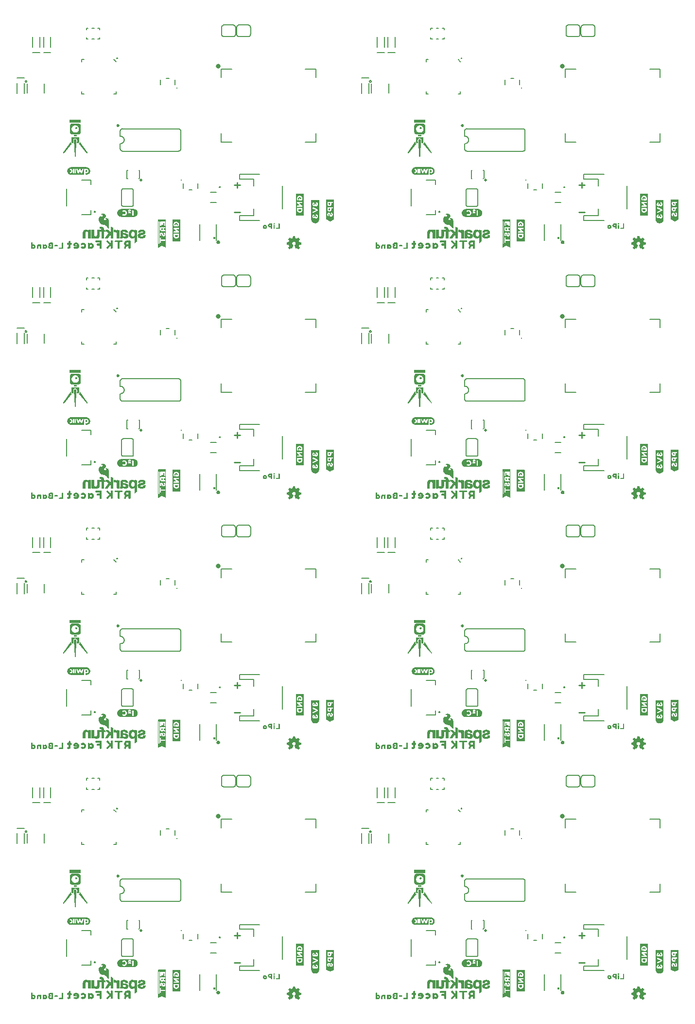
<source format=gbo>
G04 EAGLE Gerber RS-274X export*
G75*
%MOMM*%
%FSLAX34Y34*%
%LPD*%
%INSilkscreen Bottom*%
%IPPOS*%
%AMOC8*
5,1,8,0,0,1.08239X$1,22.5*%
G01*
%ADD10C,0.279400*%
%ADD11C,0.254000*%
%ADD12C,0.203200*%
%ADD13C,0.254000*%
%ADD14C,0.508000*%
%ADD15C,0.177800*%
%ADD16C,0.400000*%
%ADD17C,0.152400*%
%ADD18C,0.127000*%
%ADD19C,0.200000*%
%ADD20C,0.812800*%

G36*
X884365Y1317985D02*
X884365Y1317985D01*
X884416Y1318002D01*
X884410Y1318019D01*
X884424Y1318030D01*
X884424Y1366730D01*
X884408Y1366751D01*
X884410Y1366765D01*
X884010Y1367165D01*
X883983Y1367168D01*
X883975Y1367179D01*
X871175Y1367179D01*
X871157Y1367166D01*
X871145Y1367169D01*
X870745Y1366869D01*
X870741Y1366853D01*
X870737Y1366850D01*
X870739Y1366847D01*
X870737Y1366838D01*
X870726Y1366830D01*
X870726Y1318330D01*
X870742Y1318308D01*
X870740Y1318295D01*
X871040Y1317995D01*
X871095Y1317988D01*
X871098Y1317986D01*
X877091Y1321082D01*
X877668Y1321179D01*
X883753Y1318186D01*
X883758Y1318187D01*
X883759Y1318183D01*
X884359Y1317983D01*
X884361Y1317984D01*
X884362Y1317982D01*
X884365Y1317985D01*
G37*
G36*
X284290Y1317985D02*
X284290Y1317985D01*
X284341Y1318002D01*
X284335Y1318019D01*
X284349Y1318030D01*
X284349Y1366730D01*
X284333Y1366751D01*
X284335Y1366765D01*
X283935Y1367165D01*
X283908Y1367168D01*
X283900Y1367179D01*
X271100Y1367179D01*
X271082Y1367166D01*
X271070Y1367169D01*
X270670Y1366869D01*
X270666Y1366853D01*
X270662Y1366850D01*
X270664Y1366847D01*
X270662Y1366838D01*
X270651Y1366830D01*
X270651Y1318330D01*
X270667Y1318308D01*
X270665Y1318295D01*
X270965Y1317995D01*
X271020Y1317988D01*
X271023Y1317986D01*
X277016Y1321082D01*
X277593Y1321179D01*
X283678Y1318186D01*
X283683Y1318187D01*
X283684Y1318183D01*
X284284Y1317983D01*
X284286Y1317984D01*
X284287Y1317982D01*
X284290Y1317985D01*
G37*
G36*
X284290Y12755D02*
X284290Y12755D01*
X284341Y12772D01*
X284335Y12789D01*
X284349Y12800D01*
X284349Y61500D01*
X284333Y61521D01*
X284335Y61535D01*
X283935Y61935D01*
X283908Y61939D01*
X283900Y61949D01*
X271100Y61949D01*
X271082Y61936D01*
X271070Y61939D01*
X270670Y61639D01*
X270666Y61623D01*
X270662Y61620D01*
X270664Y61617D01*
X270662Y61608D01*
X270651Y61600D01*
X270651Y13100D01*
X270667Y13079D01*
X270665Y13065D01*
X270965Y12765D01*
X271020Y12758D01*
X271023Y12756D01*
X277016Y15853D01*
X277593Y15949D01*
X283678Y12956D01*
X283683Y12957D01*
X283684Y12953D01*
X284284Y12753D01*
X284286Y12754D01*
X284287Y12753D01*
X284290Y12755D01*
G37*
G36*
X884365Y447832D02*
X884365Y447832D01*
X884416Y447849D01*
X884410Y447866D01*
X884424Y447877D01*
X884424Y496577D01*
X884408Y496598D01*
X884410Y496611D01*
X884010Y497011D01*
X883983Y497015D01*
X883975Y497026D01*
X871175Y497026D01*
X871157Y497013D01*
X871145Y497016D01*
X870745Y496716D01*
X870741Y496700D01*
X870737Y496697D01*
X870739Y496693D01*
X870737Y496685D01*
X870726Y496677D01*
X870726Y448177D01*
X870742Y448155D01*
X870740Y448142D01*
X871040Y447842D01*
X871095Y447834D01*
X871098Y447833D01*
X877091Y450929D01*
X877668Y451025D01*
X883753Y448032D01*
X883758Y448033D01*
X883759Y448030D01*
X884359Y447830D01*
X884361Y447830D01*
X884362Y447829D01*
X884365Y447832D01*
G37*
G36*
X884365Y12755D02*
X884365Y12755D01*
X884416Y12772D01*
X884410Y12789D01*
X884424Y12800D01*
X884424Y61500D01*
X884408Y61521D01*
X884410Y61535D01*
X884010Y61935D01*
X883983Y61939D01*
X883975Y61949D01*
X871175Y61949D01*
X871157Y61936D01*
X871145Y61939D01*
X870745Y61639D01*
X870741Y61623D01*
X870737Y61620D01*
X870739Y61617D01*
X870737Y61608D01*
X870726Y61600D01*
X870726Y13100D01*
X870742Y13079D01*
X870740Y13065D01*
X871040Y12765D01*
X871095Y12758D01*
X871098Y12756D01*
X877091Y15853D01*
X877668Y15949D01*
X883753Y12956D01*
X883758Y12957D01*
X883759Y12953D01*
X884359Y12753D01*
X884361Y12754D01*
X884362Y12753D01*
X884365Y12755D01*
G37*
G36*
X284290Y447832D02*
X284290Y447832D01*
X284341Y447849D01*
X284335Y447866D01*
X284349Y447877D01*
X284349Y496577D01*
X284333Y496598D01*
X284335Y496611D01*
X283935Y497011D01*
X283908Y497015D01*
X283900Y497026D01*
X271100Y497026D01*
X271082Y497013D01*
X271070Y497016D01*
X270670Y496716D01*
X270666Y496700D01*
X270662Y496697D01*
X270664Y496693D01*
X270662Y496685D01*
X270651Y496677D01*
X270651Y448177D01*
X270667Y448155D01*
X270665Y448142D01*
X270965Y447842D01*
X271020Y447834D01*
X271023Y447833D01*
X277016Y450929D01*
X277593Y451025D01*
X283678Y448032D01*
X283683Y448033D01*
X283684Y448030D01*
X284284Y447830D01*
X284286Y447830D01*
X284287Y447829D01*
X284290Y447832D01*
G37*
G36*
X884365Y882908D02*
X884365Y882908D01*
X884416Y882926D01*
X884410Y882942D01*
X884424Y882953D01*
X884424Y931653D01*
X884408Y931675D01*
X884410Y931688D01*
X884010Y932088D01*
X883983Y932092D01*
X883975Y932102D01*
X871175Y932102D01*
X871157Y932089D01*
X871145Y932093D01*
X870745Y931793D01*
X870741Y931776D01*
X870737Y931773D01*
X870739Y931770D01*
X870737Y931761D01*
X870726Y931753D01*
X870726Y883253D01*
X870742Y883232D01*
X870740Y883218D01*
X871040Y882918D01*
X871095Y882911D01*
X871098Y882909D01*
X877091Y886006D01*
X877668Y886102D01*
X883753Y883109D01*
X883758Y883110D01*
X883759Y883106D01*
X884359Y882906D01*
X884361Y882907D01*
X884362Y882906D01*
X884365Y882908D01*
G37*
G36*
X284290Y882908D02*
X284290Y882908D01*
X284341Y882926D01*
X284335Y882942D01*
X284349Y882953D01*
X284349Y931653D01*
X284333Y931675D01*
X284335Y931688D01*
X283935Y932088D01*
X283908Y932092D01*
X283900Y932102D01*
X271100Y932102D01*
X271082Y932089D01*
X271070Y932093D01*
X270670Y931793D01*
X270666Y931776D01*
X270662Y931773D01*
X270664Y931770D01*
X270662Y931761D01*
X270651Y931753D01*
X270651Y883253D01*
X270667Y883232D01*
X270665Y883218D01*
X270965Y882918D01*
X271020Y882911D01*
X271023Y882909D01*
X277016Y886006D01*
X277593Y886102D01*
X283678Y883109D01*
X283683Y883110D01*
X283684Y883106D01*
X284284Y882906D01*
X284286Y882907D01*
X284287Y882906D01*
X284290Y882908D01*
G37*
G36*
X1145583Y490133D02*
X1145583Y490133D01*
X1145589Y490129D01*
X1146289Y490329D01*
X1146290Y490331D01*
X1146291Y490330D01*
X1146890Y490530D01*
X1147589Y490729D01*
X1147597Y490740D01*
X1147606Y490738D01*
X1148102Y491135D01*
X1148697Y491433D01*
X1148702Y491443D01*
X1148710Y491442D01*
X1149710Y492442D01*
X1149710Y492446D01*
X1149713Y492446D01*
X1150113Y492946D01*
X1150114Y492949D01*
X1150116Y492949D01*
X1150516Y493549D01*
X1150516Y493554D01*
X1150519Y493555D01*
X1150819Y494155D01*
X1150818Y494160D01*
X1150822Y494161D01*
X1151022Y494761D01*
X1151021Y494763D01*
X1151022Y494763D01*
X1151059Y494891D01*
X1151101Y495039D01*
X1151115Y495088D01*
X1151157Y495236D01*
X1151158Y495236D01*
X1151157Y495236D01*
X1151200Y495384D01*
X1151214Y495433D01*
X1151222Y495463D01*
X1151221Y495467D01*
X1151224Y495469D01*
X1151324Y496069D01*
X1151323Y496069D01*
X1151324Y496070D01*
X1151424Y496770D01*
X1151421Y496774D01*
X1151424Y496777D01*
X1151424Y530677D01*
X1151388Y530724D01*
X1151381Y530718D01*
X1151375Y530726D01*
X1138475Y530726D01*
X1138471Y530723D01*
X1138468Y530725D01*
X1137768Y530625D01*
X1137726Y530583D01*
X1137730Y530580D01*
X1137726Y530577D01*
X1137726Y496777D01*
X1137729Y496772D01*
X1137726Y496770D01*
X1137926Y495370D01*
X1137931Y495365D01*
X1137928Y495361D01*
X1138328Y494161D01*
X1138333Y494158D01*
X1138331Y494155D01*
X1138631Y493555D01*
X1138635Y493553D01*
X1138634Y493549D01*
X1139034Y492949D01*
X1139037Y492948D01*
X1139037Y492946D01*
X1139437Y492446D01*
X1139441Y492445D01*
X1139440Y492442D01*
X1140440Y491442D01*
X1140452Y491440D01*
X1140453Y491433D01*
X1141050Y491134D01*
X1141648Y490736D01*
X1141657Y490736D01*
X1141659Y490730D01*
X1142859Y490330D01*
X1142861Y490330D01*
X1142861Y490329D01*
X1143561Y490129D01*
X1143571Y490133D01*
X1143575Y490127D01*
X1145575Y490127D01*
X1145583Y490133D01*
G37*
G36*
X545508Y55057D02*
X545508Y55057D01*
X545514Y55053D01*
X546214Y55253D01*
X546215Y55254D01*
X546216Y55253D01*
X546815Y55453D01*
X547514Y55653D01*
X547522Y55664D01*
X547531Y55662D01*
X548027Y56058D01*
X548622Y56356D01*
X548627Y56366D01*
X548635Y56365D01*
X549635Y57365D01*
X549635Y57369D01*
X549638Y57369D01*
X550038Y57869D01*
X550039Y57873D01*
X550041Y57873D01*
X550441Y58473D01*
X550441Y58477D01*
X550444Y58478D01*
X550744Y59078D01*
X550743Y59083D01*
X550747Y59084D01*
X550947Y59684D01*
X550946Y59686D01*
X550947Y59686D01*
X550984Y59815D01*
X551026Y59962D01*
X551040Y60012D01*
X551082Y60159D01*
X551083Y60159D01*
X551082Y60159D01*
X551125Y60307D01*
X551139Y60356D01*
X551147Y60386D01*
X551146Y60390D01*
X551149Y60392D01*
X551249Y60992D01*
X551248Y60993D01*
X551249Y60993D01*
X551349Y61693D01*
X551346Y61698D01*
X551349Y61700D01*
X551349Y95600D01*
X551313Y95647D01*
X551306Y95642D01*
X551300Y95649D01*
X538400Y95649D01*
X538396Y95646D01*
X538393Y95649D01*
X537693Y95549D01*
X537651Y95506D01*
X537655Y95503D01*
X537651Y95500D01*
X537651Y61700D01*
X537654Y61696D01*
X537651Y61693D01*
X537851Y60293D01*
X537856Y60288D01*
X537853Y60284D01*
X538253Y59084D01*
X538258Y59081D01*
X538256Y59078D01*
X538556Y58478D01*
X538560Y58476D01*
X538559Y58473D01*
X538959Y57873D01*
X538962Y57872D01*
X538962Y57869D01*
X539362Y57369D01*
X539366Y57368D01*
X539365Y57365D01*
X540365Y56365D01*
X540377Y56364D01*
X540378Y56356D01*
X540975Y56057D01*
X541573Y55659D01*
X541582Y55660D01*
X541584Y55653D01*
X542784Y55253D01*
X542786Y55254D01*
X542786Y55253D01*
X543486Y55053D01*
X543496Y55056D01*
X543500Y55051D01*
X545500Y55051D01*
X545508Y55057D01*
G37*
G36*
X545508Y925210D02*
X545508Y925210D01*
X545514Y925206D01*
X546214Y925406D01*
X546215Y925407D01*
X546216Y925406D01*
X546815Y925606D01*
X547514Y925806D01*
X547522Y925817D01*
X547531Y925815D01*
X548027Y926211D01*
X548622Y926509D01*
X548627Y926519D01*
X548635Y926518D01*
X549635Y927518D01*
X549635Y927523D01*
X549638Y927522D01*
X550038Y928022D01*
X550039Y928026D01*
X550041Y928026D01*
X550441Y928626D01*
X550441Y928631D01*
X550444Y928631D01*
X550744Y929231D01*
X550743Y929236D01*
X550747Y929238D01*
X550947Y929838D01*
X550946Y929839D01*
X550947Y929840D01*
X550984Y929968D01*
X551026Y930116D01*
X551040Y930165D01*
X551082Y930313D01*
X551083Y930313D01*
X551082Y930313D01*
X551125Y930460D01*
X551139Y930510D01*
X551147Y930540D01*
X551146Y930544D01*
X551149Y930545D01*
X551249Y931145D01*
X551248Y931146D01*
X551249Y931146D01*
X551349Y931846D01*
X551346Y931851D01*
X551349Y931853D01*
X551349Y965753D01*
X551313Y965801D01*
X551306Y965795D01*
X551300Y965802D01*
X538400Y965802D01*
X538396Y965799D01*
X538393Y965802D01*
X537693Y965702D01*
X537651Y965660D01*
X537655Y965656D01*
X537651Y965653D01*
X537651Y931853D01*
X537654Y931849D01*
X537651Y931846D01*
X537851Y930446D01*
X537856Y930442D01*
X537853Y930438D01*
X538253Y929238D01*
X538258Y929235D01*
X538256Y929231D01*
X538556Y928631D01*
X538560Y928629D01*
X538559Y928626D01*
X538959Y928026D01*
X538962Y928025D01*
X538962Y928022D01*
X539362Y927522D01*
X539366Y927521D01*
X539365Y927518D01*
X540365Y926518D01*
X540377Y926517D01*
X540378Y926509D01*
X540975Y926210D01*
X541573Y925812D01*
X541582Y925813D01*
X541584Y925806D01*
X542784Y925406D01*
X542786Y925407D01*
X542786Y925406D01*
X543486Y925206D01*
X543496Y925209D01*
X543500Y925204D01*
X545500Y925204D01*
X545508Y925210D01*
G37*
G36*
X1145583Y925210D02*
X1145583Y925210D01*
X1145589Y925206D01*
X1146289Y925406D01*
X1146290Y925407D01*
X1146291Y925406D01*
X1146890Y925606D01*
X1147589Y925806D01*
X1147597Y925817D01*
X1147606Y925815D01*
X1148102Y926211D01*
X1148697Y926509D01*
X1148702Y926519D01*
X1148710Y926518D01*
X1149710Y927518D01*
X1149710Y927523D01*
X1149713Y927522D01*
X1150113Y928022D01*
X1150114Y928026D01*
X1150116Y928026D01*
X1150516Y928626D01*
X1150516Y928631D01*
X1150519Y928631D01*
X1150819Y929231D01*
X1150818Y929236D01*
X1150822Y929238D01*
X1151022Y929838D01*
X1151021Y929839D01*
X1151022Y929840D01*
X1151059Y929968D01*
X1151101Y930116D01*
X1151115Y930165D01*
X1151157Y930313D01*
X1151158Y930313D01*
X1151157Y930313D01*
X1151200Y930460D01*
X1151214Y930510D01*
X1151222Y930540D01*
X1151221Y930544D01*
X1151224Y930545D01*
X1151324Y931145D01*
X1151323Y931146D01*
X1151324Y931146D01*
X1151424Y931846D01*
X1151421Y931851D01*
X1151424Y931853D01*
X1151424Y965753D01*
X1151388Y965801D01*
X1151381Y965795D01*
X1151375Y965802D01*
X1138475Y965802D01*
X1138471Y965799D01*
X1138468Y965802D01*
X1137768Y965702D01*
X1137726Y965660D01*
X1137730Y965656D01*
X1137726Y965653D01*
X1137726Y931853D01*
X1137729Y931849D01*
X1137726Y931846D01*
X1137926Y930446D01*
X1137931Y930442D01*
X1137928Y930438D01*
X1138328Y929238D01*
X1138333Y929235D01*
X1138331Y929231D01*
X1138631Y928631D01*
X1138635Y928629D01*
X1138634Y928626D01*
X1139034Y928026D01*
X1139037Y928025D01*
X1139037Y928022D01*
X1139437Y927522D01*
X1139441Y927521D01*
X1139440Y927518D01*
X1140440Y926518D01*
X1140452Y926517D01*
X1140453Y926509D01*
X1141050Y926210D01*
X1141648Y925812D01*
X1141657Y925813D01*
X1141659Y925806D01*
X1142859Y925406D01*
X1142861Y925407D01*
X1142861Y925406D01*
X1143561Y925206D01*
X1143571Y925209D01*
X1143575Y925204D01*
X1145575Y925204D01*
X1145583Y925210D01*
G37*
G36*
X1145583Y55057D02*
X1145583Y55057D01*
X1145589Y55053D01*
X1146289Y55253D01*
X1146290Y55254D01*
X1146291Y55253D01*
X1146890Y55453D01*
X1147589Y55653D01*
X1147597Y55664D01*
X1147606Y55662D01*
X1148102Y56058D01*
X1148697Y56356D01*
X1148702Y56366D01*
X1148710Y56365D01*
X1149710Y57365D01*
X1149710Y57369D01*
X1149713Y57369D01*
X1150113Y57869D01*
X1150114Y57873D01*
X1150116Y57873D01*
X1150516Y58473D01*
X1150516Y58477D01*
X1150519Y58478D01*
X1150819Y59078D01*
X1150818Y59083D01*
X1150822Y59084D01*
X1151022Y59684D01*
X1151021Y59686D01*
X1151022Y59686D01*
X1151059Y59815D01*
X1151101Y59962D01*
X1151115Y60012D01*
X1151157Y60159D01*
X1151158Y60159D01*
X1151157Y60159D01*
X1151200Y60307D01*
X1151214Y60356D01*
X1151222Y60386D01*
X1151221Y60390D01*
X1151224Y60392D01*
X1151324Y60992D01*
X1151323Y60993D01*
X1151324Y60993D01*
X1151424Y61693D01*
X1151421Y61698D01*
X1151424Y61700D01*
X1151424Y95600D01*
X1151388Y95647D01*
X1151381Y95642D01*
X1151375Y95649D01*
X1138475Y95649D01*
X1138471Y95646D01*
X1138468Y95649D01*
X1137768Y95549D01*
X1137726Y95506D01*
X1137730Y95503D01*
X1137726Y95500D01*
X1137726Y61700D01*
X1137729Y61696D01*
X1137726Y61693D01*
X1137926Y60293D01*
X1137931Y60288D01*
X1137928Y60284D01*
X1138328Y59084D01*
X1138333Y59081D01*
X1138331Y59078D01*
X1138631Y58478D01*
X1138635Y58476D01*
X1138634Y58473D01*
X1139034Y57873D01*
X1139037Y57872D01*
X1139037Y57869D01*
X1139437Y57369D01*
X1139441Y57368D01*
X1139440Y57365D01*
X1140440Y56365D01*
X1140452Y56364D01*
X1140453Y56356D01*
X1141050Y56057D01*
X1141648Y55659D01*
X1141657Y55660D01*
X1141659Y55653D01*
X1142859Y55253D01*
X1142861Y55254D01*
X1142861Y55253D01*
X1143561Y55053D01*
X1143571Y55056D01*
X1143575Y55051D01*
X1145575Y55051D01*
X1145583Y55057D01*
G37*
G36*
X545508Y1360287D02*
X545508Y1360287D01*
X545514Y1360282D01*
X546214Y1360482D01*
X546215Y1360484D01*
X546216Y1360483D01*
X546815Y1360683D01*
X547514Y1360882D01*
X547522Y1360894D01*
X547531Y1360891D01*
X548027Y1361288D01*
X548622Y1361586D01*
X548627Y1361596D01*
X548635Y1361595D01*
X549635Y1362595D01*
X549635Y1362599D01*
X549638Y1362599D01*
X550038Y1363099D01*
X550039Y1363102D01*
X550041Y1363103D01*
X550441Y1363703D01*
X550441Y1363707D01*
X550444Y1363708D01*
X550744Y1364308D01*
X550743Y1364313D01*
X550747Y1364314D01*
X550947Y1364914D01*
X550946Y1364916D01*
X550947Y1364916D01*
X550984Y1365044D01*
X550984Y1365045D01*
X551026Y1365192D01*
X551040Y1365241D01*
X551040Y1365242D01*
X551082Y1365389D01*
X551083Y1365389D01*
X551082Y1365389D01*
X551125Y1365537D01*
X551139Y1365586D01*
X551147Y1365616D01*
X551146Y1365620D01*
X551149Y1365622D01*
X551249Y1366222D01*
X551248Y1366223D01*
X551249Y1366223D01*
X551349Y1366923D01*
X551346Y1366927D01*
X551349Y1366930D01*
X551349Y1400830D01*
X551313Y1400877D01*
X551306Y1400871D01*
X551300Y1400879D01*
X538400Y1400879D01*
X538396Y1400876D01*
X538393Y1400879D01*
X537693Y1400779D01*
X537651Y1400736D01*
X537655Y1400733D01*
X537651Y1400730D01*
X537651Y1366930D01*
X537654Y1366926D01*
X537651Y1366923D01*
X537851Y1365523D01*
X537856Y1365518D01*
X537853Y1365514D01*
X538253Y1364314D01*
X538258Y1364311D01*
X538256Y1364308D01*
X538556Y1363708D01*
X538560Y1363706D01*
X538559Y1363703D01*
X538959Y1363103D01*
X538962Y1363101D01*
X538962Y1363099D01*
X539362Y1362599D01*
X539366Y1362598D01*
X539365Y1362595D01*
X540365Y1361595D01*
X540377Y1361593D01*
X540378Y1361586D01*
X540975Y1361287D01*
X541573Y1360889D01*
X541582Y1360889D01*
X541584Y1360883D01*
X542784Y1360483D01*
X542786Y1360484D01*
X542786Y1360482D01*
X543486Y1360282D01*
X543496Y1360286D01*
X543500Y1360281D01*
X545500Y1360281D01*
X545508Y1360287D01*
G37*
G36*
X1145583Y1360287D02*
X1145583Y1360287D01*
X1145589Y1360282D01*
X1146289Y1360482D01*
X1146290Y1360484D01*
X1146291Y1360483D01*
X1146890Y1360683D01*
X1147589Y1360882D01*
X1147597Y1360894D01*
X1147606Y1360891D01*
X1148102Y1361288D01*
X1148697Y1361586D01*
X1148702Y1361596D01*
X1148710Y1361595D01*
X1149710Y1362595D01*
X1149710Y1362599D01*
X1149713Y1362599D01*
X1150113Y1363099D01*
X1150114Y1363102D01*
X1150116Y1363103D01*
X1150516Y1363703D01*
X1150516Y1363707D01*
X1150519Y1363708D01*
X1150819Y1364308D01*
X1150818Y1364313D01*
X1150822Y1364314D01*
X1151022Y1364914D01*
X1151021Y1364916D01*
X1151022Y1364916D01*
X1151059Y1365044D01*
X1151059Y1365045D01*
X1151101Y1365192D01*
X1151115Y1365241D01*
X1151115Y1365242D01*
X1151157Y1365389D01*
X1151158Y1365389D01*
X1151157Y1365389D01*
X1151200Y1365537D01*
X1151214Y1365586D01*
X1151222Y1365616D01*
X1151221Y1365620D01*
X1151224Y1365622D01*
X1151324Y1366222D01*
X1151323Y1366223D01*
X1151324Y1366223D01*
X1151424Y1366923D01*
X1151421Y1366927D01*
X1151424Y1366930D01*
X1151424Y1400830D01*
X1151388Y1400877D01*
X1151381Y1400871D01*
X1151375Y1400879D01*
X1138475Y1400879D01*
X1138471Y1400876D01*
X1138468Y1400879D01*
X1137768Y1400779D01*
X1137726Y1400736D01*
X1137730Y1400733D01*
X1137726Y1400730D01*
X1137726Y1366930D01*
X1137729Y1366926D01*
X1137726Y1366923D01*
X1137926Y1365523D01*
X1137931Y1365518D01*
X1137928Y1365514D01*
X1138328Y1364314D01*
X1138333Y1364311D01*
X1138331Y1364308D01*
X1138631Y1363708D01*
X1138635Y1363706D01*
X1138634Y1363703D01*
X1139034Y1363103D01*
X1139037Y1363101D01*
X1139037Y1363099D01*
X1139437Y1362599D01*
X1139441Y1362598D01*
X1139440Y1362595D01*
X1140440Y1361595D01*
X1140452Y1361593D01*
X1140453Y1361586D01*
X1141050Y1361287D01*
X1141648Y1360889D01*
X1141657Y1360889D01*
X1141659Y1360883D01*
X1142859Y1360483D01*
X1142861Y1360484D01*
X1142861Y1360482D01*
X1143561Y1360282D01*
X1143571Y1360286D01*
X1143575Y1360281D01*
X1145575Y1360281D01*
X1145583Y1360287D01*
G37*
G36*
X545508Y490133D02*
X545508Y490133D01*
X545514Y490129D01*
X546214Y490329D01*
X546215Y490331D01*
X546216Y490330D01*
X546815Y490530D01*
X547514Y490729D01*
X547522Y490740D01*
X547531Y490738D01*
X548027Y491135D01*
X548622Y491433D01*
X548627Y491443D01*
X548635Y491442D01*
X549635Y492442D01*
X549635Y492446D01*
X549638Y492446D01*
X550038Y492946D01*
X550039Y492949D01*
X550041Y492949D01*
X550441Y493549D01*
X550441Y493554D01*
X550444Y493555D01*
X550744Y494155D01*
X550743Y494160D01*
X550747Y494161D01*
X550947Y494761D01*
X550946Y494763D01*
X550947Y494763D01*
X550984Y494891D01*
X551026Y495039D01*
X551040Y495088D01*
X551082Y495236D01*
X551083Y495236D01*
X551082Y495236D01*
X551125Y495384D01*
X551139Y495433D01*
X551147Y495463D01*
X551146Y495467D01*
X551149Y495469D01*
X551249Y496069D01*
X551248Y496069D01*
X551249Y496070D01*
X551349Y496770D01*
X551346Y496774D01*
X551349Y496777D01*
X551349Y530677D01*
X551313Y530724D01*
X551306Y530718D01*
X551300Y530726D01*
X538400Y530726D01*
X538396Y530723D01*
X538393Y530725D01*
X537693Y530625D01*
X537651Y530583D01*
X537655Y530580D01*
X537651Y530577D01*
X537651Y496777D01*
X537654Y496772D01*
X537651Y496770D01*
X537851Y495370D01*
X537856Y495365D01*
X537853Y495361D01*
X538253Y494161D01*
X538258Y494158D01*
X538256Y494155D01*
X538556Y493555D01*
X538560Y493553D01*
X538559Y493549D01*
X538959Y492949D01*
X538962Y492948D01*
X538962Y492946D01*
X539362Y492446D01*
X539366Y492445D01*
X539365Y492442D01*
X540365Y491442D01*
X540377Y491440D01*
X540378Y491433D01*
X540975Y491134D01*
X541573Y490736D01*
X541582Y490736D01*
X541584Y490730D01*
X542784Y490330D01*
X542786Y490330D01*
X542786Y490329D01*
X543486Y490129D01*
X543496Y490133D01*
X543500Y490127D01*
X545500Y490127D01*
X545508Y490133D01*
G37*
G36*
X309347Y893940D02*
X309347Y893940D01*
X309342Y893947D01*
X309349Y893953D01*
X309349Y931153D01*
X309346Y931158D01*
X309349Y931161D01*
X309249Y931761D01*
X309205Y931802D01*
X309203Y931799D01*
X309200Y931802D01*
X295700Y931802D01*
X295653Y931767D01*
X295658Y931759D01*
X295651Y931753D01*
X295651Y894553D01*
X295654Y894548D01*
X295651Y894545D01*
X295751Y893945D01*
X295795Y893904D01*
X295798Y893907D01*
X295800Y893904D01*
X309300Y893904D01*
X309347Y893940D01*
G37*
G36*
X524347Y503863D02*
X524347Y503863D01*
X524342Y503871D01*
X524349Y503877D01*
X524349Y541077D01*
X524346Y541081D01*
X524349Y541085D01*
X524249Y541685D01*
X524205Y541726D01*
X524203Y541723D01*
X524200Y541726D01*
X510700Y541726D01*
X510653Y541690D01*
X510658Y541682D01*
X510651Y541677D01*
X510651Y504477D01*
X510654Y504472D01*
X510651Y504469D01*
X510751Y503869D01*
X510795Y503828D01*
X510798Y503831D01*
X510800Y503827D01*
X524300Y503827D01*
X524347Y503863D01*
G37*
G36*
X1124422Y938940D02*
X1124422Y938940D01*
X1124417Y938947D01*
X1124424Y938953D01*
X1124424Y976153D01*
X1124421Y976158D01*
X1124424Y976161D01*
X1124324Y976761D01*
X1124280Y976802D01*
X1124278Y976799D01*
X1124275Y976802D01*
X1110775Y976802D01*
X1110728Y976767D01*
X1110733Y976759D01*
X1110726Y976753D01*
X1110726Y939553D01*
X1110729Y939548D01*
X1110726Y939545D01*
X1110826Y938945D01*
X1110870Y938904D01*
X1110873Y938907D01*
X1110875Y938904D01*
X1124375Y938904D01*
X1124422Y938940D01*
G37*
G36*
X524347Y938940D02*
X524347Y938940D01*
X524342Y938947D01*
X524349Y938953D01*
X524349Y976153D01*
X524346Y976158D01*
X524349Y976161D01*
X524249Y976761D01*
X524205Y976802D01*
X524203Y976799D01*
X524200Y976802D01*
X510700Y976802D01*
X510653Y976767D01*
X510658Y976759D01*
X510651Y976753D01*
X510651Y939553D01*
X510654Y939548D01*
X510651Y939545D01*
X510751Y938945D01*
X510795Y938904D01*
X510798Y938907D01*
X510800Y938904D01*
X524300Y938904D01*
X524347Y938940D01*
G37*
G36*
X309347Y458863D02*
X309347Y458863D01*
X309342Y458871D01*
X309349Y458877D01*
X309349Y496077D01*
X309346Y496081D01*
X309349Y496085D01*
X309249Y496685D01*
X309205Y496726D01*
X309203Y496723D01*
X309200Y496726D01*
X295700Y496726D01*
X295653Y496690D01*
X295658Y496682D01*
X295651Y496677D01*
X295651Y459477D01*
X295654Y459472D01*
X295651Y459469D01*
X295751Y458869D01*
X295795Y458828D01*
X295798Y458831D01*
X295800Y458827D01*
X309300Y458827D01*
X309347Y458863D01*
G37*
G36*
X309347Y23787D02*
X309347Y23787D01*
X309342Y23794D01*
X309349Y23800D01*
X309349Y61000D01*
X309346Y61005D01*
X309349Y61008D01*
X309249Y61608D01*
X309205Y61649D01*
X309203Y61646D01*
X309200Y61649D01*
X295700Y61649D01*
X295653Y61613D01*
X295658Y61606D01*
X295651Y61600D01*
X295651Y24400D01*
X295654Y24395D01*
X295651Y24392D01*
X295751Y23792D01*
X295795Y23751D01*
X295798Y23754D01*
X295800Y23751D01*
X309300Y23751D01*
X309347Y23787D01*
G37*
G36*
X909422Y23787D02*
X909422Y23787D01*
X909417Y23794D01*
X909424Y23800D01*
X909424Y61000D01*
X909421Y61005D01*
X909424Y61008D01*
X909324Y61608D01*
X909280Y61649D01*
X909278Y61646D01*
X909275Y61649D01*
X895775Y61649D01*
X895728Y61613D01*
X895733Y61606D01*
X895726Y61600D01*
X895726Y24400D01*
X895729Y24395D01*
X895726Y24392D01*
X895826Y23792D01*
X895870Y23751D01*
X895873Y23754D01*
X895875Y23751D01*
X909375Y23751D01*
X909422Y23787D01*
G37*
G36*
X1124422Y503863D02*
X1124422Y503863D01*
X1124417Y503871D01*
X1124424Y503877D01*
X1124424Y541077D01*
X1124421Y541081D01*
X1124424Y541085D01*
X1124324Y541685D01*
X1124280Y541726D01*
X1124278Y541723D01*
X1124275Y541726D01*
X1110775Y541726D01*
X1110728Y541690D01*
X1110733Y541682D01*
X1110726Y541677D01*
X1110726Y504477D01*
X1110729Y504472D01*
X1110726Y504469D01*
X1110826Y503869D01*
X1110870Y503828D01*
X1110873Y503831D01*
X1110875Y503827D01*
X1124375Y503827D01*
X1124422Y503863D01*
G37*
G36*
X524347Y68787D02*
X524347Y68787D01*
X524342Y68794D01*
X524349Y68800D01*
X524349Y106000D01*
X524346Y106005D01*
X524349Y106008D01*
X524249Y106608D01*
X524205Y106649D01*
X524203Y106646D01*
X524200Y106649D01*
X510700Y106649D01*
X510653Y106613D01*
X510658Y106606D01*
X510651Y106600D01*
X510651Y69400D01*
X510654Y69395D01*
X510651Y69392D01*
X510751Y68792D01*
X510795Y68751D01*
X510798Y68754D01*
X510800Y68751D01*
X524300Y68751D01*
X524347Y68787D01*
G37*
G36*
X909422Y893940D02*
X909422Y893940D01*
X909417Y893947D01*
X909424Y893953D01*
X909424Y931153D01*
X909421Y931158D01*
X909424Y931161D01*
X909324Y931761D01*
X909280Y931802D01*
X909278Y931799D01*
X909275Y931802D01*
X895775Y931802D01*
X895728Y931767D01*
X895733Y931759D01*
X895726Y931753D01*
X895726Y894553D01*
X895729Y894548D01*
X895726Y894545D01*
X895826Y893945D01*
X895870Y893904D01*
X895873Y893907D01*
X895875Y893904D01*
X909375Y893904D01*
X909422Y893940D01*
G37*
G36*
X309347Y1329017D02*
X309347Y1329017D01*
X309342Y1329024D01*
X309349Y1329030D01*
X309349Y1366230D01*
X309346Y1366235D01*
X309349Y1366238D01*
X309249Y1366838D01*
X309205Y1366879D01*
X309203Y1366876D01*
X309200Y1366879D01*
X295700Y1366879D01*
X295653Y1366843D01*
X295658Y1366836D01*
X295651Y1366830D01*
X295651Y1329630D01*
X295654Y1329625D01*
X295651Y1329622D01*
X295751Y1329022D01*
X295795Y1328981D01*
X295798Y1328984D01*
X295800Y1328981D01*
X309300Y1328981D01*
X309347Y1329017D01*
G37*
G36*
X909422Y1329017D02*
X909422Y1329017D01*
X909417Y1329024D01*
X909424Y1329030D01*
X909424Y1366230D01*
X909421Y1366235D01*
X909424Y1366238D01*
X909324Y1366838D01*
X909280Y1366879D01*
X909278Y1366876D01*
X909275Y1366879D01*
X895775Y1366879D01*
X895728Y1366843D01*
X895733Y1366836D01*
X895726Y1366830D01*
X895726Y1329630D01*
X895729Y1329625D01*
X895726Y1329622D01*
X895826Y1329022D01*
X895870Y1328981D01*
X895873Y1328984D01*
X895875Y1328981D01*
X909375Y1328981D01*
X909422Y1329017D01*
G37*
G36*
X524347Y1374017D02*
X524347Y1374017D01*
X524342Y1374024D01*
X524349Y1374030D01*
X524349Y1411230D01*
X524346Y1411235D01*
X524349Y1411238D01*
X524249Y1411838D01*
X524205Y1411879D01*
X524203Y1411876D01*
X524200Y1411879D01*
X510700Y1411879D01*
X510653Y1411843D01*
X510658Y1411836D01*
X510651Y1411830D01*
X510651Y1374630D01*
X510654Y1374625D01*
X510651Y1374622D01*
X510751Y1374022D01*
X510795Y1373981D01*
X510798Y1373984D01*
X510800Y1373981D01*
X524300Y1373981D01*
X524347Y1374017D01*
G37*
G36*
X1124422Y1374017D02*
X1124422Y1374017D01*
X1124417Y1374024D01*
X1124424Y1374030D01*
X1124424Y1411230D01*
X1124421Y1411235D01*
X1124424Y1411238D01*
X1124324Y1411838D01*
X1124280Y1411879D01*
X1124278Y1411876D01*
X1124275Y1411879D01*
X1110775Y1411879D01*
X1110728Y1411843D01*
X1110733Y1411836D01*
X1110726Y1411830D01*
X1110726Y1374630D01*
X1110729Y1374625D01*
X1110726Y1374622D01*
X1110826Y1374022D01*
X1110870Y1373981D01*
X1110873Y1373984D01*
X1110875Y1373981D01*
X1124375Y1373981D01*
X1124422Y1374017D01*
G37*
G36*
X1124422Y68787D02*
X1124422Y68787D01*
X1124417Y68794D01*
X1124424Y68800D01*
X1124424Y106000D01*
X1124421Y106005D01*
X1124424Y106008D01*
X1124324Y106608D01*
X1124280Y106649D01*
X1124278Y106646D01*
X1124275Y106649D01*
X1110775Y106649D01*
X1110728Y106613D01*
X1110733Y106606D01*
X1110726Y106600D01*
X1110726Y69400D01*
X1110729Y69395D01*
X1110726Y69392D01*
X1110826Y68792D01*
X1110870Y68751D01*
X1110873Y68754D01*
X1110875Y68751D01*
X1124375Y68751D01*
X1124422Y68787D01*
G37*
G36*
X909422Y458863D02*
X909422Y458863D01*
X909417Y458871D01*
X909424Y458877D01*
X909424Y496077D01*
X909421Y496081D01*
X909424Y496085D01*
X909324Y496685D01*
X909280Y496726D01*
X909278Y496723D01*
X909275Y496726D01*
X895775Y496726D01*
X895728Y496690D01*
X895733Y496682D01*
X895726Y496677D01*
X895726Y459477D01*
X895729Y459472D01*
X895726Y459469D01*
X895826Y458869D01*
X895870Y458828D01*
X895873Y458831D01*
X895875Y458827D01*
X909375Y458827D01*
X909422Y458863D01*
G37*
G36*
X1170991Y928706D02*
X1170991Y928706D01*
X1170993Y928711D01*
X1170997Y928709D01*
X1177097Y931709D01*
X1177106Y931727D01*
X1177117Y931728D01*
X1177417Y932228D01*
X1177417Y932232D01*
X1177419Y932234D01*
X1177416Y932237D01*
X1177415Y932246D01*
X1177424Y932253D01*
X1177424Y966053D01*
X1177411Y966071D01*
X1177414Y966083D01*
X1177114Y966483D01*
X1177083Y966492D01*
X1177075Y966502D01*
X1164175Y966502D01*
X1164157Y966489D01*
X1164145Y966493D01*
X1163745Y966193D01*
X1163737Y966161D01*
X1163726Y966153D01*
X1163726Y931953D01*
X1163747Y931925D01*
X1163748Y931912D01*
X1164348Y931512D01*
X1164352Y931513D01*
X1164353Y931509D01*
X1170353Y928509D01*
X1170379Y928514D01*
X1170391Y928506D01*
X1170991Y928706D01*
G37*
G36*
X1170991Y1363783D02*
X1170991Y1363783D01*
X1170993Y1363787D01*
X1170997Y1363786D01*
X1177097Y1366786D01*
X1177106Y1366803D01*
X1177117Y1366804D01*
X1177417Y1367304D01*
X1177417Y1367309D01*
X1177419Y1367310D01*
X1177416Y1367313D01*
X1177415Y1367323D01*
X1177424Y1367330D01*
X1177424Y1401130D01*
X1177411Y1401147D01*
X1177414Y1401159D01*
X1177114Y1401559D01*
X1177083Y1401568D01*
X1177075Y1401579D01*
X1164175Y1401579D01*
X1164157Y1401566D01*
X1164145Y1401569D01*
X1163745Y1401269D01*
X1163737Y1401238D01*
X1163726Y1401230D01*
X1163726Y1367030D01*
X1163747Y1367002D01*
X1163748Y1366989D01*
X1164348Y1366589D01*
X1164352Y1366589D01*
X1164353Y1366586D01*
X1170353Y1363586D01*
X1170379Y1363591D01*
X1170391Y1363583D01*
X1170991Y1363783D01*
G37*
G36*
X570916Y58553D02*
X570916Y58553D01*
X570918Y58557D01*
X570922Y58556D01*
X577022Y61556D01*
X577031Y61573D01*
X577042Y61575D01*
X577342Y62075D01*
X577342Y62079D01*
X577344Y62080D01*
X577341Y62084D01*
X577340Y62093D01*
X577349Y62100D01*
X577349Y95900D01*
X577336Y95918D01*
X577339Y95930D01*
X577039Y96330D01*
X577008Y96339D01*
X577000Y96349D01*
X564100Y96349D01*
X564082Y96336D01*
X564070Y96339D01*
X563670Y96039D01*
X563662Y96008D01*
X563651Y96000D01*
X563651Y61800D01*
X563672Y61772D01*
X563673Y61759D01*
X564273Y61359D01*
X564277Y61359D01*
X564278Y61356D01*
X570278Y58356D01*
X570304Y58361D01*
X570316Y58353D01*
X570916Y58553D01*
G37*
G36*
X1170991Y58553D02*
X1170991Y58553D01*
X1170993Y58557D01*
X1170997Y58556D01*
X1177097Y61556D01*
X1177106Y61573D01*
X1177117Y61575D01*
X1177417Y62075D01*
X1177417Y62079D01*
X1177419Y62080D01*
X1177416Y62084D01*
X1177415Y62093D01*
X1177424Y62100D01*
X1177424Y95900D01*
X1177411Y95918D01*
X1177414Y95930D01*
X1177114Y96330D01*
X1177083Y96339D01*
X1177075Y96349D01*
X1164175Y96349D01*
X1164157Y96336D01*
X1164145Y96339D01*
X1163745Y96039D01*
X1163737Y96008D01*
X1163726Y96000D01*
X1163726Y61800D01*
X1163747Y61772D01*
X1163748Y61759D01*
X1164348Y61359D01*
X1164352Y61359D01*
X1164353Y61356D01*
X1170353Y58356D01*
X1170379Y58361D01*
X1170391Y58353D01*
X1170991Y58553D01*
G37*
G36*
X570916Y928706D02*
X570916Y928706D01*
X570918Y928711D01*
X570922Y928709D01*
X577022Y931709D01*
X577031Y931727D01*
X577042Y931728D01*
X577342Y932228D01*
X577342Y932232D01*
X577344Y932234D01*
X577341Y932237D01*
X577340Y932246D01*
X577349Y932253D01*
X577349Y966053D01*
X577336Y966071D01*
X577339Y966083D01*
X577039Y966483D01*
X577008Y966492D01*
X577000Y966502D01*
X564100Y966502D01*
X564082Y966489D01*
X564070Y966493D01*
X563670Y966193D01*
X563662Y966161D01*
X563651Y966153D01*
X563651Y931953D01*
X563672Y931925D01*
X563673Y931912D01*
X564273Y931512D01*
X564277Y931513D01*
X564278Y931509D01*
X570278Y928509D01*
X570304Y928514D01*
X570316Y928506D01*
X570916Y928706D01*
G37*
G36*
X570916Y1363783D02*
X570916Y1363783D01*
X570918Y1363787D01*
X570922Y1363786D01*
X577022Y1366786D01*
X577031Y1366803D01*
X577042Y1366804D01*
X577342Y1367304D01*
X577342Y1367309D01*
X577344Y1367310D01*
X577341Y1367313D01*
X577340Y1367323D01*
X577349Y1367330D01*
X577349Y1401130D01*
X577336Y1401147D01*
X577339Y1401159D01*
X577039Y1401559D01*
X577008Y1401568D01*
X577000Y1401579D01*
X564100Y1401579D01*
X564082Y1401566D01*
X564070Y1401569D01*
X563670Y1401269D01*
X563662Y1401238D01*
X563651Y1401230D01*
X563651Y1367030D01*
X563672Y1367002D01*
X563673Y1366989D01*
X564273Y1366589D01*
X564277Y1366589D01*
X564278Y1366586D01*
X570278Y1363586D01*
X570304Y1363591D01*
X570316Y1363583D01*
X570916Y1363783D01*
G37*
G36*
X1170991Y493630D02*
X1170991Y493630D01*
X1170993Y493634D01*
X1170997Y493632D01*
X1177097Y496632D01*
X1177106Y496650D01*
X1177117Y496651D01*
X1177417Y497151D01*
X1177417Y497156D01*
X1177419Y497157D01*
X1177416Y497160D01*
X1177415Y497170D01*
X1177424Y497177D01*
X1177424Y530977D01*
X1177411Y530994D01*
X1177414Y531006D01*
X1177114Y531406D01*
X1177083Y531415D01*
X1177075Y531426D01*
X1164175Y531426D01*
X1164157Y531413D01*
X1164145Y531416D01*
X1163745Y531116D01*
X1163737Y531085D01*
X1163726Y531077D01*
X1163726Y496877D01*
X1163747Y496849D01*
X1163748Y496836D01*
X1164348Y496436D01*
X1164352Y496436D01*
X1164353Y496433D01*
X1170353Y493433D01*
X1170379Y493437D01*
X1170391Y493430D01*
X1170991Y493630D01*
G37*
G36*
X570916Y493630D02*
X570916Y493630D01*
X570918Y493634D01*
X570922Y493632D01*
X577022Y496632D01*
X577031Y496650D01*
X577042Y496651D01*
X577342Y497151D01*
X577342Y497156D01*
X577344Y497157D01*
X577341Y497160D01*
X577340Y497170D01*
X577349Y497177D01*
X577349Y530977D01*
X577336Y530994D01*
X577339Y531006D01*
X577039Y531406D01*
X577008Y531415D01*
X577000Y531426D01*
X564100Y531426D01*
X564082Y531413D01*
X564070Y531416D01*
X563670Y531116D01*
X563662Y531085D01*
X563651Y531077D01*
X563651Y496877D01*
X563672Y496849D01*
X563673Y496836D01*
X564273Y496436D01*
X564277Y496436D01*
X564278Y496433D01*
X570278Y493433D01*
X570304Y493437D01*
X570316Y493430D01*
X570916Y493630D01*
G37*
G36*
X228904Y66154D02*
X228904Y66154D01*
X228907Y66151D01*
X229607Y66251D01*
X229611Y66255D01*
X229614Y66253D01*
X230314Y66453D01*
X230315Y66454D01*
X230316Y66453D01*
X230916Y66653D01*
X230919Y66658D01*
X230922Y66656D01*
X232122Y67256D01*
X232124Y67260D01*
X232127Y67259D01*
X232727Y67659D01*
X232728Y67662D01*
X232731Y67662D01*
X233231Y68062D01*
X233233Y68069D01*
X233238Y68069D01*
X234038Y69069D01*
X234039Y69073D01*
X234041Y69073D01*
X234441Y69673D01*
X234441Y69677D01*
X234444Y69678D01*
X234744Y70278D01*
X234743Y70285D01*
X234747Y70286D01*
X234758Y70324D01*
X234800Y70471D01*
X234814Y70521D01*
X234856Y70668D01*
X234857Y70668D01*
X234856Y70668D01*
X234899Y70816D01*
X234913Y70865D01*
X234947Y70985D01*
X235147Y71584D01*
X235145Y71591D01*
X235149Y71593D01*
X235249Y72293D01*
X235246Y72298D01*
X235249Y72300D01*
X235249Y73600D01*
X235246Y73604D01*
X235249Y73607D01*
X235049Y75007D01*
X235041Y75015D01*
X235044Y75022D01*
X234144Y76822D01*
X234137Y76825D01*
X234138Y76831D01*
X233738Y77331D01*
X233734Y77332D01*
X233735Y77335D01*
X232735Y78335D01*
X232731Y78335D01*
X232731Y78338D01*
X232231Y78738D01*
X232223Y78739D01*
X232222Y78744D01*
X231022Y79344D01*
X231015Y79343D01*
X231014Y79347D01*
X230315Y79547D01*
X229716Y79747D01*
X229709Y79745D01*
X229707Y79749D01*
X229007Y79849D01*
X229002Y79846D01*
X229000Y79849D01*
X206100Y79849D01*
X206095Y79846D01*
X206092Y79849D01*
X205492Y79749D01*
X204793Y79649D01*
X204785Y79641D01*
X204778Y79644D01*
X204182Y79346D01*
X203486Y79147D01*
X203481Y79140D01*
X203475Y79142D01*
X202975Y78842D01*
X202974Y78841D01*
X202973Y78841D01*
X202373Y78441D01*
X202370Y78434D01*
X202365Y78435D01*
X201365Y77435D01*
X201365Y77431D01*
X201362Y77431D01*
X200962Y76931D01*
X200961Y76927D01*
X200959Y76927D01*
X200559Y76327D01*
X200559Y76323D01*
X200556Y76322D01*
X200256Y75722D01*
X200256Y75719D01*
X200255Y75719D01*
X200257Y75717D01*
X200253Y75716D01*
X199853Y74516D01*
X199855Y74509D01*
X199851Y74507D01*
X199751Y73807D01*
X199754Y73802D01*
X199751Y73800D01*
X199751Y72400D01*
X199754Y72395D01*
X199751Y72392D01*
X199851Y71792D01*
X199951Y71093D01*
X199956Y71088D01*
X199953Y71084D01*
X200153Y70484D01*
X200158Y70481D01*
X200156Y70478D01*
X200456Y69878D01*
X200460Y69876D01*
X200459Y69873D01*
X201259Y68673D01*
X201262Y68672D01*
X201262Y68669D01*
X201662Y68169D01*
X201669Y68167D01*
X201669Y68162D01*
X202169Y67762D01*
X202173Y67761D01*
X202173Y67759D01*
X202771Y67360D01*
X203269Y66962D01*
X203279Y66961D01*
X203281Y66955D01*
X203981Y66655D01*
X203984Y66656D01*
X203984Y66653D01*
X204584Y66453D01*
X204586Y66454D01*
X204586Y66453D01*
X205286Y66253D01*
X205296Y66256D01*
X205300Y66251D01*
X205897Y66251D01*
X206593Y66151D01*
X206598Y66154D01*
X206600Y66151D01*
X228900Y66151D01*
X228904Y66154D01*
G37*
G36*
X228904Y1371384D02*
X228904Y1371384D01*
X228907Y1371381D01*
X229607Y1371481D01*
X229611Y1371485D01*
X229614Y1371482D01*
X230314Y1371682D01*
X230315Y1371684D01*
X230316Y1371683D01*
X230916Y1371883D01*
X230919Y1371887D01*
X230922Y1371886D01*
X232122Y1372486D01*
X232124Y1372490D01*
X232127Y1372489D01*
X232727Y1372889D01*
X232728Y1372892D01*
X232731Y1372891D01*
X233231Y1373291D01*
X233233Y1373299D01*
X233238Y1373299D01*
X234038Y1374299D01*
X234039Y1374302D01*
X234041Y1374303D01*
X234441Y1374903D01*
X234441Y1374907D01*
X234444Y1374908D01*
X234744Y1375508D01*
X234743Y1375515D01*
X234747Y1375516D01*
X234758Y1375553D01*
X234758Y1375554D01*
X234800Y1375701D01*
X234814Y1375750D01*
X234814Y1375751D01*
X234856Y1375898D01*
X234857Y1375898D01*
X234856Y1375898D01*
X234899Y1376046D01*
X234913Y1376095D01*
X234947Y1376215D01*
X235147Y1376814D01*
X235145Y1376821D01*
X235149Y1376823D01*
X235249Y1377523D01*
X235246Y1377527D01*
X235249Y1377530D01*
X235249Y1378830D01*
X235246Y1378834D01*
X235249Y1378837D01*
X235049Y1380237D01*
X235041Y1380245D01*
X235044Y1380252D01*
X234144Y1382052D01*
X234137Y1382055D01*
X234138Y1382061D01*
X233738Y1382561D01*
X233734Y1382562D01*
X233735Y1382565D01*
X232735Y1383565D01*
X232731Y1383565D01*
X232731Y1383568D01*
X232231Y1383968D01*
X232223Y1383968D01*
X232222Y1383974D01*
X231022Y1384574D01*
X231015Y1384573D01*
X231014Y1384577D01*
X230315Y1384777D01*
X229716Y1384977D01*
X229709Y1384974D01*
X229707Y1384979D01*
X229007Y1385079D01*
X229002Y1385076D01*
X229000Y1385079D01*
X206100Y1385079D01*
X206095Y1385075D01*
X206092Y1385078D01*
X205492Y1384978D01*
X204793Y1384879D01*
X204785Y1384870D01*
X204778Y1384874D01*
X204182Y1384576D01*
X203486Y1384377D01*
X203481Y1384370D01*
X203475Y1384372D01*
X202975Y1384072D01*
X202974Y1384070D01*
X202973Y1384071D01*
X202373Y1383671D01*
X202370Y1383664D01*
X202365Y1383665D01*
X201365Y1382665D01*
X201365Y1382661D01*
X201362Y1382661D01*
X200962Y1382161D01*
X200961Y1382157D01*
X200959Y1382157D01*
X200559Y1381557D01*
X200559Y1381552D01*
X200556Y1381552D01*
X200256Y1380952D01*
X200256Y1380949D01*
X200255Y1380948D01*
X200257Y1380947D01*
X200253Y1380945D01*
X199853Y1379745D01*
X199855Y1379739D01*
X199851Y1379737D01*
X199751Y1379037D01*
X199754Y1379032D01*
X199751Y1379030D01*
X199751Y1377630D01*
X199754Y1377625D01*
X199751Y1377622D01*
X199851Y1377022D01*
X199951Y1376323D01*
X199956Y1376318D01*
X199953Y1376314D01*
X200153Y1375714D01*
X200158Y1375711D01*
X200156Y1375708D01*
X200456Y1375108D01*
X200460Y1375106D01*
X200459Y1375103D01*
X201259Y1373903D01*
X201262Y1373901D01*
X201262Y1373899D01*
X201662Y1373399D01*
X201669Y1373397D01*
X201669Y1373391D01*
X202169Y1372991D01*
X202173Y1372991D01*
X202173Y1372989D01*
X202771Y1372590D01*
X203269Y1372191D01*
X203279Y1372191D01*
X203281Y1372185D01*
X203981Y1371885D01*
X203984Y1371885D01*
X203984Y1371883D01*
X204584Y1371683D01*
X204586Y1371684D01*
X204586Y1371682D01*
X205286Y1371482D01*
X205296Y1371486D01*
X205300Y1371481D01*
X205897Y1371481D01*
X206593Y1371381D01*
X206598Y1371384D01*
X206600Y1371381D01*
X228900Y1371381D01*
X228904Y1371384D01*
G37*
G36*
X828979Y1371384D02*
X828979Y1371384D01*
X828982Y1371381D01*
X829682Y1371481D01*
X829686Y1371485D01*
X829689Y1371482D01*
X830389Y1371682D01*
X830390Y1371684D01*
X830391Y1371683D01*
X830991Y1371883D01*
X830994Y1371887D01*
X830997Y1371886D01*
X832197Y1372486D01*
X832199Y1372490D01*
X832202Y1372489D01*
X832802Y1372889D01*
X832803Y1372892D01*
X832806Y1372891D01*
X833306Y1373291D01*
X833308Y1373299D01*
X833313Y1373299D01*
X834113Y1374299D01*
X834114Y1374302D01*
X834116Y1374303D01*
X834516Y1374903D01*
X834516Y1374907D01*
X834519Y1374908D01*
X834819Y1375508D01*
X834818Y1375515D01*
X834822Y1375516D01*
X834833Y1375553D01*
X834833Y1375554D01*
X834875Y1375701D01*
X834889Y1375750D01*
X834889Y1375751D01*
X834931Y1375898D01*
X834932Y1375898D01*
X834931Y1375898D01*
X834974Y1376046D01*
X834988Y1376095D01*
X835022Y1376215D01*
X835222Y1376814D01*
X835220Y1376821D01*
X835224Y1376823D01*
X835324Y1377523D01*
X835321Y1377527D01*
X835324Y1377530D01*
X835324Y1378830D01*
X835321Y1378834D01*
X835324Y1378837D01*
X835124Y1380237D01*
X835116Y1380245D01*
X835119Y1380252D01*
X834219Y1382052D01*
X834212Y1382055D01*
X834213Y1382061D01*
X833813Y1382561D01*
X833809Y1382562D01*
X833810Y1382565D01*
X832810Y1383565D01*
X832806Y1383565D01*
X832806Y1383568D01*
X832306Y1383968D01*
X832298Y1383968D01*
X832297Y1383974D01*
X831097Y1384574D01*
X831090Y1384573D01*
X831089Y1384577D01*
X830390Y1384777D01*
X829791Y1384977D01*
X829784Y1384974D01*
X829782Y1384979D01*
X829082Y1385079D01*
X829077Y1385076D01*
X829075Y1385079D01*
X806175Y1385079D01*
X806170Y1385075D01*
X806167Y1385078D01*
X805567Y1384978D01*
X804868Y1384879D01*
X804860Y1384870D01*
X804853Y1384874D01*
X804257Y1384576D01*
X803561Y1384377D01*
X803556Y1384370D01*
X803550Y1384372D01*
X803050Y1384072D01*
X803049Y1384070D01*
X803048Y1384071D01*
X802448Y1383671D01*
X802445Y1383664D01*
X802440Y1383665D01*
X801440Y1382665D01*
X801440Y1382661D01*
X801437Y1382661D01*
X801037Y1382161D01*
X801036Y1382157D01*
X801034Y1382157D01*
X800634Y1381557D01*
X800634Y1381552D01*
X800631Y1381552D01*
X800331Y1380952D01*
X800331Y1380949D01*
X800330Y1380948D01*
X800332Y1380947D01*
X800328Y1380945D01*
X799928Y1379745D01*
X799930Y1379739D01*
X799926Y1379737D01*
X799826Y1379037D01*
X799829Y1379032D01*
X799826Y1379030D01*
X799826Y1377630D01*
X799829Y1377625D01*
X799826Y1377622D01*
X799926Y1377022D01*
X800026Y1376323D01*
X800031Y1376318D01*
X800028Y1376314D01*
X800228Y1375714D01*
X800233Y1375711D01*
X800231Y1375708D01*
X800531Y1375108D01*
X800535Y1375106D01*
X800534Y1375103D01*
X801334Y1373903D01*
X801337Y1373901D01*
X801337Y1373899D01*
X801737Y1373399D01*
X801744Y1373397D01*
X801744Y1373391D01*
X802244Y1372991D01*
X802248Y1372991D01*
X802248Y1372989D01*
X802846Y1372590D01*
X803344Y1372191D01*
X803354Y1372191D01*
X803356Y1372185D01*
X804056Y1371885D01*
X804059Y1371885D01*
X804059Y1371883D01*
X804659Y1371683D01*
X804661Y1371684D01*
X804661Y1371682D01*
X805361Y1371482D01*
X805371Y1371486D01*
X805375Y1371481D01*
X805972Y1371481D01*
X806668Y1371381D01*
X806673Y1371384D01*
X806675Y1371381D01*
X828975Y1371381D01*
X828979Y1371384D01*
G37*
G36*
X228904Y501231D02*
X228904Y501231D01*
X228907Y501228D01*
X229607Y501328D01*
X229611Y501331D01*
X229614Y501329D01*
X230314Y501529D01*
X230315Y501531D01*
X230316Y501530D01*
X230916Y501730D01*
X230919Y501734D01*
X230922Y501733D01*
X232122Y502333D01*
X232124Y502337D01*
X232127Y502336D01*
X232727Y502736D01*
X232728Y502739D01*
X232731Y502738D01*
X233231Y503138D01*
X233233Y503146D01*
X233238Y503146D01*
X234038Y504146D01*
X234039Y504149D01*
X234041Y504149D01*
X234441Y504749D01*
X234441Y504754D01*
X234444Y504755D01*
X234744Y505355D01*
X234743Y505361D01*
X234747Y505363D01*
X234758Y505400D01*
X234800Y505548D01*
X234814Y505597D01*
X234856Y505745D01*
X234857Y505745D01*
X234856Y505745D01*
X234899Y505893D01*
X234913Y505942D01*
X234947Y506062D01*
X235147Y506661D01*
X235145Y506667D01*
X235149Y506670D01*
X235249Y507370D01*
X235246Y507374D01*
X235249Y507377D01*
X235249Y508677D01*
X235246Y508681D01*
X235249Y508684D01*
X235049Y510084D01*
X235041Y510092D01*
X235044Y510099D01*
X234144Y511899D01*
X234137Y511902D01*
X234138Y511907D01*
X233738Y512407D01*
X233734Y512408D01*
X233735Y512411D01*
X232735Y513411D01*
X232731Y513412D01*
X232731Y513415D01*
X232231Y513815D01*
X232223Y513815D01*
X232222Y513821D01*
X231022Y514421D01*
X231015Y514419D01*
X231014Y514424D01*
X230315Y514624D01*
X229716Y514823D01*
X229709Y514821D01*
X229707Y514825D01*
X229007Y514925D01*
X229002Y514923D01*
X229000Y514926D01*
X206100Y514926D01*
X206095Y514922D01*
X206092Y514925D01*
X205492Y514825D01*
X204793Y514725D01*
X204785Y514717D01*
X204778Y514721D01*
X204182Y514423D01*
X203486Y514224D01*
X203481Y514216D01*
X203475Y514219D01*
X202975Y513919D01*
X202974Y513917D01*
X202973Y513918D01*
X202373Y513518D01*
X202370Y513511D01*
X202365Y513511D01*
X201365Y512511D01*
X201365Y512507D01*
X201362Y512507D01*
X200962Y512007D01*
X200961Y512004D01*
X200959Y512004D01*
X200559Y511404D01*
X200559Y511399D01*
X200556Y511399D01*
X200256Y510799D01*
X200256Y510796D01*
X200255Y510795D01*
X200257Y510793D01*
X200253Y510792D01*
X199853Y509592D01*
X199855Y509586D01*
X199851Y509584D01*
X199751Y508884D01*
X199754Y508879D01*
X199751Y508877D01*
X199751Y507477D01*
X199754Y507472D01*
X199751Y507469D01*
X199851Y506869D01*
X199951Y506170D01*
X199956Y506165D01*
X199953Y506161D01*
X200153Y505561D01*
X200158Y505558D01*
X200156Y505555D01*
X200456Y504955D01*
X200460Y504953D01*
X200459Y504949D01*
X201259Y503749D01*
X201262Y503748D01*
X201262Y503746D01*
X201662Y503246D01*
X201669Y503244D01*
X201669Y503238D01*
X202169Y502838D01*
X202173Y502838D01*
X202173Y502836D01*
X202771Y502437D01*
X203269Y502038D01*
X203279Y502038D01*
X203281Y502031D01*
X203981Y501731D01*
X203984Y501732D01*
X203984Y501730D01*
X204584Y501530D01*
X204586Y501530D01*
X204586Y501529D01*
X205286Y501329D01*
X205296Y501333D01*
X205300Y501327D01*
X205897Y501327D01*
X206593Y501228D01*
X206598Y501230D01*
X206600Y501227D01*
X228900Y501227D01*
X228904Y501231D01*
G37*
G36*
X828979Y501231D02*
X828979Y501231D01*
X828982Y501228D01*
X829682Y501328D01*
X829686Y501331D01*
X829689Y501329D01*
X830389Y501529D01*
X830390Y501531D01*
X830391Y501530D01*
X830991Y501730D01*
X830994Y501734D01*
X830997Y501733D01*
X832197Y502333D01*
X832199Y502337D01*
X832202Y502336D01*
X832802Y502736D01*
X832803Y502739D01*
X832806Y502738D01*
X833306Y503138D01*
X833308Y503146D01*
X833313Y503146D01*
X834113Y504146D01*
X834114Y504149D01*
X834116Y504149D01*
X834516Y504749D01*
X834516Y504754D01*
X834519Y504755D01*
X834819Y505355D01*
X834818Y505361D01*
X834822Y505363D01*
X834833Y505400D01*
X834875Y505548D01*
X834889Y505597D01*
X834931Y505745D01*
X834932Y505745D01*
X834931Y505745D01*
X834974Y505893D01*
X834988Y505942D01*
X835022Y506062D01*
X835222Y506661D01*
X835220Y506667D01*
X835224Y506670D01*
X835324Y507370D01*
X835321Y507374D01*
X835324Y507377D01*
X835324Y508677D01*
X835321Y508681D01*
X835324Y508684D01*
X835124Y510084D01*
X835116Y510092D01*
X835119Y510099D01*
X834219Y511899D01*
X834212Y511902D01*
X834213Y511907D01*
X833813Y512407D01*
X833809Y512408D01*
X833810Y512411D01*
X832810Y513411D01*
X832806Y513412D01*
X832806Y513415D01*
X832306Y513815D01*
X832298Y513815D01*
X832297Y513821D01*
X831097Y514421D01*
X831090Y514419D01*
X831089Y514424D01*
X830390Y514624D01*
X829791Y514823D01*
X829784Y514821D01*
X829782Y514825D01*
X829082Y514925D01*
X829077Y514923D01*
X829075Y514926D01*
X806175Y514926D01*
X806170Y514922D01*
X806167Y514925D01*
X805567Y514825D01*
X804868Y514725D01*
X804860Y514717D01*
X804853Y514721D01*
X804257Y514423D01*
X803561Y514224D01*
X803556Y514216D01*
X803550Y514219D01*
X803050Y513919D01*
X803049Y513917D01*
X803048Y513918D01*
X802448Y513518D01*
X802445Y513511D01*
X802440Y513511D01*
X801440Y512511D01*
X801440Y512507D01*
X801437Y512507D01*
X801037Y512007D01*
X801036Y512004D01*
X801034Y512004D01*
X800634Y511404D01*
X800634Y511399D01*
X800631Y511399D01*
X800331Y510799D01*
X800331Y510796D01*
X800330Y510795D01*
X800332Y510793D01*
X800328Y510792D01*
X799928Y509592D01*
X799930Y509586D01*
X799926Y509584D01*
X799826Y508884D01*
X799829Y508879D01*
X799826Y508877D01*
X799826Y507477D01*
X799829Y507472D01*
X799826Y507469D01*
X799926Y506869D01*
X800026Y506170D01*
X800031Y506165D01*
X800028Y506161D01*
X800228Y505561D01*
X800233Y505558D01*
X800231Y505555D01*
X800531Y504955D01*
X800535Y504953D01*
X800534Y504949D01*
X801334Y503749D01*
X801337Y503748D01*
X801337Y503746D01*
X801737Y503246D01*
X801744Y503244D01*
X801744Y503238D01*
X802244Y502838D01*
X802248Y502838D01*
X802248Y502836D01*
X802846Y502437D01*
X803344Y502038D01*
X803354Y502038D01*
X803356Y502031D01*
X804056Y501731D01*
X804059Y501732D01*
X804059Y501730D01*
X804659Y501530D01*
X804661Y501530D01*
X804661Y501529D01*
X805361Y501329D01*
X805371Y501333D01*
X805375Y501327D01*
X805972Y501327D01*
X806668Y501228D01*
X806673Y501230D01*
X806675Y501227D01*
X828975Y501227D01*
X828979Y501231D01*
G37*
G36*
X828979Y936307D02*
X828979Y936307D01*
X828982Y936304D01*
X829682Y936404D01*
X829686Y936408D01*
X829689Y936406D01*
X830389Y936606D01*
X830390Y936607D01*
X830391Y936606D01*
X830991Y936806D01*
X830994Y936811D01*
X830997Y936809D01*
X832197Y937409D01*
X832199Y937413D01*
X832202Y937412D01*
X832802Y937812D01*
X832803Y937815D01*
X832806Y937815D01*
X833306Y938215D01*
X833308Y938223D01*
X833313Y938222D01*
X834113Y939222D01*
X834114Y939226D01*
X834116Y939226D01*
X834516Y939826D01*
X834516Y939831D01*
X834519Y939831D01*
X834819Y940431D01*
X834818Y940438D01*
X834822Y940440D01*
X834833Y940477D01*
X834875Y940625D01*
X834889Y940674D01*
X834931Y940822D01*
X834932Y940822D01*
X834931Y940822D01*
X834974Y940969D01*
X834988Y941019D01*
X835022Y941139D01*
X835222Y941738D01*
X835220Y941744D01*
X835224Y941746D01*
X835324Y942446D01*
X835321Y942451D01*
X835324Y942453D01*
X835324Y943753D01*
X835321Y943757D01*
X835324Y943760D01*
X835124Y945160D01*
X835116Y945168D01*
X835119Y945175D01*
X834219Y946975D01*
X834212Y946979D01*
X834213Y946984D01*
X833813Y947484D01*
X833809Y947485D01*
X833810Y947488D01*
X832810Y948488D01*
X832806Y948489D01*
X832806Y948492D01*
X832306Y948892D01*
X832298Y948892D01*
X832297Y948897D01*
X831097Y949497D01*
X831090Y949496D01*
X831089Y949501D01*
X830390Y949700D01*
X829791Y949900D01*
X829784Y949898D01*
X829782Y949902D01*
X829082Y950002D01*
X829077Y949999D01*
X829075Y950002D01*
X806175Y950002D01*
X806170Y949999D01*
X806167Y950002D01*
X805567Y949902D01*
X804868Y949802D01*
X804860Y949794D01*
X804853Y949797D01*
X804257Y949499D01*
X803561Y949301D01*
X803556Y949293D01*
X803550Y949295D01*
X803050Y948995D01*
X803049Y948994D01*
X803048Y948994D01*
X802448Y948594D01*
X802445Y948587D01*
X802440Y948588D01*
X801440Y947588D01*
X801440Y947584D01*
X801437Y947584D01*
X801037Y947084D01*
X801036Y947081D01*
X801034Y947081D01*
X800634Y946481D01*
X800634Y946476D01*
X800631Y946475D01*
X800331Y945875D01*
X800331Y945873D01*
X800330Y945872D01*
X800332Y945870D01*
X800328Y945869D01*
X799928Y944669D01*
X799930Y944662D01*
X799926Y944660D01*
X799826Y943960D01*
X799829Y943956D01*
X799826Y943953D01*
X799826Y942553D01*
X799829Y942548D01*
X799826Y942545D01*
X799926Y941945D01*
X800026Y941246D01*
X800031Y941242D01*
X800028Y941238D01*
X800228Y940638D01*
X800233Y940635D01*
X800231Y940631D01*
X800531Y940031D01*
X800535Y940029D01*
X800534Y940026D01*
X801334Y938826D01*
X801337Y938825D01*
X801337Y938822D01*
X801737Y938322D01*
X801744Y938320D01*
X801744Y938315D01*
X802244Y937915D01*
X802248Y937915D01*
X802248Y937912D01*
X802846Y937514D01*
X803344Y937115D01*
X803354Y937114D01*
X803356Y937108D01*
X804056Y936808D01*
X804059Y936809D01*
X804059Y936806D01*
X804659Y936606D01*
X804661Y936607D01*
X804661Y936606D01*
X805361Y936406D01*
X805371Y936409D01*
X805375Y936404D01*
X805972Y936404D01*
X806668Y936304D01*
X806673Y936307D01*
X806675Y936304D01*
X828975Y936304D01*
X828979Y936307D01*
G37*
G36*
X228904Y936307D02*
X228904Y936307D01*
X228907Y936304D01*
X229607Y936404D01*
X229611Y936408D01*
X229614Y936406D01*
X230314Y936606D01*
X230315Y936607D01*
X230316Y936606D01*
X230916Y936806D01*
X230919Y936811D01*
X230922Y936809D01*
X232122Y937409D01*
X232124Y937413D01*
X232127Y937412D01*
X232727Y937812D01*
X232728Y937815D01*
X232731Y937815D01*
X233231Y938215D01*
X233233Y938223D01*
X233238Y938222D01*
X234038Y939222D01*
X234039Y939226D01*
X234041Y939226D01*
X234441Y939826D01*
X234441Y939831D01*
X234444Y939831D01*
X234744Y940431D01*
X234743Y940438D01*
X234747Y940440D01*
X234758Y940477D01*
X234800Y940625D01*
X234814Y940674D01*
X234856Y940822D01*
X234857Y940822D01*
X234856Y940822D01*
X234899Y940969D01*
X234913Y941019D01*
X234947Y941139D01*
X235147Y941738D01*
X235145Y941744D01*
X235149Y941746D01*
X235249Y942446D01*
X235246Y942451D01*
X235249Y942453D01*
X235249Y943753D01*
X235246Y943757D01*
X235249Y943760D01*
X235049Y945160D01*
X235041Y945168D01*
X235044Y945175D01*
X234144Y946975D01*
X234137Y946979D01*
X234138Y946984D01*
X233738Y947484D01*
X233734Y947485D01*
X233735Y947488D01*
X232735Y948488D01*
X232731Y948489D01*
X232731Y948492D01*
X232231Y948892D01*
X232223Y948892D01*
X232222Y948897D01*
X231022Y949497D01*
X231015Y949496D01*
X231014Y949501D01*
X230315Y949700D01*
X229716Y949900D01*
X229709Y949898D01*
X229707Y949902D01*
X229007Y950002D01*
X229002Y949999D01*
X229000Y950002D01*
X206100Y950002D01*
X206095Y949999D01*
X206092Y950002D01*
X205492Y949902D01*
X204793Y949802D01*
X204785Y949794D01*
X204778Y949797D01*
X204182Y949499D01*
X203486Y949301D01*
X203481Y949293D01*
X203475Y949295D01*
X202975Y948995D01*
X202974Y948994D01*
X202973Y948994D01*
X202373Y948594D01*
X202370Y948587D01*
X202365Y948588D01*
X201365Y947588D01*
X201365Y947584D01*
X201362Y947584D01*
X200962Y947084D01*
X200961Y947081D01*
X200959Y947081D01*
X200559Y946481D01*
X200559Y946476D01*
X200556Y946475D01*
X200256Y945875D01*
X200256Y945873D01*
X200255Y945872D01*
X200257Y945870D01*
X200253Y945869D01*
X199853Y944669D01*
X199855Y944662D01*
X199851Y944660D01*
X199751Y943960D01*
X199754Y943956D01*
X199751Y943953D01*
X199751Y942553D01*
X199754Y942548D01*
X199751Y942545D01*
X199851Y941945D01*
X199951Y941246D01*
X199956Y941242D01*
X199953Y941238D01*
X200153Y940638D01*
X200158Y940635D01*
X200156Y940631D01*
X200456Y940031D01*
X200460Y940029D01*
X200459Y940026D01*
X201259Y938826D01*
X201262Y938825D01*
X201262Y938822D01*
X201662Y938322D01*
X201669Y938320D01*
X201669Y938315D01*
X202169Y937915D01*
X202173Y937915D01*
X202173Y937912D01*
X202771Y937514D01*
X203269Y937115D01*
X203279Y937114D01*
X203281Y937108D01*
X203981Y936808D01*
X203984Y936809D01*
X203984Y936806D01*
X204584Y936606D01*
X204586Y936607D01*
X204586Y936606D01*
X205286Y936406D01*
X205296Y936409D01*
X205300Y936404D01*
X205897Y936404D01*
X206593Y936304D01*
X206598Y936307D01*
X206600Y936304D01*
X228900Y936304D01*
X228904Y936307D01*
G37*
G36*
X828979Y66154D02*
X828979Y66154D01*
X828982Y66151D01*
X829682Y66251D01*
X829686Y66255D01*
X829689Y66253D01*
X830389Y66453D01*
X830390Y66454D01*
X830391Y66453D01*
X830991Y66653D01*
X830994Y66658D01*
X830997Y66656D01*
X832197Y67256D01*
X832199Y67260D01*
X832202Y67259D01*
X832802Y67659D01*
X832803Y67662D01*
X832806Y67662D01*
X833306Y68062D01*
X833308Y68069D01*
X833313Y68069D01*
X834113Y69069D01*
X834114Y69073D01*
X834116Y69073D01*
X834516Y69673D01*
X834516Y69677D01*
X834519Y69678D01*
X834819Y70278D01*
X834818Y70285D01*
X834822Y70286D01*
X834833Y70324D01*
X834875Y70471D01*
X834889Y70521D01*
X834931Y70668D01*
X834932Y70668D01*
X834931Y70668D01*
X834974Y70816D01*
X834988Y70865D01*
X835022Y70985D01*
X835222Y71584D01*
X835220Y71591D01*
X835224Y71593D01*
X835324Y72293D01*
X835321Y72298D01*
X835324Y72300D01*
X835324Y73600D01*
X835321Y73604D01*
X835324Y73607D01*
X835124Y75007D01*
X835116Y75015D01*
X835119Y75022D01*
X834219Y76822D01*
X834212Y76825D01*
X834213Y76831D01*
X833813Y77331D01*
X833809Y77332D01*
X833810Y77335D01*
X832810Y78335D01*
X832806Y78335D01*
X832806Y78338D01*
X832306Y78738D01*
X832298Y78739D01*
X832297Y78744D01*
X831097Y79344D01*
X831090Y79343D01*
X831089Y79347D01*
X830390Y79547D01*
X829791Y79747D01*
X829784Y79745D01*
X829782Y79749D01*
X829082Y79849D01*
X829077Y79846D01*
X829075Y79849D01*
X806175Y79849D01*
X806170Y79846D01*
X806167Y79849D01*
X805567Y79749D01*
X804868Y79649D01*
X804860Y79641D01*
X804853Y79644D01*
X804257Y79346D01*
X803561Y79147D01*
X803556Y79140D01*
X803550Y79142D01*
X803050Y78842D01*
X803049Y78841D01*
X803048Y78841D01*
X802448Y78441D01*
X802445Y78434D01*
X802440Y78435D01*
X801440Y77435D01*
X801440Y77431D01*
X801437Y77431D01*
X801037Y76931D01*
X801036Y76927D01*
X801034Y76927D01*
X800634Y76327D01*
X800634Y76323D01*
X800631Y76322D01*
X800331Y75722D01*
X800331Y75719D01*
X800330Y75719D01*
X800332Y75717D01*
X800328Y75716D01*
X799928Y74516D01*
X799930Y74509D01*
X799926Y74507D01*
X799826Y73807D01*
X799829Y73802D01*
X799826Y73800D01*
X799826Y72400D01*
X799829Y72395D01*
X799826Y72392D01*
X799926Y71792D01*
X800026Y71093D01*
X800031Y71088D01*
X800028Y71084D01*
X800228Y70484D01*
X800233Y70481D01*
X800231Y70478D01*
X800531Y69878D01*
X800535Y69876D01*
X800534Y69873D01*
X801334Y68673D01*
X801337Y68672D01*
X801337Y68669D01*
X801737Y68169D01*
X801744Y68167D01*
X801744Y68162D01*
X802244Y67762D01*
X802248Y67761D01*
X802248Y67759D01*
X802846Y67360D01*
X803344Y66962D01*
X803354Y66961D01*
X803356Y66955D01*
X804056Y66655D01*
X804059Y66656D01*
X804059Y66653D01*
X804659Y66453D01*
X804661Y66454D01*
X804661Y66453D01*
X805361Y66253D01*
X805371Y66256D01*
X805375Y66251D01*
X805972Y66251D01*
X806668Y66151D01*
X806673Y66154D01*
X806675Y66151D01*
X828975Y66151D01*
X828979Y66154D01*
G37*
G36*
X145770Y139577D02*
X145770Y139577D01*
X145772Y139577D01*
X146300Y139600D01*
X146302Y139601D01*
X146304Y139600D01*
X147358Y139706D01*
X147362Y139709D01*
X147370Y139708D01*
X148383Y140017D01*
X148385Y140020D01*
X148390Y140020D01*
X148873Y140229D01*
X148875Y140231D01*
X148879Y140232D01*
X149800Y140752D01*
X149803Y140757D01*
X149810Y140758D01*
X150627Y141433D01*
X150628Y141437D01*
X150635Y141440D01*
X151321Y142245D01*
X151321Y142249D01*
X151325Y142251D01*
X151622Y142687D01*
X151622Y142690D01*
X151625Y142693D01*
X152119Y143629D01*
X152120Y143629D01*
X152119Y143634D01*
X152124Y143639D01*
X152438Y144651D01*
X152437Y144655D01*
X152440Y144660D01*
X152523Y145181D01*
X152523Y145182D01*
X152524Y145184D01*
X152577Y145711D01*
X152576Y145713D01*
X152577Y145714D01*
X152606Y146241D01*
X152604Y146245D01*
X152606Y146251D01*
X152499Y147305D01*
X152497Y147309D01*
X152498Y147314D01*
X152367Y147826D01*
X152365Y147827D01*
X152366Y147829D01*
X152209Y148334D01*
X152207Y148336D01*
X152207Y148339D01*
X152017Y148830D01*
X152014Y148833D01*
X152014Y148838D01*
X151508Y149769D01*
X151504Y149772D01*
X151502Y149779D01*
X150829Y150597D01*
X150828Y150598D01*
X150827Y150599D01*
X150825Y150600D01*
X150824Y150603D01*
X150442Y150966D01*
X150440Y150967D01*
X150439Y150969D01*
X150030Y151306D01*
X150028Y151307D01*
X150027Y151308D01*
X149603Y151622D01*
X149599Y151622D01*
X149595Y151626D01*
X148664Y152132D01*
X148659Y152131D01*
X148653Y152136D01*
X147645Y152459D01*
X147642Y152458D01*
X147638Y152460D01*
X147121Y152564D01*
X147119Y152563D01*
X147115Y152565D01*
X146061Y152670D01*
X146058Y152668D01*
X146055Y152670D01*
X119039Y152670D01*
X119037Y152668D01*
X119033Y152670D01*
X118844Y152651D01*
X117790Y152544D01*
X117785Y152541D01*
X117778Y152542D01*
X116764Y152241D01*
X116762Y152238D01*
X116757Y152238D01*
X116271Y152036D01*
X116269Y152033D01*
X116264Y152033D01*
X115339Y151518D01*
X115337Y151514D01*
X115330Y151512D01*
X114513Y150838D01*
X114511Y150834D01*
X114506Y150831D01*
X114152Y150440D01*
X114152Y150438D01*
X114150Y150438D01*
X113813Y150029D01*
X113812Y150027D01*
X113810Y150025D01*
X113507Y149593D01*
X113507Y149590D01*
X113504Y149587D01*
X113003Y148654D01*
X113003Y148648D01*
X112998Y148643D01*
X112684Y147631D01*
X112685Y147627D01*
X112682Y147623D01*
X112591Y147104D01*
X112592Y147101D01*
X112591Y147098D01*
X112501Y146044D01*
X112504Y146039D01*
X112502Y146032D01*
X112608Y144978D01*
X112610Y144975D01*
X112609Y144970D01*
X112733Y144457D01*
X112735Y144456D01*
X112734Y144453D01*
X112891Y143948D01*
X112892Y143947D01*
X112892Y143944D01*
X113076Y143450D01*
X113079Y143447D01*
X113079Y143441D01*
X113585Y142510D01*
X113589Y142508D01*
X113591Y142501D01*
X114258Y141678D01*
X114261Y141677D01*
X114263Y141673D01*
X114640Y141305D01*
X114643Y141304D01*
X114645Y141300D01*
X115474Y140644D01*
X115479Y140643D01*
X115483Y140638D01*
X116414Y140133D01*
X116419Y140133D01*
X116425Y140128D01*
X117430Y139799D01*
X117433Y139800D01*
X117437Y139798D01*
X117952Y139686D01*
X117955Y139688D01*
X117959Y139685D01*
X119013Y139579D01*
X119015Y139580D01*
X119019Y139579D01*
X141597Y139577D01*
X141615Y139588D01*
X141636Y139590D01*
X141645Y139608D01*
X141654Y139614D01*
X141653Y139623D01*
X141660Y139636D01*
X141669Y139826D01*
X141669Y139828D01*
X141670Y139829D01*
X141689Y149457D01*
X141690Y149457D01*
X141689Y149464D01*
X141692Y149465D01*
X141691Y149472D01*
X141697Y149487D01*
X141693Y149733D01*
X143993Y149733D01*
X144004Y149507D01*
X144004Y148902D01*
X144008Y148896D01*
X144005Y148889D01*
X144025Y148869D01*
X144040Y148845D01*
X144048Y148846D01*
X144054Y148841D01*
X144104Y148852D01*
X144348Y149037D01*
X144348Y149038D01*
X144350Y149039D01*
X144755Y149368D01*
X145213Y149605D01*
X145708Y149754D01*
X146223Y149810D01*
X146742Y149777D01*
X147254Y149689D01*
X147747Y149530D01*
X148200Y149278D01*
X148600Y148951D01*
X148943Y148563D01*
X149224Y148128D01*
X149440Y147656D01*
X149572Y147152D01*
X149655Y146636D01*
X149695Y146115D01*
X149659Y145594D01*
X149586Y145076D01*
X149461Y144570D01*
X149254Y144094D01*
X148989Y143648D01*
X148664Y143244D01*
X148278Y142899D01*
X147829Y142642D01*
X147345Y142457D01*
X146840Y142339D01*
X146322Y142291D01*
X145805Y142325D01*
X145302Y142445D01*
X144837Y142667D01*
X144426Y142982D01*
X144109Y143280D01*
X144098Y143282D01*
X144092Y143291D01*
X144067Y143287D01*
X144042Y143292D01*
X144036Y143283D01*
X144025Y143281D01*
X144006Y143240D01*
X144004Y143236D01*
X144004Y143235D01*
X144004Y143234D01*
X144004Y140055D01*
X144004Y140054D01*
X144016Y139638D01*
X144028Y139620D01*
X144031Y139598D01*
X144048Y139590D01*
X144054Y139582D01*
X144064Y139583D01*
X144078Y139577D01*
X145769Y139577D01*
X145770Y139577D01*
G37*
G36*
X745845Y139577D02*
X745845Y139577D01*
X745847Y139577D01*
X746375Y139600D01*
X746377Y139601D01*
X746379Y139600D01*
X747433Y139706D01*
X747437Y139709D01*
X747445Y139708D01*
X748458Y140017D01*
X748460Y140020D01*
X748465Y140020D01*
X748948Y140229D01*
X748950Y140231D01*
X748954Y140232D01*
X749875Y140752D01*
X749878Y140757D01*
X749885Y140758D01*
X750702Y141433D01*
X750703Y141437D01*
X750710Y141440D01*
X751396Y142245D01*
X751396Y142249D01*
X751400Y142251D01*
X751697Y142687D01*
X751697Y142690D01*
X751700Y142693D01*
X752194Y143629D01*
X752195Y143629D01*
X752194Y143634D01*
X752199Y143639D01*
X752513Y144651D01*
X752512Y144655D01*
X752515Y144660D01*
X752598Y145181D01*
X752598Y145182D01*
X752599Y145184D01*
X752652Y145711D01*
X752651Y145713D01*
X752652Y145714D01*
X752681Y146241D01*
X752679Y146245D01*
X752681Y146251D01*
X752574Y147305D01*
X752572Y147309D01*
X752573Y147314D01*
X752442Y147826D01*
X752440Y147827D01*
X752441Y147829D01*
X752284Y148334D01*
X752282Y148336D01*
X752282Y148339D01*
X752092Y148830D01*
X752089Y148833D01*
X752089Y148838D01*
X751583Y149769D01*
X751579Y149772D01*
X751577Y149779D01*
X750904Y150597D01*
X750903Y150598D01*
X750902Y150599D01*
X750900Y150600D01*
X750899Y150603D01*
X750517Y150966D01*
X750515Y150967D01*
X750514Y150969D01*
X750105Y151306D01*
X750103Y151307D01*
X750102Y151308D01*
X749678Y151622D01*
X749674Y151622D01*
X749670Y151626D01*
X748739Y152132D01*
X748734Y152131D01*
X748728Y152136D01*
X747720Y152459D01*
X747717Y152458D01*
X747713Y152460D01*
X747196Y152564D01*
X747194Y152563D01*
X747190Y152565D01*
X746136Y152670D01*
X746133Y152668D01*
X746130Y152670D01*
X719114Y152670D01*
X719112Y152668D01*
X719108Y152670D01*
X718919Y152651D01*
X717865Y152544D01*
X717860Y152541D01*
X717853Y152542D01*
X716839Y152241D01*
X716837Y152238D01*
X716832Y152238D01*
X716346Y152036D01*
X716344Y152033D01*
X716339Y152033D01*
X715414Y151518D01*
X715412Y151514D01*
X715405Y151512D01*
X714588Y150838D01*
X714586Y150834D01*
X714581Y150831D01*
X714227Y150440D01*
X714227Y150438D01*
X714225Y150438D01*
X713888Y150029D01*
X713887Y150027D01*
X713885Y150025D01*
X713582Y149593D01*
X713582Y149590D01*
X713579Y149587D01*
X713078Y148654D01*
X713078Y148648D01*
X713073Y148643D01*
X712759Y147631D01*
X712760Y147627D01*
X712757Y147623D01*
X712666Y147104D01*
X712667Y147101D01*
X712666Y147098D01*
X712576Y146044D01*
X712579Y146039D01*
X712577Y146032D01*
X712683Y144978D01*
X712685Y144975D01*
X712684Y144970D01*
X712808Y144457D01*
X712810Y144456D01*
X712809Y144453D01*
X712966Y143948D01*
X712967Y143947D01*
X712967Y143944D01*
X713151Y143450D01*
X713154Y143447D01*
X713154Y143441D01*
X713660Y142510D01*
X713664Y142508D01*
X713666Y142501D01*
X714333Y141678D01*
X714336Y141677D01*
X714338Y141673D01*
X714715Y141305D01*
X714718Y141304D01*
X714720Y141300D01*
X715549Y140644D01*
X715554Y140643D01*
X715558Y140638D01*
X716489Y140133D01*
X716494Y140133D01*
X716500Y140128D01*
X717505Y139799D01*
X717508Y139800D01*
X717512Y139798D01*
X718027Y139686D01*
X718030Y139688D01*
X718034Y139685D01*
X719088Y139579D01*
X719090Y139580D01*
X719094Y139579D01*
X741672Y139577D01*
X741690Y139588D01*
X741711Y139590D01*
X741720Y139608D01*
X741729Y139614D01*
X741728Y139623D01*
X741735Y139636D01*
X741744Y139826D01*
X741744Y139828D01*
X741745Y139829D01*
X741764Y149457D01*
X741765Y149457D01*
X741764Y149464D01*
X741767Y149465D01*
X741766Y149472D01*
X741772Y149487D01*
X741768Y149733D01*
X744068Y149733D01*
X744079Y149507D01*
X744079Y148902D01*
X744083Y148896D01*
X744080Y148889D01*
X744100Y148869D01*
X744115Y148845D01*
X744123Y148846D01*
X744129Y148841D01*
X744179Y148852D01*
X744423Y149037D01*
X744423Y149038D01*
X744425Y149039D01*
X744830Y149368D01*
X745288Y149605D01*
X745783Y149754D01*
X746298Y149810D01*
X746817Y149777D01*
X747329Y149689D01*
X747822Y149530D01*
X748275Y149278D01*
X748675Y148951D01*
X749018Y148563D01*
X749299Y148128D01*
X749515Y147656D01*
X749647Y147152D01*
X749730Y146636D01*
X749770Y146115D01*
X749734Y145594D01*
X749661Y145076D01*
X749536Y144570D01*
X749329Y144094D01*
X749064Y143648D01*
X748739Y143244D01*
X748353Y142899D01*
X747904Y142642D01*
X747420Y142457D01*
X746915Y142339D01*
X746397Y142291D01*
X745880Y142325D01*
X745377Y142445D01*
X744912Y142667D01*
X744501Y142982D01*
X744184Y143280D01*
X744173Y143282D01*
X744167Y143291D01*
X744142Y143287D01*
X744117Y143292D01*
X744111Y143283D01*
X744100Y143281D01*
X744081Y143240D01*
X744079Y143236D01*
X744079Y143235D01*
X744079Y143234D01*
X744079Y140055D01*
X744079Y140054D01*
X744091Y139638D01*
X744103Y139620D01*
X744106Y139598D01*
X744123Y139590D01*
X744129Y139582D01*
X744139Y139583D01*
X744153Y139577D01*
X745844Y139577D01*
X745845Y139577D01*
G37*
G36*
X145770Y1009731D02*
X145770Y1009731D01*
X145772Y1009730D01*
X146300Y1009753D01*
X146302Y1009754D01*
X146304Y1009753D01*
X147358Y1009859D01*
X147362Y1009863D01*
X147370Y1009862D01*
X148383Y1010171D01*
X148385Y1010173D01*
X148390Y1010173D01*
X148873Y1010382D01*
X148875Y1010385D01*
X148879Y1010385D01*
X149800Y1010905D01*
X149803Y1010910D01*
X149810Y1010912D01*
X150627Y1011586D01*
X150628Y1011591D01*
X150635Y1011594D01*
X151321Y1012399D01*
X151321Y1012402D01*
X151325Y1012404D01*
X151622Y1012840D01*
X151622Y1012843D01*
X151625Y1012846D01*
X152119Y1013782D01*
X152120Y1013783D01*
X152119Y1013787D01*
X152124Y1013793D01*
X152438Y1014804D01*
X152437Y1014808D01*
X152440Y1014813D01*
X152523Y1015334D01*
X152523Y1015336D01*
X152524Y1015338D01*
X152577Y1015865D01*
X152576Y1015866D01*
X152577Y1015867D01*
X152606Y1016395D01*
X152604Y1016398D01*
X152606Y1016404D01*
X152499Y1017458D01*
X152497Y1017462D01*
X152498Y1017468D01*
X152367Y1017979D01*
X152365Y1017980D01*
X152366Y1017982D01*
X152209Y1018488D01*
X152207Y1018489D01*
X152207Y1018492D01*
X152017Y1018984D01*
X152014Y1018986D01*
X152014Y1018991D01*
X151508Y1019922D01*
X151504Y1019925D01*
X151502Y1019932D01*
X150829Y1020750D01*
X150828Y1020751D01*
X150827Y1020752D01*
X150825Y1020754D01*
X150824Y1020756D01*
X150442Y1021120D01*
X150440Y1021120D01*
X150439Y1021122D01*
X150030Y1021460D01*
X150028Y1021460D01*
X150027Y1021462D01*
X149603Y1021775D01*
X149599Y1021775D01*
X149595Y1021780D01*
X148664Y1022285D01*
X148659Y1022285D01*
X148653Y1022290D01*
X147645Y1022612D01*
X147642Y1022611D01*
X147638Y1022613D01*
X147121Y1022717D01*
X147119Y1022716D01*
X147115Y1022718D01*
X146061Y1022823D01*
X146058Y1022822D01*
X146055Y1022823D01*
X119039Y1022823D01*
X119037Y1022822D01*
X119033Y1022823D01*
X118844Y1022804D01*
X117790Y1022698D01*
X117785Y1022694D01*
X117778Y1022695D01*
X116764Y1022394D01*
X116762Y1022391D01*
X116757Y1022391D01*
X116271Y1022189D01*
X116269Y1022186D01*
X116264Y1022186D01*
X115339Y1021671D01*
X115337Y1021667D01*
X115330Y1021665D01*
X114513Y1020991D01*
X114511Y1020987D01*
X114506Y1020984D01*
X114152Y1020593D01*
X114152Y1020592D01*
X114150Y1020591D01*
X113813Y1020182D01*
X113812Y1020180D01*
X113810Y1020178D01*
X113507Y1019746D01*
X113507Y1019743D01*
X113504Y1019740D01*
X113003Y1018807D01*
X113003Y1018802D01*
X112998Y1018796D01*
X112684Y1017784D01*
X112685Y1017780D01*
X112682Y1017776D01*
X112591Y1017257D01*
X112592Y1017254D01*
X112591Y1017251D01*
X112501Y1016197D01*
X112504Y1016193D01*
X112502Y1016186D01*
X112608Y1015132D01*
X112610Y1015128D01*
X112609Y1015123D01*
X112733Y1014610D01*
X112735Y1014609D01*
X112734Y1014607D01*
X112891Y1014101D01*
X112892Y1014100D01*
X112892Y1014098D01*
X113076Y1013603D01*
X113079Y1013600D01*
X113079Y1013595D01*
X113585Y1012663D01*
X113589Y1012661D01*
X113591Y1012654D01*
X114258Y1011832D01*
X114261Y1011831D01*
X114263Y1011826D01*
X114640Y1011458D01*
X114643Y1011457D01*
X114645Y1011453D01*
X115474Y1010797D01*
X115479Y1010797D01*
X115483Y1010791D01*
X116414Y1010286D01*
X116419Y1010286D01*
X116425Y1010281D01*
X117430Y1009953D01*
X117433Y1009953D01*
X117437Y1009951D01*
X117952Y1009840D01*
X117955Y1009841D01*
X117959Y1009839D01*
X119013Y1009732D01*
X119015Y1009734D01*
X119019Y1009732D01*
X141597Y1009730D01*
X141615Y1009741D01*
X141636Y1009743D01*
X141645Y1009761D01*
X141654Y1009767D01*
X141653Y1009776D01*
X141660Y1009790D01*
X141669Y1009980D01*
X141669Y1009981D01*
X141670Y1009983D01*
X141689Y1019610D01*
X141690Y1019610D01*
X141689Y1019617D01*
X141692Y1019618D01*
X141691Y1019625D01*
X141697Y1019641D01*
X141693Y1019886D01*
X143993Y1019886D01*
X144004Y1019660D01*
X144004Y1019056D01*
X144008Y1019049D01*
X144005Y1019042D01*
X144025Y1019022D01*
X144040Y1018998D01*
X144048Y1019000D01*
X144054Y1018994D01*
X144104Y1019006D01*
X144348Y1019190D01*
X144348Y1019191D01*
X144350Y1019192D01*
X144755Y1019521D01*
X145213Y1019759D01*
X145708Y1019907D01*
X146223Y1019963D01*
X146742Y1019930D01*
X147254Y1019842D01*
X147747Y1019683D01*
X148200Y1019431D01*
X148600Y1019104D01*
X148943Y1018717D01*
X149224Y1018282D01*
X149440Y1017809D01*
X149572Y1017305D01*
X149655Y1016790D01*
X149695Y1016268D01*
X149659Y1015747D01*
X149586Y1015230D01*
X149461Y1014723D01*
X149254Y1014247D01*
X148989Y1013801D01*
X148664Y1013398D01*
X148278Y1013052D01*
X147829Y1012795D01*
X147345Y1012610D01*
X146840Y1012493D01*
X146322Y1012444D01*
X145805Y1012478D01*
X145302Y1012598D01*
X144837Y1012820D01*
X144426Y1013135D01*
X144109Y1013433D01*
X144098Y1013435D01*
X144092Y1013444D01*
X144067Y1013440D01*
X144042Y1013445D01*
X144036Y1013436D01*
X144025Y1013434D01*
X144006Y1013393D01*
X144004Y1013389D01*
X144004Y1013388D01*
X144004Y1013387D01*
X144004Y1010209D01*
X144004Y1010208D01*
X144004Y1010207D01*
X144016Y1009791D01*
X144028Y1009773D01*
X144031Y1009751D01*
X144048Y1009744D01*
X144054Y1009735D01*
X144064Y1009736D01*
X144078Y1009730D01*
X145769Y1009730D01*
X145770Y1009731D01*
G37*
G36*
X145770Y1444807D02*
X145770Y1444807D01*
X145772Y1444807D01*
X146300Y1444829D01*
X146302Y1444830D01*
X146304Y1444830D01*
X147358Y1444936D01*
X147362Y1444939D01*
X147370Y1444938D01*
X148383Y1445247D01*
X148385Y1445250D01*
X148390Y1445250D01*
X148873Y1445459D01*
X148875Y1445461D01*
X148879Y1445462D01*
X149800Y1445982D01*
X149803Y1445986D01*
X149810Y1445988D01*
X150627Y1446663D01*
X150628Y1446667D01*
X150635Y1446670D01*
X151321Y1447475D01*
X151321Y1447478D01*
X151325Y1447481D01*
X151622Y1447917D01*
X151622Y1447920D01*
X151625Y1447923D01*
X152119Y1448858D01*
X152119Y1448859D01*
X152120Y1448859D01*
X152119Y1448864D01*
X152124Y1448869D01*
X152438Y1449881D01*
X152437Y1449885D01*
X152440Y1449890D01*
X152523Y1450411D01*
X152523Y1450412D01*
X152524Y1450414D01*
X152577Y1450941D01*
X152576Y1450942D01*
X152577Y1450944D01*
X152606Y1451471D01*
X152604Y1451475D01*
X152606Y1451481D01*
X152499Y1452535D01*
X152497Y1452538D01*
X152498Y1452544D01*
X152367Y1453055D01*
X152365Y1453056D01*
X152366Y1453058D01*
X152209Y1453564D01*
X152207Y1453566D01*
X152207Y1453568D01*
X152017Y1454060D01*
X152014Y1454062D01*
X152014Y1454068D01*
X151508Y1454999D01*
X151504Y1455001D01*
X151502Y1455009D01*
X150829Y1455827D01*
X150828Y1455828D01*
X150827Y1455829D01*
X150825Y1455830D01*
X150824Y1455833D01*
X150442Y1456196D01*
X150440Y1456197D01*
X150439Y1456199D01*
X150030Y1456536D01*
X150028Y1456536D01*
X150027Y1456538D01*
X149603Y1456852D01*
X149599Y1456852D01*
X149595Y1456856D01*
X148664Y1457362D01*
X148659Y1457361D01*
X148653Y1457366D01*
X147645Y1457688D01*
X147642Y1457687D01*
X147638Y1457690D01*
X147121Y1457794D01*
X147119Y1457793D01*
X147115Y1457795D01*
X146061Y1457900D01*
X146058Y1457898D01*
X146055Y1457900D01*
X119039Y1457900D01*
X119037Y1457898D01*
X119033Y1457900D01*
X118844Y1457880D01*
X117790Y1457774D01*
X117785Y1457771D01*
X117778Y1457772D01*
X116764Y1457470D01*
X116762Y1457468D01*
X116757Y1457468D01*
X116271Y1457266D01*
X116269Y1457263D01*
X116264Y1457263D01*
X115339Y1456748D01*
X115337Y1456744D01*
X115330Y1456742D01*
X114513Y1456067D01*
X114511Y1456063D01*
X114506Y1456061D01*
X114152Y1455670D01*
X114152Y1455668D01*
X114150Y1455667D01*
X113813Y1455259D01*
X113812Y1455256D01*
X113810Y1455255D01*
X113507Y1454823D01*
X113507Y1454819D01*
X113504Y1454817D01*
X113003Y1453884D01*
X113003Y1453878D01*
X112998Y1453873D01*
X112684Y1452861D01*
X112685Y1452857D01*
X112682Y1452853D01*
X112591Y1452333D01*
X112592Y1452331D01*
X112591Y1452328D01*
X112501Y1451274D01*
X112504Y1451269D01*
X112502Y1451262D01*
X112608Y1450208D01*
X112610Y1450205D01*
X112609Y1450200D01*
X112733Y1449687D01*
X112735Y1449686D01*
X112734Y1449683D01*
X112891Y1449177D01*
X112892Y1449176D01*
X112892Y1449174D01*
X113076Y1448679D01*
X113079Y1448677D01*
X113079Y1448671D01*
X113585Y1447740D01*
X113589Y1447738D01*
X113591Y1447731D01*
X114258Y1446908D01*
X114261Y1446907D01*
X114263Y1446903D01*
X114640Y1446534D01*
X114643Y1446534D01*
X114645Y1446530D01*
X115474Y1445874D01*
X115479Y1445873D01*
X115483Y1445868D01*
X116414Y1445362D01*
X116419Y1445363D01*
X116425Y1445358D01*
X117430Y1445029D01*
X117433Y1445030D01*
X117437Y1445027D01*
X117952Y1444916D01*
X117955Y1444917D01*
X117959Y1444915D01*
X119013Y1444809D01*
X119015Y1444810D01*
X119019Y1444809D01*
X141597Y1444807D01*
X141615Y1444818D01*
X141636Y1444820D01*
X141645Y1444837D01*
X141654Y1444843D01*
X141653Y1444853D01*
X141660Y1444866D01*
X141669Y1445056D01*
X141669Y1445058D01*
X141670Y1445059D01*
X141689Y1454686D01*
X141690Y1454687D01*
X141689Y1454694D01*
X141692Y1454695D01*
X141691Y1454702D01*
X141697Y1454717D01*
X141693Y1454963D01*
X143993Y1454963D01*
X144004Y1454736D01*
X144004Y1454132D01*
X144008Y1454126D01*
X144005Y1454118D01*
X144025Y1454099D01*
X144040Y1454075D01*
X144048Y1454076D01*
X144054Y1454071D01*
X144104Y1454082D01*
X144348Y1454267D01*
X144348Y1454268D01*
X144350Y1454268D01*
X144755Y1454598D01*
X145213Y1454835D01*
X145708Y1454984D01*
X146223Y1455040D01*
X146742Y1455007D01*
X147254Y1454918D01*
X147747Y1454760D01*
X148200Y1454508D01*
X148600Y1454180D01*
X148943Y1453793D01*
X149224Y1453358D01*
X149440Y1452886D01*
X149572Y1452382D01*
X149655Y1451866D01*
X149695Y1451345D01*
X149659Y1450824D01*
X149586Y1450306D01*
X149461Y1449800D01*
X149254Y1449324D01*
X148989Y1448878D01*
X148664Y1448474D01*
X148278Y1448128D01*
X147829Y1447872D01*
X147345Y1447686D01*
X146840Y1447569D01*
X146322Y1447520D01*
X145805Y1447555D01*
X145302Y1447675D01*
X144837Y1447897D01*
X144426Y1448212D01*
X144109Y1448509D01*
X144098Y1448511D01*
X144092Y1448521D01*
X144067Y1448517D01*
X144042Y1448522D01*
X144036Y1448512D01*
X144025Y1448511D01*
X144006Y1448470D01*
X144004Y1448466D01*
X144004Y1448465D01*
X144004Y1448464D01*
X144004Y1445285D01*
X144004Y1445283D01*
X144016Y1444867D01*
X144028Y1444849D01*
X144031Y1444828D01*
X144048Y1444820D01*
X144054Y1444811D01*
X144064Y1444813D01*
X144078Y1444806D01*
X145769Y1444806D01*
X145770Y1444807D01*
G37*
G36*
X745845Y1444807D02*
X745845Y1444807D01*
X745847Y1444807D01*
X746375Y1444829D01*
X746377Y1444830D01*
X746379Y1444830D01*
X747433Y1444936D01*
X747437Y1444939D01*
X747445Y1444938D01*
X748458Y1445247D01*
X748460Y1445250D01*
X748465Y1445250D01*
X748948Y1445459D01*
X748950Y1445461D01*
X748954Y1445462D01*
X749875Y1445982D01*
X749878Y1445986D01*
X749885Y1445988D01*
X750702Y1446663D01*
X750703Y1446667D01*
X750710Y1446670D01*
X751396Y1447475D01*
X751396Y1447478D01*
X751400Y1447481D01*
X751697Y1447917D01*
X751697Y1447920D01*
X751700Y1447923D01*
X752194Y1448858D01*
X752194Y1448859D01*
X752195Y1448859D01*
X752194Y1448864D01*
X752199Y1448869D01*
X752513Y1449881D01*
X752512Y1449885D01*
X752515Y1449890D01*
X752598Y1450411D01*
X752598Y1450412D01*
X752599Y1450414D01*
X752652Y1450941D01*
X752651Y1450942D01*
X752652Y1450944D01*
X752681Y1451471D01*
X752679Y1451475D01*
X752681Y1451481D01*
X752574Y1452535D01*
X752572Y1452538D01*
X752573Y1452544D01*
X752442Y1453055D01*
X752440Y1453056D01*
X752441Y1453058D01*
X752284Y1453564D01*
X752282Y1453566D01*
X752282Y1453568D01*
X752092Y1454060D01*
X752089Y1454062D01*
X752089Y1454068D01*
X751583Y1454999D01*
X751579Y1455001D01*
X751577Y1455009D01*
X750904Y1455827D01*
X750903Y1455828D01*
X750902Y1455829D01*
X750900Y1455830D01*
X750899Y1455833D01*
X750517Y1456196D01*
X750515Y1456197D01*
X750514Y1456199D01*
X750105Y1456536D01*
X750103Y1456536D01*
X750102Y1456538D01*
X749678Y1456852D01*
X749674Y1456852D01*
X749670Y1456856D01*
X748739Y1457362D01*
X748734Y1457361D01*
X748728Y1457366D01*
X747720Y1457688D01*
X747717Y1457687D01*
X747713Y1457690D01*
X747196Y1457794D01*
X747194Y1457793D01*
X747190Y1457795D01*
X746136Y1457900D01*
X746133Y1457898D01*
X746130Y1457900D01*
X719114Y1457900D01*
X719112Y1457898D01*
X719108Y1457900D01*
X718919Y1457880D01*
X717865Y1457774D01*
X717860Y1457771D01*
X717853Y1457772D01*
X716839Y1457470D01*
X716837Y1457468D01*
X716832Y1457468D01*
X716346Y1457266D01*
X716344Y1457263D01*
X716339Y1457263D01*
X715414Y1456748D01*
X715412Y1456744D01*
X715405Y1456742D01*
X714588Y1456067D01*
X714586Y1456063D01*
X714581Y1456061D01*
X714227Y1455670D01*
X714227Y1455668D01*
X714225Y1455667D01*
X713888Y1455259D01*
X713887Y1455256D01*
X713885Y1455255D01*
X713582Y1454823D01*
X713582Y1454819D01*
X713579Y1454817D01*
X713078Y1453884D01*
X713078Y1453878D01*
X713073Y1453873D01*
X712759Y1452861D01*
X712760Y1452857D01*
X712757Y1452853D01*
X712666Y1452333D01*
X712667Y1452331D01*
X712666Y1452328D01*
X712576Y1451274D01*
X712579Y1451269D01*
X712577Y1451262D01*
X712683Y1450208D01*
X712685Y1450205D01*
X712684Y1450200D01*
X712808Y1449687D01*
X712810Y1449686D01*
X712809Y1449683D01*
X712966Y1449177D01*
X712967Y1449176D01*
X712967Y1449174D01*
X713151Y1448679D01*
X713154Y1448677D01*
X713154Y1448671D01*
X713660Y1447740D01*
X713664Y1447738D01*
X713666Y1447731D01*
X714333Y1446908D01*
X714336Y1446907D01*
X714338Y1446903D01*
X714715Y1446534D01*
X714718Y1446534D01*
X714720Y1446530D01*
X715549Y1445874D01*
X715554Y1445873D01*
X715558Y1445868D01*
X716489Y1445362D01*
X716494Y1445363D01*
X716500Y1445358D01*
X717505Y1445029D01*
X717508Y1445030D01*
X717512Y1445027D01*
X718027Y1444916D01*
X718030Y1444917D01*
X718034Y1444915D01*
X719088Y1444809D01*
X719090Y1444810D01*
X719094Y1444809D01*
X741672Y1444807D01*
X741690Y1444818D01*
X741711Y1444820D01*
X741720Y1444837D01*
X741729Y1444843D01*
X741728Y1444853D01*
X741735Y1444866D01*
X741744Y1445056D01*
X741744Y1445058D01*
X741745Y1445059D01*
X741764Y1454686D01*
X741765Y1454687D01*
X741764Y1454694D01*
X741767Y1454695D01*
X741766Y1454702D01*
X741772Y1454717D01*
X741768Y1454963D01*
X744068Y1454963D01*
X744079Y1454736D01*
X744079Y1454132D01*
X744083Y1454126D01*
X744080Y1454118D01*
X744100Y1454099D01*
X744115Y1454075D01*
X744123Y1454076D01*
X744129Y1454071D01*
X744179Y1454082D01*
X744423Y1454267D01*
X744423Y1454268D01*
X744425Y1454268D01*
X744830Y1454598D01*
X745288Y1454835D01*
X745783Y1454984D01*
X746298Y1455040D01*
X746817Y1455007D01*
X747329Y1454918D01*
X747822Y1454760D01*
X748275Y1454508D01*
X748675Y1454180D01*
X749018Y1453793D01*
X749299Y1453358D01*
X749515Y1452886D01*
X749647Y1452382D01*
X749730Y1451866D01*
X749770Y1451345D01*
X749734Y1450824D01*
X749661Y1450306D01*
X749536Y1449800D01*
X749329Y1449324D01*
X749064Y1448878D01*
X748739Y1448474D01*
X748353Y1448128D01*
X747904Y1447872D01*
X747420Y1447686D01*
X746915Y1447569D01*
X746397Y1447520D01*
X745880Y1447555D01*
X745377Y1447675D01*
X744912Y1447897D01*
X744501Y1448212D01*
X744184Y1448509D01*
X744173Y1448511D01*
X744167Y1448521D01*
X744142Y1448517D01*
X744117Y1448522D01*
X744111Y1448512D01*
X744100Y1448511D01*
X744081Y1448470D01*
X744079Y1448466D01*
X744079Y1448465D01*
X744079Y1448464D01*
X744079Y1445285D01*
X744079Y1445283D01*
X744091Y1444867D01*
X744103Y1444849D01*
X744106Y1444828D01*
X744123Y1444820D01*
X744129Y1444811D01*
X744139Y1444813D01*
X744153Y1444806D01*
X745844Y1444806D01*
X745845Y1444807D01*
G37*
G36*
X745845Y1009731D02*
X745845Y1009731D01*
X745847Y1009730D01*
X746375Y1009753D01*
X746377Y1009754D01*
X746379Y1009753D01*
X747433Y1009859D01*
X747437Y1009863D01*
X747445Y1009862D01*
X748458Y1010171D01*
X748460Y1010173D01*
X748465Y1010173D01*
X748948Y1010382D01*
X748950Y1010385D01*
X748954Y1010385D01*
X749875Y1010905D01*
X749878Y1010910D01*
X749885Y1010912D01*
X750702Y1011586D01*
X750703Y1011591D01*
X750710Y1011594D01*
X751396Y1012399D01*
X751396Y1012402D01*
X751400Y1012404D01*
X751697Y1012840D01*
X751697Y1012843D01*
X751700Y1012846D01*
X752194Y1013782D01*
X752195Y1013783D01*
X752194Y1013787D01*
X752199Y1013793D01*
X752513Y1014804D01*
X752512Y1014808D01*
X752515Y1014813D01*
X752598Y1015334D01*
X752598Y1015336D01*
X752599Y1015338D01*
X752652Y1015865D01*
X752651Y1015866D01*
X752652Y1015867D01*
X752681Y1016395D01*
X752679Y1016398D01*
X752681Y1016404D01*
X752574Y1017458D01*
X752572Y1017462D01*
X752573Y1017468D01*
X752442Y1017979D01*
X752440Y1017980D01*
X752441Y1017982D01*
X752284Y1018488D01*
X752282Y1018489D01*
X752282Y1018492D01*
X752092Y1018984D01*
X752089Y1018986D01*
X752089Y1018991D01*
X751583Y1019922D01*
X751579Y1019925D01*
X751577Y1019932D01*
X750904Y1020750D01*
X750903Y1020751D01*
X750902Y1020752D01*
X750900Y1020754D01*
X750899Y1020756D01*
X750517Y1021120D01*
X750515Y1021120D01*
X750514Y1021122D01*
X750105Y1021460D01*
X750103Y1021460D01*
X750102Y1021462D01*
X749678Y1021775D01*
X749674Y1021775D01*
X749670Y1021780D01*
X748739Y1022285D01*
X748734Y1022285D01*
X748728Y1022290D01*
X747720Y1022612D01*
X747717Y1022611D01*
X747713Y1022613D01*
X747196Y1022717D01*
X747194Y1022716D01*
X747190Y1022718D01*
X746136Y1022823D01*
X746133Y1022822D01*
X746130Y1022823D01*
X719114Y1022823D01*
X719112Y1022822D01*
X719108Y1022823D01*
X718919Y1022804D01*
X717865Y1022698D01*
X717860Y1022694D01*
X717853Y1022695D01*
X716839Y1022394D01*
X716837Y1022391D01*
X716832Y1022391D01*
X716346Y1022189D01*
X716344Y1022186D01*
X716339Y1022186D01*
X715414Y1021671D01*
X715412Y1021667D01*
X715405Y1021665D01*
X714588Y1020991D01*
X714586Y1020987D01*
X714581Y1020984D01*
X714227Y1020593D01*
X714227Y1020592D01*
X714225Y1020591D01*
X713888Y1020182D01*
X713887Y1020180D01*
X713885Y1020178D01*
X713582Y1019746D01*
X713582Y1019743D01*
X713579Y1019740D01*
X713078Y1018807D01*
X713078Y1018802D01*
X713073Y1018796D01*
X712759Y1017784D01*
X712760Y1017780D01*
X712757Y1017776D01*
X712666Y1017257D01*
X712667Y1017254D01*
X712666Y1017251D01*
X712576Y1016197D01*
X712579Y1016193D01*
X712577Y1016186D01*
X712683Y1015132D01*
X712685Y1015128D01*
X712684Y1015123D01*
X712808Y1014610D01*
X712810Y1014609D01*
X712809Y1014607D01*
X712966Y1014101D01*
X712967Y1014100D01*
X712967Y1014098D01*
X713151Y1013603D01*
X713154Y1013600D01*
X713154Y1013595D01*
X713660Y1012663D01*
X713664Y1012661D01*
X713666Y1012654D01*
X714333Y1011832D01*
X714336Y1011831D01*
X714338Y1011826D01*
X714715Y1011458D01*
X714718Y1011457D01*
X714720Y1011453D01*
X715549Y1010797D01*
X715554Y1010797D01*
X715558Y1010791D01*
X716489Y1010286D01*
X716494Y1010286D01*
X716500Y1010281D01*
X717505Y1009953D01*
X717508Y1009953D01*
X717512Y1009951D01*
X718027Y1009840D01*
X718030Y1009841D01*
X718034Y1009839D01*
X719088Y1009732D01*
X719090Y1009734D01*
X719094Y1009732D01*
X741672Y1009730D01*
X741690Y1009741D01*
X741711Y1009743D01*
X741720Y1009761D01*
X741729Y1009767D01*
X741728Y1009776D01*
X741735Y1009790D01*
X741744Y1009980D01*
X741744Y1009981D01*
X741745Y1009983D01*
X741764Y1019610D01*
X741765Y1019610D01*
X741764Y1019617D01*
X741767Y1019618D01*
X741766Y1019625D01*
X741772Y1019641D01*
X741768Y1019886D01*
X744068Y1019886D01*
X744079Y1019660D01*
X744079Y1019056D01*
X744083Y1019049D01*
X744080Y1019042D01*
X744100Y1019022D01*
X744115Y1018998D01*
X744123Y1019000D01*
X744129Y1018994D01*
X744179Y1019006D01*
X744423Y1019190D01*
X744423Y1019191D01*
X744425Y1019192D01*
X744830Y1019521D01*
X745288Y1019759D01*
X745783Y1019907D01*
X746298Y1019963D01*
X746817Y1019930D01*
X747329Y1019842D01*
X747822Y1019683D01*
X748275Y1019431D01*
X748675Y1019104D01*
X749018Y1018717D01*
X749299Y1018282D01*
X749515Y1017809D01*
X749647Y1017305D01*
X749730Y1016790D01*
X749770Y1016268D01*
X749734Y1015747D01*
X749661Y1015230D01*
X749536Y1014723D01*
X749329Y1014247D01*
X749064Y1013801D01*
X748739Y1013398D01*
X748353Y1013052D01*
X747904Y1012795D01*
X747420Y1012610D01*
X746915Y1012493D01*
X746397Y1012444D01*
X745880Y1012478D01*
X745377Y1012598D01*
X744912Y1012820D01*
X744501Y1013135D01*
X744184Y1013433D01*
X744173Y1013435D01*
X744167Y1013444D01*
X744142Y1013440D01*
X744117Y1013445D01*
X744111Y1013436D01*
X744100Y1013434D01*
X744081Y1013393D01*
X744079Y1013389D01*
X744079Y1013388D01*
X744079Y1013387D01*
X744079Y1010209D01*
X744079Y1010208D01*
X744079Y1010207D01*
X744091Y1009791D01*
X744103Y1009773D01*
X744106Y1009751D01*
X744123Y1009744D01*
X744129Y1009735D01*
X744139Y1009736D01*
X744153Y1009730D01*
X745844Y1009730D01*
X745845Y1009731D01*
G37*
G36*
X145770Y574654D02*
X145770Y574654D01*
X145772Y574653D01*
X146300Y574676D01*
X146302Y574677D01*
X146304Y574676D01*
X147358Y574783D01*
X147362Y574786D01*
X147370Y574785D01*
X148383Y575094D01*
X148385Y575096D01*
X148390Y575096D01*
X148873Y575305D01*
X148875Y575308D01*
X148879Y575308D01*
X149800Y575829D01*
X149803Y575833D01*
X149810Y575835D01*
X150627Y576509D01*
X150628Y576514D01*
X150635Y576517D01*
X151321Y577322D01*
X151321Y577325D01*
X151325Y577327D01*
X151622Y577763D01*
X151622Y577767D01*
X151625Y577769D01*
X152119Y578705D01*
X152119Y578706D01*
X152120Y578706D01*
X152119Y578711D01*
X152124Y578716D01*
X152438Y579728D01*
X152437Y579732D01*
X152440Y579736D01*
X152523Y580257D01*
X152523Y580259D01*
X152524Y580261D01*
X152577Y580788D01*
X152576Y580789D01*
X152577Y580791D01*
X152606Y581318D01*
X152604Y581322D01*
X152606Y581328D01*
X152499Y582382D01*
X152497Y582385D01*
X152498Y582391D01*
X152367Y582902D01*
X152365Y582903D01*
X152366Y582905D01*
X152209Y583411D01*
X152207Y583412D01*
X152207Y583415D01*
X152017Y583907D01*
X152014Y583909D01*
X152014Y583914D01*
X151508Y584846D01*
X151504Y584848D01*
X151502Y584855D01*
X150829Y585674D01*
X150828Y585674D01*
X150827Y585676D01*
X150825Y585677D01*
X150824Y585679D01*
X150442Y586043D01*
X150440Y586043D01*
X150439Y586046D01*
X150030Y586383D01*
X150028Y586383D01*
X150027Y586385D01*
X149603Y586698D01*
X149599Y586699D01*
X149595Y586703D01*
X148664Y587208D01*
X148659Y587208D01*
X148653Y587213D01*
X147645Y587535D01*
X147642Y587534D01*
X147638Y587537D01*
X147121Y587641D01*
X147119Y587640D01*
X147115Y587642D01*
X146061Y587746D01*
X146058Y587745D01*
X146055Y587747D01*
X119039Y587747D01*
X119037Y587745D01*
X119033Y587746D01*
X118844Y587727D01*
X117790Y587621D01*
X117785Y587618D01*
X117778Y587619D01*
X116764Y587317D01*
X116762Y587315D01*
X116757Y587315D01*
X116271Y587112D01*
X116269Y587110D01*
X116264Y587109D01*
X115339Y586595D01*
X115337Y586590D01*
X115330Y586588D01*
X114513Y585914D01*
X114511Y585910D01*
X114506Y585908D01*
X114152Y585516D01*
X114152Y585515D01*
X114150Y585514D01*
X113813Y585106D01*
X113812Y585103D01*
X113810Y585102D01*
X113507Y584670D01*
X113507Y584666D01*
X113504Y584663D01*
X113003Y583730D01*
X113003Y583725D01*
X112998Y583719D01*
X112684Y582707D01*
X112685Y582704D01*
X112682Y582700D01*
X112591Y582180D01*
X112592Y582178D01*
X112591Y582175D01*
X112501Y581121D01*
X112504Y581116D01*
X112502Y581109D01*
X112608Y580055D01*
X112610Y580052D01*
X112609Y580047D01*
X112733Y579534D01*
X112735Y579533D01*
X112734Y579530D01*
X112891Y579024D01*
X112892Y579023D01*
X112892Y579021D01*
X113076Y578526D01*
X113079Y578524D01*
X113079Y578518D01*
X113585Y577587D01*
X113589Y577584D01*
X113591Y577577D01*
X114258Y576755D01*
X114261Y576754D01*
X114263Y576750D01*
X114640Y576381D01*
X114643Y576381D01*
X114645Y576377D01*
X115474Y575720D01*
X115479Y575720D01*
X115483Y575715D01*
X116414Y575209D01*
X116419Y575210D01*
X116425Y575205D01*
X117430Y574876D01*
X117433Y574877D01*
X117437Y574874D01*
X117952Y574763D01*
X117955Y574764D01*
X117959Y574762D01*
X119013Y574656D01*
X119015Y574657D01*
X119019Y574655D01*
X141597Y574653D01*
X141615Y574665D01*
X141636Y574667D01*
X141645Y574684D01*
X141654Y574690D01*
X141653Y574700D01*
X141660Y574713D01*
X141669Y574903D01*
X141669Y574904D01*
X141670Y574906D01*
X141689Y584533D01*
X141690Y584534D01*
X141689Y584540D01*
X141692Y584542D01*
X141691Y584549D01*
X141697Y584564D01*
X141693Y584810D01*
X143993Y584810D01*
X144004Y584583D01*
X144004Y583979D01*
X144008Y583972D01*
X144005Y583965D01*
X144025Y583945D01*
X144040Y583922D01*
X144048Y583923D01*
X144054Y583917D01*
X144104Y583929D01*
X144348Y584114D01*
X144348Y584115D01*
X144350Y584115D01*
X144755Y584445D01*
X145213Y584682D01*
X145708Y584831D01*
X146223Y584887D01*
X146742Y584854D01*
X147254Y584765D01*
X147747Y584607D01*
X148200Y584355D01*
X148600Y584027D01*
X148943Y583640D01*
X149224Y583205D01*
X149440Y582732D01*
X149572Y582228D01*
X149655Y581713D01*
X149695Y581192D01*
X149659Y580671D01*
X149586Y580153D01*
X149461Y579647D01*
X149254Y579170D01*
X148989Y578724D01*
X148664Y578321D01*
X148278Y577975D01*
X147829Y577718D01*
X147345Y577533D01*
X146840Y577416D01*
X146322Y577367D01*
X145805Y577402D01*
X145302Y577522D01*
X144837Y577743D01*
X144426Y578059D01*
X144109Y578356D01*
X144098Y578358D01*
X144092Y578368D01*
X144067Y578364D01*
X144042Y578368D01*
X144036Y578359D01*
X144025Y578358D01*
X144006Y578317D01*
X144004Y578313D01*
X144004Y578311D01*
X144004Y578310D01*
X144004Y575132D01*
X144004Y575131D01*
X144004Y575130D01*
X144016Y574714D01*
X144028Y574696D01*
X144031Y574675D01*
X144048Y574667D01*
X144054Y574658D01*
X144064Y574660D01*
X144078Y574653D01*
X145769Y574653D01*
X145770Y574654D01*
G37*
G36*
X745845Y574654D02*
X745845Y574654D01*
X745847Y574653D01*
X746375Y574676D01*
X746377Y574677D01*
X746379Y574676D01*
X747433Y574783D01*
X747437Y574786D01*
X747445Y574785D01*
X748458Y575094D01*
X748460Y575096D01*
X748465Y575096D01*
X748948Y575305D01*
X748950Y575308D01*
X748954Y575308D01*
X749875Y575829D01*
X749878Y575833D01*
X749885Y575835D01*
X750702Y576509D01*
X750703Y576514D01*
X750710Y576517D01*
X751396Y577322D01*
X751396Y577325D01*
X751400Y577327D01*
X751697Y577763D01*
X751697Y577767D01*
X751700Y577769D01*
X752194Y578705D01*
X752194Y578706D01*
X752195Y578706D01*
X752194Y578711D01*
X752199Y578716D01*
X752513Y579728D01*
X752512Y579732D01*
X752515Y579736D01*
X752598Y580257D01*
X752598Y580259D01*
X752599Y580261D01*
X752652Y580788D01*
X752651Y580789D01*
X752652Y580791D01*
X752681Y581318D01*
X752679Y581322D01*
X752681Y581328D01*
X752574Y582382D01*
X752572Y582385D01*
X752573Y582391D01*
X752442Y582902D01*
X752440Y582903D01*
X752441Y582905D01*
X752284Y583411D01*
X752282Y583412D01*
X752282Y583415D01*
X752092Y583907D01*
X752089Y583909D01*
X752089Y583914D01*
X751583Y584846D01*
X751579Y584848D01*
X751577Y584855D01*
X750904Y585674D01*
X750903Y585674D01*
X750902Y585676D01*
X750900Y585677D01*
X750899Y585679D01*
X750517Y586043D01*
X750515Y586043D01*
X750514Y586046D01*
X750105Y586383D01*
X750103Y586383D01*
X750102Y586385D01*
X749678Y586698D01*
X749674Y586699D01*
X749670Y586703D01*
X748739Y587208D01*
X748734Y587208D01*
X748728Y587213D01*
X747720Y587535D01*
X747717Y587534D01*
X747713Y587537D01*
X747196Y587641D01*
X747194Y587640D01*
X747190Y587642D01*
X746136Y587746D01*
X746133Y587745D01*
X746130Y587747D01*
X719114Y587747D01*
X719112Y587745D01*
X719108Y587746D01*
X718919Y587727D01*
X717865Y587621D01*
X717860Y587618D01*
X717853Y587619D01*
X716839Y587317D01*
X716837Y587315D01*
X716832Y587315D01*
X716346Y587112D01*
X716344Y587110D01*
X716339Y587109D01*
X715414Y586595D01*
X715412Y586590D01*
X715405Y586588D01*
X714588Y585914D01*
X714586Y585910D01*
X714581Y585908D01*
X714227Y585516D01*
X714227Y585515D01*
X714225Y585514D01*
X713888Y585106D01*
X713887Y585103D01*
X713885Y585102D01*
X713582Y584670D01*
X713582Y584666D01*
X713579Y584663D01*
X713078Y583730D01*
X713078Y583725D01*
X713073Y583719D01*
X712759Y582707D01*
X712760Y582704D01*
X712757Y582700D01*
X712666Y582180D01*
X712667Y582178D01*
X712666Y582175D01*
X712576Y581121D01*
X712579Y581116D01*
X712577Y581109D01*
X712683Y580055D01*
X712685Y580052D01*
X712684Y580047D01*
X712808Y579534D01*
X712810Y579533D01*
X712809Y579530D01*
X712966Y579024D01*
X712967Y579023D01*
X712967Y579021D01*
X713151Y578526D01*
X713154Y578524D01*
X713154Y578518D01*
X713660Y577587D01*
X713664Y577584D01*
X713666Y577577D01*
X714333Y576755D01*
X714336Y576754D01*
X714338Y576750D01*
X714715Y576381D01*
X714718Y576381D01*
X714720Y576377D01*
X715549Y575720D01*
X715554Y575720D01*
X715558Y575715D01*
X716489Y575209D01*
X716494Y575210D01*
X716500Y575205D01*
X717505Y574876D01*
X717508Y574877D01*
X717512Y574874D01*
X718027Y574763D01*
X718030Y574764D01*
X718034Y574762D01*
X719088Y574656D01*
X719090Y574657D01*
X719094Y574655D01*
X741672Y574653D01*
X741690Y574665D01*
X741711Y574667D01*
X741720Y574684D01*
X741729Y574690D01*
X741728Y574700D01*
X741735Y574713D01*
X741744Y574903D01*
X741744Y574904D01*
X741745Y574906D01*
X741764Y584533D01*
X741765Y584534D01*
X741764Y584540D01*
X741767Y584542D01*
X741766Y584549D01*
X741772Y584564D01*
X741768Y584810D01*
X744068Y584810D01*
X744079Y584583D01*
X744079Y583979D01*
X744083Y583972D01*
X744080Y583965D01*
X744100Y583945D01*
X744115Y583922D01*
X744123Y583923D01*
X744129Y583917D01*
X744179Y583929D01*
X744423Y584114D01*
X744423Y584115D01*
X744425Y584115D01*
X744830Y584445D01*
X745288Y584682D01*
X745783Y584831D01*
X746298Y584887D01*
X746817Y584854D01*
X747329Y584765D01*
X747822Y584607D01*
X748275Y584355D01*
X748675Y584027D01*
X749018Y583640D01*
X749299Y583205D01*
X749515Y582732D01*
X749647Y582228D01*
X749730Y581713D01*
X749770Y581192D01*
X749734Y580671D01*
X749661Y580153D01*
X749536Y579647D01*
X749329Y579170D01*
X749064Y578724D01*
X748739Y578321D01*
X748353Y577975D01*
X747904Y577718D01*
X747420Y577533D01*
X746915Y577416D01*
X746397Y577367D01*
X745880Y577402D01*
X745377Y577522D01*
X744912Y577743D01*
X744501Y578059D01*
X744184Y578356D01*
X744173Y578358D01*
X744167Y578368D01*
X744142Y578364D01*
X744117Y578368D01*
X744111Y578359D01*
X744100Y578358D01*
X744081Y578317D01*
X744079Y578313D01*
X744079Y578311D01*
X744079Y578310D01*
X744079Y575132D01*
X744079Y575131D01*
X744079Y575130D01*
X744091Y574714D01*
X744103Y574696D01*
X744106Y574675D01*
X744123Y574667D01*
X744129Y574658D01*
X744139Y574660D01*
X744153Y574653D01*
X745844Y574653D01*
X745845Y574654D01*
G37*
G36*
X131905Y1514984D02*
X131905Y1514984D01*
X131908Y1514981D01*
X132504Y1515081D01*
X132800Y1515081D01*
X132809Y1515088D01*
X132816Y1515083D01*
X133716Y1515383D01*
X133720Y1515390D01*
X133725Y1515388D01*
X134225Y1515688D01*
X134229Y1515696D01*
X134235Y1515695D01*
X134835Y1516295D01*
X134835Y1516299D01*
X134838Y1516299D01*
X135238Y1516799D01*
X135239Y1516804D01*
X135242Y1516804D01*
X135542Y1517304D01*
X135541Y1517312D01*
X135547Y1517314D01*
X135847Y1518214D01*
X135846Y1518217D01*
X135848Y1518218D01*
X135845Y1518221D01*
X135849Y1518224D01*
X135949Y1519024D01*
X135947Y1519028D01*
X135949Y1519030D01*
X135949Y1529830D01*
X135946Y1529835D01*
X135949Y1529838D01*
X135849Y1530434D01*
X135849Y1530730D01*
X135842Y1530739D01*
X135847Y1530745D01*
X135547Y1531645D01*
X135540Y1531650D01*
X135542Y1531655D01*
X135242Y1532155D01*
X135238Y1532157D01*
X135238Y1532161D01*
X134838Y1532661D01*
X134834Y1532662D01*
X134835Y1532665D01*
X134635Y1532865D01*
X134626Y1532866D01*
X134625Y1532872D01*
X133626Y1533471D01*
X133327Y1533671D01*
X133314Y1533670D01*
X133310Y1533678D01*
X132813Y1533778D01*
X132516Y1533877D01*
X132505Y1533873D01*
X132500Y1533879D01*
X120500Y1533879D01*
X120491Y1533872D01*
X120484Y1533877D01*
X119284Y1533477D01*
X119280Y1533470D01*
X119275Y1533472D01*
X118775Y1533172D01*
X118771Y1533164D01*
X118765Y1533165D01*
X118369Y1532768D01*
X118073Y1532571D01*
X118069Y1532559D01*
X118061Y1532559D01*
X117761Y1532159D01*
X117761Y1532153D01*
X117756Y1532152D01*
X117356Y1531352D01*
X117357Y1531347D01*
X117355Y1531346D01*
X117353Y1531345D01*
X117153Y1530745D01*
X117156Y1530738D01*
X117151Y1530735D01*
X117051Y1529835D01*
X117053Y1529832D01*
X117051Y1529830D01*
X117051Y1519030D01*
X117054Y1519025D01*
X117051Y1519022D01*
X117151Y1518426D01*
X117151Y1518130D01*
X117158Y1518121D01*
X117153Y1518114D01*
X117353Y1517514D01*
X117358Y1517511D01*
X117356Y1517508D01*
X117756Y1516708D01*
X117766Y1516703D01*
X117765Y1516695D01*
X118365Y1516095D01*
X118369Y1516094D01*
X118369Y1516091D01*
X118869Y1515691D01*
X118874Y1515691D01*
X118875Y1515688D01*
X119375Y1515388D01*
X119383Y1515388D01*
X119384Y1515383D01*
X119683Y1515284D01*
X120182Y1515084D01*
X120191Y1515087D01*
X120195Y1515081D01*
X121095Y1514981D01*
X121098Y1514983D01*
X121100Y1514981D01*
X131900Y1514981D01*
X131905Y1514984D01*
G37*
G36*
X131905Y1079908D02*
X131905Y1079908D01*
X131908Y1079905D01*
X132504Y1080004D01*
X132800Y1080004D01*
X132809Y1080011D01*
X132816Y1080006D01*
X133716Y1080306D01*
X133720Y1080313D01*
X133725Y1080311D01*
X134225Y1080611D01*
X134229Y1080619D01*
X134235Y1080618D01*
X134835Y1081218D01*
X134835Y1081223D01*
X134838Y1081222D01*
X135238Y1081722D01*
X135239Y1081727D01*
X135242Y1081728D01*
X135542Y1082228D01*
X135541Y1082236D01*
X135547Y1082238D01*
X135847Y1083138D01*
X135846Y1083140D01*
X135848Y1083141D01*
X135845Y1083145D01*
X135849Y1083147D01*
X135949Y1083947D01*
X135947Y1083951D01*
X135949Y1083953D01*
X135949Y1094753D01*
X135946Y1094758D01*
X135949Y1094761D01*
X135849Y1095357D01*
X135849Y1095653D01*
X135842Y1095662D01*
X135847Y1095669D01*
X135547Y1096569D01*
X135540Y1096573D01*
X135542Y1096579D01*
X135242Y1097079D01*
X135238Y1097080D01*
X135238Y1097084D01*
X134838Y1097584D01*
X134834Y1097585D01*
X134835Y1097588D01*
X134635Y1097788D01*
X134626Y1097789D01*
X134625Y1097795D01*
X133626Y1098395D01*
X133327Y1098594D01*
X133314Y1098593D01*
X133310Y1098601D01*
X132813Y1098701D01*
X132516Y1098800D01*
X132505Y1098796D01*
X132500Y1098802D01*
X120500Y1098802D01*
X120491Y1098796D01*
X120484Y1098800D01*
X119284Y1098400D01*
X119280Y1098393D01*
X119275Y1098395D01*
X118775Y1098095D01*
X118771Y1098087D01*
X118765Y1098088D01*
X118369Y1097691D01*
X118073Y1097494D01*
X118069Y1097483D01*
X118061Y1097483D01*
X117761Y1097083D01*
X117761Y1097076D01*
X117756Y1097075D01*
X117356Y1096275D01*
X117357Y1096271D01*
X117355Y1096269D01*
X117353Y1096269D01*
X117153Y1095669D01*
X117156Y1095661D01*
X117151Y1095659D01*
X117051Y1094759D01*
X117053Y1094755D01*
X117051Y1094753D01*
X117051Y1083953D01*
X117054Y1083948D01*
X117051Y1083945D01*
X117151Y1083349D01*
X117151Y1083053D01*
X117158Y1083044D01*
X117153Y1083038D01*
X117353Y1082438D01*
X117358Y1082435D01*
X117356Y1082431D01*
X117756Y1081631D01*
X117766Y1081626D01*
X117765Y1081618D01*
X118365Y1081018D01*
X118369Y1081018D01*
X118369Y1081015D01*
X118869Y1080615D01*
X118874Y1080615D01*
X118875Y1080611D01*
X119375Y1080311D01*
X119383Y1080312D01*
X119384Y1080306D01*
X119683Y1080207D01*
X120182Y1080007D01*
X120191Y1080010D01*
X120195Y1080004D01*
X121095Y1079904D01*
X121098Y1079906D01*
X121100Y1079904D01*
X131900Y1079904D01*
X131905Y1079908D01*
G37*
G36*
X731980Y644831D02*
X731980Y644831D01*
X731983Y644828D01*
X732579Y644927D01*
X732875Y644927D01*
X732884Y644934D01*
X732891Y644930D01*
X733791Y645230D01*
X733795Y645237D01*
X733800Y645234D01*
X734300Y645534D01*
X734304Y645543D01*
X734310Y645542D01*
X734910Y646142D01*
X734910Y646146D01*
X734913Y646146D01*
X735313Y646646D01*
X735314Y646651D01*
X735317Y646651D01*
X735617Y647151D01*
X735616Y647159D01*
X735622Y647161D01*
X735922Y648061D01*
X735921Y648063D01*
X735923Y648065D01*
X735920Y648068D01*
X735924Y648071D01*
X736024Y648871D01*
X736022Y648875D01*
X736024Y648877D01*
X736024Y659677D01*
X736021Y659681D01*
X736024Y659685D01*
X735924Y660281D01*
X735924Y660577D01*
X735917Y660586D01*
X735922Y660592D01*
X735622Y661492D01*
X735615Y661497D01*
X735617Y661502D01*
X735317Y662002D01*
X735313Y662004D01*
X735313Y662007D01*
X734913Y662507D01*
X734909Y662508D01*
X734910Y662511D01*
X734710Y662711D01*
X734701Y662713D01*
X734700Y662719D01*
X733701Y663318D01*
X733402Y663518D01*
X733389Y663517D01*
X733385Y663525D01*
X732888Y663624D01*
X732591Y663723D01*
X732580Y663720D01*
X732575Y663726D01*
X720575Y663726D01*
X720566Y663719D01*
X720559Y663723D01*
X719359Y663323D01*
X719355Y663317D01*
X719350Y663319D01*
X718850Y663019D01*
X718846Y663011D01*
X718840Y663011D01*
X718444Y662615D01*
X718148Y662418D01*
X718144Y662406D01*
X718136Y662406D01*
X717836Y662006D01*
X717836Y662000D01*
X717831Y661999D01*
X717431Y661199D01*
X717432Y661194D01*
X717430Y661193D01*
X717428Y661192D01*
X717228Y660592D01*
X717231Y660585D01*
X717226Y660582D01*
X717126Y659682D01*
X717128Y659678D01*
X717126Y659677D01*
X717126Y648877D01*
X717129Y648872D01*
X717126Y648869D01*
X717226Y648272D01*
X717226Y647977D01*
X717233Y647967D01*
X717228Y647961D01*
X717428Y647361D01*
X717433Y647358D01*
X717431Y647355D01*
X717831Y646555D01*
X717841Y646549D01*
X717840Y646542D01*
X718440Y645942D01*
X718444Y645941D01*
X718444Y645938D01*
X718944Y645538D01*
X718949Y645538D01*
X718950Y645534D01*
X719450Y645234D01*
X719458Y645235D01*
X719459Y645230D01*
X719758Y645130D01*
X720257Y644931D01*
X720266Y644933D01*
X720270Y644928D01*
X721170Y644828D01*
X721173Y644830D01*
X721175Y644827D01*
X731975Y644827D01*
X731980Y644831D01*
G37*
G36*
X131905Y209754D02*
X131905Y209754D01*
X131908Y209751D01*
X132504Y209851D01*
X132800Y209851D01*
X132809Y209858D01*
X132816Y209853D01*
X133716Y210153D01*
X133720Y210160D01*
X133725Y210158D01*
X134225Y210458D01*
X134229Y210466D01*
X134235Y210465D01*
X134835Y211065D01*
X134835Y211069D01*
X134838Y211069D01*
X135238Y211569D01*
X135239Y211574D01*
X135242Y211575D01*
X135542Y212075D01*
X135541Y212083D01*
X135547Y212084D01*
X135847Y212984D01*
X135846Y212987D01*
X135848Y212988D01*
X135845Y212992D01*
X135849Y212994D01*
X135949Y213794D01*
X135947Y213798D01*
X135949Y213800D01*
X135949Y224600D01*
X135946Y224605D01*
X135949Y224608D01*
X135849Y225204D01*
X135849Y225500D01*
X135842Y225509D01*
X135847Y225516D01*
X135547Y226416D01*
X135540Y226420D01*
X135542Y226425D01*
X135242Y226925D01*
X135238Y226927D01*
X135238Y226931D01*
X134838Y227431D01*
X134834Y227432D01*
X134835Y227435D01*
X134635Y227635D01*
X134626Y227636D01*
X134625Y227642D01*
X133626Y228242D01*
X133327Y228441D01*
X133314Y228440D01*
X133310Y228448D01*
X132813Y228548D01*
X132516Y228647D01*
X132505Y228643D01*
X132500Y228649D01*
X120500Y228649D01*
X120491Y228642D01*
X120484Y228647D01*
X119284Y228247D01*
X119280Y228240D01*
X119275Y228242D01*
X118775Y227942D01*
X118771Y227934D01*
X118765Y227935D01*
X118369Y227538D01*
X118073Y227341D01*
X118069Y227330D01*
X118061Y227330D01*
X117761Y226930D01*
X117761Y226923D01*
X117756Y226922D01*
X117356Y226122D01*
X117357Y226118D01*
X117355Y226116D01*
X117353Y226116D01*
X117153Y225516D01*
X117156Y225508D01*
X117151Y225505D01*
X117051Y224605D01*
X117053Y224602D01*
X117051Y224600D01*
X117051Y213800D01*
X117054Y213795D01*
X117051Y213792D01*
X117151Y213196D01*
X117151Y212900D01*
X117158Y212891D01*
X117153Y212884D01*
X117353Y212284D01*
X117358Y212281D01*
X117356Y212278D01*
X117756Y211478D01*
X117766Y211473D01*
X117765Y211465D01*
X118365Y210865D01*
X118369Y210865D01*
X118369Y210862D01*
X118869Y210462D01*
X118874Y210461D01*
X118875Y210458D01*
X119375Y210158D01*
X119383Y210159D01*
X119384Y210153D01*
X119683Y210054D01*
X120182Y209854D01*
X120191Y209857D01*
X120195Y209851D01*
X121095Y209751D01*
X121098Y209753D01*
X121100Y209751D01*
X131900Y209751D01*
X131905Y209754D01*
G37*
G36*
X731980Y1514984D02*
X731980Y1514984D01*
X731983Y1514981D01*
X732579Y1515081D01*
X732875Y1515081D01*
X732884Y1515088D01*
X732891Y1515083D01*
X733791Y1515383D01*
X733795Y1515390D01*
X733800Y1515388D01*
X734300Y1515688D01*
X734304Y1515696D01*
X734310Y1515695D01*
X734910Y1516295D01*
X734910Y1516299D01*
X734913Y1516299D01*
X735313Y1516799D01*
X735314Y1516804D01*
X735317Y1516804D01*
X735617Y1517304D01*
X735616Y1517312D01*
X735622Y1517314D01*
X735922Y1518214D01*
X735921Y1518217D01*
X735923Y1518218D01*
X735920Y1518221D01*
X735924Y1518224D01*
X736024Y1519024D01*
X736022Y1519028D01*
X736024Y1519030D01*
X736024Y1529830D01*
X736021Y1529835D01*
X736024Y1529838D01*
X735924Y1530434D01*
X735924Y1530730D01*
X735917Y1530739D01*
X735922Y1530745D01*
X735622Y1531645D01*
X735615Y1531650D01*
X735617Y1531655D01*
X735317Y1532155D01*
X735313Y1532157D01*
X735313Y1532161D01*
X734913Y1532661D01*
X734909Y1532662D01*
X734910Y1532665D01*
X734710Y1532865D01*
X734701Y1532866D01*
X734700Y1532872D01*
X733701Y1533471D01*
X733402Y1533671D01*
X733389Y1533670D01*
X733385Y1533678D01*
X732888Y1533778D01*
X732591Y1533877D01*
X732580Y1533873D01*
X732575Y1533879D01*
X720575Y1533879D01*
X720566Y1533872D01*
X720559Y1533877D01*
X719359Y1533477D01*
X719355Y1533470D01*
X719350Y1533472D01*
X718850Y1533172D01*
X718846Y1533164D01*
X718840Y1533165D01*
X718444Y1532768D01*
X718148Y1532571D01*
X718144Y1532559D01*
X718136Y1532559D01*
X717836Y1532159D01*
X717836Y1532153D01*
X717831Y1532152D01*
X717431Y1531352D01*
X717432Y1531347D01*
X717430Y1531346D01*
X717428Y1531345D01*
X717228Y1530745D01*
X717231Y1530738D01*
X717226Y1530735D01*
X717126Y1529835D01*
X717128Y1529832D01*
X717126Y1529830D01*
X717126Y1519030D01*
X717129Y1519025D01*
X717126Y1519022D01*
X717226Y1518426D01*
X717226Y1518130D01*
X717233Y1518121D01*
X717228Y1518114D01*
X717428Y1517514D01*
X717433Y1517511D01*
X717431Y1517508D01*
X717831Y1516708D01*
X717841Y1516703D01*
X717840Y1516695D01*
X718440Y1516095D01*
X718444Y1516094D01*
X718444Y1516091D01*
X718944Y1515691D01*
X718949Y1515691D01*
X718950Y1515688D01*
X719450Y1515388D01*
X719458Y1515388D01*
X719459Y1515383D01*
X719758Y1515284D01*
X720257Y1515084D01*
X720266Y1515087D01*
X720270Y1515081D01*
X721170Y1514981D01*
X721173Y1514983D01*
X721175Y1514981D01*
X731975Y1514981D01*
X731980Y1514984D01*
G37*
G36*
X731980Y1079908D02*
X731980Y1079908D01*
X731983Y1079905D01*
X732579Y1080004D01*
X732875Y1080004D01*
X732884Y1080011D01*
X732891Y1080006D01*
X733791Y1080306D01*
X733795Y1080313D01*
X733800Y1080311D01*
X734300Y1080611D01*
X734304Y1080619D01*
X734310Y1080618D01*
X734910Y1081218D01*
X734910Y1081223D01*
X734913Y1081222D01*
X735313Y1081722D01*
X735314Y1081727D01*
X735317Y1081728D01*
X735617Y1082228D01*
X735616Y1082236D01*
X735622Y1082238D01*
X735922Y1083138D01*
X735921Y1083140D01*
X735923Y1083141D01*
X735920Y1083145D01*
X735924Y1083147D01*
X736024Y1083947D01*
X736022Y1083951D01*
X736024Y1083953D01*
X736024Y1094753D01*
X736021Y1094758D01*
X736024Y1094761D01*
X735924Y1095357D01*
X735924Y1095653D01*
X735917Y1095662D01*
X735922Y1095669D01*
X735622Y1096569D01*
X735615Y1096573D01*
X735617Y1096579D01*
X735317Y1097079D01*
X735313Y1097080D01*
X735313Y1097084D01*
X734913Y1097584D01*
X734909Y1097585D01*
X734910Y1097588D01*
X734710Y1097788D01*
X734701Y1097789D01*
X734700Y1097795D01*
X733701Y1098395D01*
X733402Y1098594D01*
X733389Y1098593D01*
X733385Y1098601D01*
X732888Y1098701D01*
X732591Y1098800D01*
X732580Y1098796D01*
X732575Y1098802D01*
X720575Y1098802D01*
X720566Y1098796D01*
X720559Y1098800D01*
X719359Y1098400D01*
X719355Y1098393D01*
X719350Y1098395D01*
X718850Y1098095D01*
X718846Y1098087D01*
X718840Y1098088D01*
X718444Y1097691D01*
X718148Y1097494D01*
X718144Y1097483D01*
X718136Y1097483D01*
X717836Y1097083D01*
X717836Y1097076D01*
X717831Y1097075D01*
X717431Y1096275D01*
X717432Y1096271D01*
X717430Y1096269D01*
X717428Y1096269D01*
X717228Y1095669D01*
X717231Y1095661D01*
X717226Y1095659D01*
X717126Y1094759D01*
X717128Y1094755D01*
X717126Y1094753D01*
X717126Y1083953D01*
X717129Y1083948D01*
X717126Y1083945D01*
X717226Y1083349D01*
X717226Y1083053D01*
X717233Y1083044D01*
X717228Y1083038D01*
X717428Y1082438D01*
X717433Y1082435D01*
X717431Y1082431D01*
X717831Y1081631D01*
X717841Y1081626D01*
X717840Y1081618D01*
X718440Y1081018D01*
X718444Y1081018D01*
X718444Y1081015D01*
X718944Y1080615D01*
X718949Y1080615D01*
X718950Y1080611D01*
X719450Y1080311D01*
X719458Y1080312D01*
X719459Y1080306D01*
X719758Y1080207D01*
X720257Y1080007D01*
X720266Y1080010D01*
X720270Y1080004D01*
X721170Y1079904D01*
X721173Y1079906D01*
X721175Y1079904D01*
X731975Y1079904D01*
X731980Y1079908D01*
G37*
G36*
X131905Y644831D02*
X131905Y644831D01*
X131908Y644828D01*
X132504Y644927D01*
X132800Y644927D01*
X132809Y644934D01*
X132816Y644930D01*
X133716Y645230D01*
X133720Y645237D01*
X133725Y645234D01*
X134225Y645534D01*
X134229Y645543D01*
X134235Y645542D01*
X134835Y646142D01*
X134835Y646146D01*
X134838Y646146D01*
X135238Y646646D01*
X135239Y646651D01*
X135242Y646651D01*
X135542Y647151D01*
X135541Y647159D01*
X135547Y647161D01*
X135847Y648061D01*
X135846Y648063D01*
X135848Y648065D01*
X135845Y648068D01*
X135849Y648071D01*
X135949Y648871D01*
X135947Y648875D01*
X135949Y648877D01*
X135949Y659677D01*
X135946Y659681D01*
X135949Y659685D01*
X135849Y660281D01*
X135849Y660577D01*
X135842Y660586D01*
X135847Y660592D01*
X135547Y661492D01*
X135540Y661497D01*
X135542Y661502D01*
X135242Y662002D01*
X135238Y662004D01*
X135238Y662007D01*
X134838Y662507D01*
X134834Y662508D01*
X134835Y662511D01*
X134635Y662711D01*
X134626Y662713D01*
X134625Y662719D01*
X133626Y663318D01*
X133327Y663518D01*
X133314Y663517D01*
X133310Y663525D01*
X132813Y663624D01*
X132516Y663723D01*
X132505Y663720D01*
X132500Y663726D01*
X120500Y663726D01*
X120491Y663719D01*
X120484Y663723D01*
X119284Y663323D01*
X119280Y663317D01*
X119275Y663319D01*
X118775Y663019D01*
X118771Y663011D01*
X118765Y663011D01*
X118369Y662615D01*
X118073Y662418D01*
X118069Y662406D01*
X118061Y662406D01*
X117761Y662006D01*
X117761Y662000D01*
X117756Y661999D01*
X117356Y661199D01*
X117357Y661194D01*
X117355Y661193D01*
X117353Y661192D01*
X117153Y660592D01*
X117156Y660585D01*
X117151Y660582D01*
X117051Y659682D01*
X117053Y659678D01*
X117051Y659677D01*
X117051Y648877D01*
X117054Y648872D01*
X117051Y648869D01*
X117151Y648272D01*
X117151Y647977D01*
X117158Y647967D01*
X117153Y647961D01*
X117353Y647361D01*
X117358Y647358D01*
X117356Y647355D01*
X117756Y646555D01*
X117766Y646549D01*
X117765Y646542D01*
X118365Y645942D01*
X118369Y645941D01*
X118369Y645938D01*
X118869Y645538D01*
X118874Y645538D01*
X118875Y645534D01*
X119375Y645234D01*
X119383Y645235D01*
X119384Y645230D01*
X119683Y645130D01*
X120182Y644931D01*
X120191Y644933D01*
X120195Y644928D01*
X121095Y644828D01*
X121098Y644830D01*
X121100Y644827D01*
X131900Y644827D01*
X131905Y644831D01*
G37*
G36*
X731980Y209754D02*
X731980Y209754D01*
X731983Y209751D01*
X732579Y209851D01*
X732875Y209851D01*
X732884Y209858D01*
X732891Y209853D01*
X733791Y210153D01*
X733795Y210160D01*
X733800Y210158D01*
X734300Y210458D01*
X734304Y210466D01*
X734310Y210465D01*
X734910Y211065D01*
X734910Y211069D01*
X734913Y211069D01*
X735313Y211569D01*
X735314Y211574D01*
X735317Y211575D01*
X735617Y212075D01*
X735616Y212083D01*
X735622Y212084D01*
X735922Y212984D01*
X735921Y212987D01*
X735923Y212988D01*
X735920Y212992D01*
X735924Y212994D01*
X736024Y213794D01*
X736022Y213798D01*
X736024Y213800D01*
X736024Y224600D01*
X736021Y224605D01*
X736024Y224608D01*
X735924Y225204D01*
X735924Y225500D01*
X735917Y225509D01*
X735922Y225516D01*
X735622Y226416D01*
X735615Y226420D01*
X735617Y226425D01*
X735317Y226925D01*
X735313Y226927D01*
X735313Y226931D01*
X734913Y227431D01*
X734909Y227432D01*
X734910Y227435D01*
X734710Y227635D01*
X734701Y227636D01*
X734700Y227642D01*
X733701Y228242D01*
X733402Y228441D01*
X733389Y228440D01*
X733385Y228448D01*
X732888Y228548D01*
X732591Y228647D01*
X732580Y228643D01*
X732575Y228649D01*
X720575Y228649D01*
X720566Y228642D01*
X720559Y228647D01*
X719359Y228247D01*
X719355Y228240D01*
X719350Y228242D01*
X718850Y227942D01*
X718846Y227934D01*
X718840Y227935D01*
X718444Y227538D01*
X718148Y227341D01*
X718144Y227330D01*
X718136Y227330D01*
X717836Y226930D01*
X717836Y226923D01*
X717831Y226922D01*
X717431Y226122D01*
X717432Y226118D01*
X717430Y226116D01*
X717428Y226116D01*
X717228Y225516D01*
X717231Y225508D01*
X717226Y225505D01*
X717126Y224605D01*
X717128Y224602D01*
X717126Y224600D01*
X717126Y213800D01*
X717129Y213795D01*
X717126Y213792D01*
X717226Y213196D01*
X717226Y212900D01*
X717233Y212891D01*
X717228Y212884D01*
X717428Y212284D01*
X717433Y212281D01*
X717431Y212278D01*
X717831Y211478D01*
X717841Y211473D01*
X717840Y211465D01*
X718440Y210865D01*
X718444Y210865D01*
X718444Y210862D01*
X718944Y210462D01*
X718949Y210461D01*
X718950Y210458D01*
X719450Y210158D01*
X719458Y210159D01*
X719459Y210153D01*
X719758Y210054D01*
X720257Y209854D01*
X720266Y209857D01*
X720270Y209851D01*
X721170Y209751D01*
X721173Y209753D01*
X721175Y209751D01*
X731975Y209751D01*
X731980Y209754D01*
G37*
G36*
X515186Y444784D02*
X515186Y444784D01*
X515252Y444790D01*
X515270Y444801D01*
X515291Y444805D01*
X515376Y444865D01*
X515400Y444880D01*
X515403Y444884D01*
X515408Y444888D01*
X517608Y447188D01*
X517616Y447202D01*
X517629Y447212D01*
X517660Y447276D01*
X517696Y447337D01*
X517697Y447353D01*
X517704Y447368D01*
X517703Y447439D01*
X517709Y447510D01*
X517703Y447525D01*
X517702Y447541D01*
X517645Y447666D01*
X517643Y447670D01*
X517643Y447671D01*
X515775Y450286D01*
X515777Y450296D01*
X515786Y450310D01*
X515797Y450368D01*
X515806Y450388D01*
X515806Y450410D01*
X515812Y450444D01*
X515813Y450449D01*
X515813Y450450D01*
X515813Y450461D01*
X515846Y450526D01*
X515902Y450582D01*
X515913Y450600D01*
X515925Y450609D01*
X515933Y450628D01*
X515973Y450681D01*
X516046Y450826D01*
X516102Y450882D01*
X516142Y450947D01*
X516186Y451010D01*
X516188Y451021D01*
X516193Y451029D01*
X516197Y451064D01*
X516213Y451150D01*
X516213Y451200D01*
X516242Y451247D01*
X516286Y451310D01*
X516288Y451321D01*
X516293Y451329D01*
X516297Y451364D01*
X516313Y451450D01*
X516313Y451561D01*
X516346Y451626D01*
X516402Y451682D01*
X516442Y451747D01*
X516486Y451810D01*
X516488Y451821D01*
X516493Y451829D01*
X516497Y451864D01*
X516503Y451898D01*
X516506Y451905D01*
X516506Y451913D01*
X516513Y451950D01*
X516513Y452000D01*
X516542Y452047D01*
X516586Y452110D01*
X516588Y452121D01*
X516593Y452129D01*
X516597Y452164D01*
X516613Y452250D01*
X516613Y452361D01*
X516642Y452418D01*
X519898Y452976D01*
X519916Y452984D01*
X519935Y452985D01*
X519995Y453017D01*
X520057Y453044D01*
X520070Y453059D01*
X520087Y453068D01*
X520126Y453123D01*
X520170Y453175D01*
X520175Y453194D01*
X520186Y453210D01*
X520208Y453321D01*
X520213Y453343D01*
X520212Y453346D01*
X520213Y453350D01*
X520213Y456550D01*
X520209Y456569D01*
X520211Y456588D01*
X520200Y456622D01*
X520199Y456629D01*
X520194Y456639D01*
X520189Y456653D01*
X520174Y456719D01*
X520161Y456734D01*
X520155Y456752D01*
X520107Y456800D01*
X520064Y456852D01*
X520046Y456860D01*
X520032Y456874D01*
X519926Y456914D01*
X519906Y456923D01*
X519902Y456923D01*
X519898Y456924D01*
X516686Y457475D01*
X516675Y457513D01*
X516674Y457519D01*
X516673Y457519D01*
X516673Y457520D01*
X516613Y457640D01*
X516613Y457650D01*
X516610Y457666D01*
X516612Y457682D01*
X516592Y457751D01*
X516592Y457767D01*
X516584Y457781D01*
X516575Y457813D01*
X516574Y457819D01*
X516573Y457819D01*
X516573Y457820D01*
X516513Y457940D01*
X516513Y457950D01*
X516510Y457966D01*
X516512Y457982D01*
X516475Y458113D01*
X516474Y458119D01*
X516473Y458119D01*
X516473Y458120D01*
X516313Y458440D01*
X516313Y458450D01*
X516310Y458466D01*
X516312Y458482D01*
X516275Y458613D01*
X516274Y458619D01*
X516273Y458619D01*
X516273Y458620D01*
X516173Y458820D01*
X516150Y458848D01*
X516113Y458902D01*
X516113Y458950D01*
X516096Y459025D01*
X516082Y459100D01*
X516076Y459110D01*
X516074Y459119D01*
X516051Y459146D01*
X516002Y459218D01*
X515946Y459275D01*
X515873Y459420D01*
X515850Y459448D01*
X515813Y459502D01*
X515813Y459550D01*
X515796Y459625D01*
X515792Y459646D01*
X517646Y462335D01*
X517652Y462351D01*
X517664Y462364D01*
X517684Y462431D01*
X517709Y462496D01*
X517708Y462513D01*
X517713Y462530D01*
X517700Y462599D01*
X517694Y462668D01*
X517685Y462683D01*
X517682Y462700D01*
X517611Y462806D01*
X517604Y462816D01*
X517603Y462817D01*
X517602Y462818D01*
X515402Y465018D01*
X515388Y465027D01*
X515377Y465041D01*
X515315Y465073D01*
X515255Y465110D01*
X515238Y465111D01*
X515223Y465119D01*
X515153Y465119D01*
X515083Y465126D01*
X515067Y465120D01*
X515050Y465120D01*
X514932Y465068D01*
X514921Y465064D01*
X514920Y465063D01*
X514919Y465063D01*
X512220Y463201D01*
X512202Y463218D01*
X512137Y463259D01*
X512075Y463303D01*
X512063Y463305D01*
X512055Y463310D01*
X512020Y463313D01*
X511934Y463330D01*
X511884Y463330D01*
X511872Y463337D01*
X511804Y463390D01*
X511659Y463462D01*
X511602Y463518D01*
X511537Y463559D01*
X511475Y463603D01*
X511463Y463605D01*
X511455Y463610D01*
X511420Y463613D01*
X511334Y463630D01*
X511284Y463630D01*
X511272Y463637D01*
X511204Y463690D01*
X511004Y463790D01*
X510988Y463793D01*
X510975Y463803D01*
X510841Y463828D01*
X510835Y463830D01*
X510835Y463829D01*
X510834Y463830D01*
X510824Y463830D01*
X510704Y463890D01*
X510688Y463893D01*
X510675Y463903D01*
X510541Y463928D01*
X510535Y463930D01*
X510535Y463929D01*
X510534Y463930D01*
X510484Y463930D01*
X510437Y463959D01*
X510375Y464003D01*
X510363Y464005D01*
X510355Y464010D01*
X510320Y464013D01*
X510234Y464030D01*
X510124Y464030D01*
X510066Y464058D01*
X509508Y467314D01*
X509500Y467332D01*
X509499Y467352D01*
X509467Y467411D01*
X509440Y467474D01*
X509426Y467486D01*
X509416Y467503D01*
X509361Y467542D01*
X509309Y467587D01*
X509290Y467591D01*
X509275Y467603D01*
X509164Y467624D01*
X509142Y467629D01*
X509138Y467629D01*
X509134Y467630D01*
X505934Y467630D01*
X505915Y467625D01*
X505896Y467628D01*
X505832Y467606D01*
X505766Y467590D01*
X505751Y467578D01*
X505732Y467571D01*
X505685Y467523D01*
X505632Y467480D01*
X505624Y467462D01*
X505611Y467448D01*
X505571Y467342D01*
X505562Y467322D01*
X505562Y467318D01*
X505560Y467314D01*
X505010Y464102D01*
X504971Y464091D01*
X504966Y464090D01*
X504965Y464090D01*
X504964Y464090D01*
X504844Y464030D01*
X504834Y464030D01*
X504818Y464026D01*
X504802Y464028D01*
X504671Y463991D01*
X504666Y463990D01*
X504665Y463990D01*
X504664Y463990D01*
X504544Y463930D01*
X504534Y463930D01*
X504518Y463926D01*
X504502Y463928D01*
X504371Y463891D01*
X504366Y463890D01*
X504365Y463890D01*
X504364Y463890D01*
X504244Y463830D01*
X504134Y463830D01*
X504060Y463812D01*
X503984Y463799D01*
X503975Y463792D01*
X503966Y463790D01*
X503938Y463767D01*
X503866Y463718D01*
X503809Y463662D01*
X503744Y463630D01*
X503734Y463630D01*
X503718Y463626D01*
X503702Y463628D01*
X503571Y463591D01*
X503566Y463590D01*
X503565Y463590D01*
X503564Y463590D01*
X503364Y463490D01*
X503337Y463467D01*
X503266Y463418D01*
X503209Y463362D01*
X503144Y463330D01*
X503134Y463330D01*
X503118Y463326D01*
X503102Y463328D01*
X502971Y463291D01*
X502966Y463290D01*
X502965Y463290D01*
X502964Y463290D01*
X502823Y463219D01*
X500149Y465063D01*
X500137Y465067D01*
X500128Y465076D01*
X500057Y465099D01*
X499988Y465126D01*
X499975Y465125D01*
X499963Y465128D01*
X499890Y465117D01*
X499816Y465111D01*
X499805Y465104D01*
X499792Y465102D01*
X499672Y465024D01*
X497372Y462824D01*
X497358Y462803D01*
X497338Y462787D01*
X497311Y462731D01*
X497277Y462679D01*
X497274Y462654D01*
X497263Y462631D01*
X497264Y462569D01*
X497257Y462508D01*
X497266Y462483D01*
X497266Y462458D01*
X497304Y462378D01*
X497315Y462345D01*
X497322Y462338D01*
X497327Y462328D01*
X499262Y459655D01*
X499222Y459575D01*
X499166Y459518D01*
X499126Y459454D01*
X499082Y459391D01*
X499080Y459379D01*
X499075Y459371D01*
X499071Y459336D01*
X499055Y459250D01*
X499055Y459201D01*
X499047Y459188D01*
X498995Y459120D01*
X498922Y458975D01*
X498866Y458918D01*
X498826Y458854D01*
X498782Y458791D01*
X498780Y458779D01*
X498775Y458771D01*
X498771Y458736D01*
X498755Y458650D01*
X498755Y458601D01*
X498726Y458554D01*
X498682Y458491D01*
X498680Y458479D01*
X498675Y458471D01*
X498671Y458436D01*
X498655Y458350D01*
X498655Y458240D01*
X498622Y458175D01*
X498566Y458118D01*
X498526Y458054D01*
X498482Y457991D01*
X498480Y457979D01*
X498475Y457971D01*
X498471Y457936D01*
X498455Y457850D01*
X498455Y457801D01*
X498426Y457754D01*
X498382Y457691D01*
X498380Y457679D01*
X498375Y457671D01*
X498371Y457636D01*
X498355Y457550D01*
X498355Y457472D01*
X495072Y456924D01*
X495053Y456917D01*
X495033Y456916D01*
X494974Y456884D01*
X494912Y456858D01*
X494899Y456842D01*
X494881Y456833D01*
X494843Y456778D01*
X494799Y456727D01*
X494793Y456708D01*
X494782Y456691D01*
X494766Y456610D01*
X494762Y456599D01*
X494762Y456588D01*
X494761Y456584D01*
X494755Y456560D01*
X494756Y456555D01*
X494755Y456550D01*
X494755Y453350D01*
X494759Y453331D01*
X494757Y453312D01*
X494779Y453248D01*
X494794Y453182D01*
X494807Y453167D01*
X494813Y453149D01*
X494861Y453101D01*
X494904Y453048D01*
X494922Y453041D01*
X494936Y453027D01*
X495042Y452987D01*
X495062Y452978D01*
X495066Y452978D01*
X495070Y452976D01*
X498358Y452413D01*
X498393Y452287D01*
X498394Y452282D01*
X498395Y452281D01*
X498455Y452161D01*
X498455Y452150D01*
X498458Y452135D01*
X498456Y452119D01*
X498493Y451987D01*
X498494Y451982D01*
X498495Y451981D01*
X498555Y451861D01*
X498555Y451850D01*
X498558Y451835D01*
X498556Y451819D01*
X498593Y451687D01*
X498594Y451682D01*
X498595Y451681D01*
X498755Y451361D01*
X498755Y451350D01*
X498758Y451335D01*
X498756Y451319D01*
X498793Y451187D01*
X498794Y451182D01*
X498795Y451181D01*
X498895Y450981D01*
X498918Y450953D01*
X498966Y450882D01*
X499022Y450826D01*
X499055Y450761D01*
X499055Y450750D01*
X499058Y450735D01*
X499056Y450719D01*
X499093Y450587D01*
X499094Y450582D01*
X499095Y450581D01*
X499195Y450381D01*
X499218Y450353D01*
X499266Y450282D01*
X499276Y450272D01*
X497331Y447678D01*
X497321Y447655D01*
X497304Y447637D01*
X497286Y447577D01*
X497261Y447519D01*
X497262Y447495D01*
X497255Y447471D01*
X497266Y447409D01*
X497269Y447347D01*
X497281Y447325D01*
X497286Y447301D01*
X497337Y447225D01*
X497353Y447195D01*
X497360Y447191D01*
X497366Y447182D01*
X499666Y444882D01*
X499680Y444873D01*
X499691Y444859D01*
X499753Y444828D01*
X499813Y444791D01*
X499830Y444789D01*
X499845Y444782D01*
X499916Y444781D01*
X499985Y444775D01*
X500001Y444781D01*
X500018Y444781D01*
X500136Y444832D01*
X500147Y444836D01*
X500148Y444837D01*
X500149Y444838D01*
X502848Y446700D01*
X502866Y446682D01*
X502931Y446642D01*
X502993Y446598D01*
X503005Y446596D01*
X503013Y446591D01*
X503048Y446588D01*
X503063Y446585D01*
X503066Y446582D01*
X503131Y446542D01*
X503193Y446498D01*
X503205Y446496D01*
X503213Y446491D01*
X503248Y446488D01*
X503334Y446471D01*
X503384Y446471D01*
X503431Y446442D01*
X503493Y446398D01*
X503505Y446396D01*
X503513Y446391D01*
X503548Y446388D01*
X503563Y446385D01*
X503566Y446382D01*
X503631Y446342D01*
X503693Y446298D01*
X503705Y446296D01*
X503713Y446291D01*
X503748Y446288D01*
X503763Y446285D01*
X503766Y446282D01*
X503831Y446242D01*
X503893Y446198D01*
X503905Y446196D01*
X503913Y446191D01*
X503948Y446188D01*
X503977Y446182D01*
X504004Y446148D01*
X504023Y446140D01*
X504038Y446126D01*
X504101Y446105D01*
X504162Y446078D01*
X504183Y446079D01*
X504202Y446072D01*
X504268Y446082D01*
X504335Y446085D01*
X504353Y446095D01*
X504373Y446098D01*
X504428Y446136D01*
X504487Y446168D01*
X504499Y446185D01*
X504515Y446196D01*
X504572Y446289D01*
X504586Y446310D01*
X504587Y446314D01*
X504590Y446319D01*
X506590Y451719D01*
X506594Y451749D01*
X506606Y451777D01*
X506604Y451834D01*
X506611Y451890D01*
X506601Y451919D01*
X506600Y451950D01*
X506573Y452000D01*
X506554Y452054D01*
X506532Y452075D01*
X506517Y452102D01*
X506457Y452148D01*
X506430Y452175D01*
X506417Y452179D01*
X506404Y452190D01*
X505859Y452462D01*
X505702Y452618D01*
X505672Y452637D01*
X505604Y452690D01*
X505459Y452762D01*
X505146Y453075D01*
X505073Y453220D01*
X505050Y453248D01*
X505002Y453318D01*
X504846Y453475D01*
X504785Y453596D01*
X504694Y453870D01*
X504682Y453890D01*
X504673Y453920D01*
X504613Y454040D01*
X504613Y454150D01*
X504605Y454185D01*
X504594Y454270D01*
X504513Y454512D01*
X504513Y455289D01*
X504594Y455530D01*
X504597Y455566D01*
X504613Y455650D01*
X504613Y455835D01*
X504750Y456040D01*
X504763Y456075D01*
X504794Y456130D01*
X504878Y456382D01*
X505229Y456909D01*
X505576Y457255D01*
X506102Y457607D01*
X506354Y457691D01*
X506372Y457702D01*
X506386Y457705D01*
X506399Y457716D01*
X506444Y457735D01*
X506649Y457871D01*
X506834Y457871D01*
X506869Y457879D01*
X506954Y457891D01*
X507196Y457971D01*
X507787Y457971D01*
X508142Y457882D01*
X508178Y457882D01*
X508234Y457871D01*
X508419Y457871D01*
X508624Y457735D01*
X508659Y457722D01*
X508708Y457694D01*
X508710Y457693D01*
X508711Y457692D01*
X508714Y457691D01*
X508966Y457607D01*
X509193Y457455D01*
X509366Y457282D01*
X509392Y457266D01*
X509424Y457235D01*
X509693Y457055D01*
X509839Y456909D01*
X510190Y456382D01*
X510555Y455289D01*
X510555Y454812D01*
X510474Y454570D01*
X510471Y454534D01*
X510455Y454450D01*
X510455Y454240D01*
X510295Y453920D01*
X510289Y453897D01*
X510274Y453870D01*
X510183Y453596D01*
X510022Y453275D01*
X509866Y453118D01*
X509847Y453088D01*
X509795Y453020D01*
X509722Y452875D01*
X509609Y452762D01*
X509464Y452690D01*
X509437Y452667D01*
X509366Y452618D01*
X509209Y452462D01*
X508888Y452302D01*
X508614Y452210D01*
X508565Y452180D01*
X508512Y452158D01*
X508492Y452135D01*
X508467Y452119D01*
X508436Y452071D01*
X508399Y452027D01*
X508391Y451998D01*
X508375Y451973D01*
X508369Y451915D01*
X508355Y451860D01*
X508361Y451826D01*
X508358Y451800D01*
X508370Y451769D01*
X508378Y451719D01*
X510378Y446319D01*
X510404Y446280D01*
X510420Y446238D01*
X510451Y446209D01*
X510474Y446174D01*
X510514Y446151D01*
X510547Y446120D01*
X510587Y446108D01*
X510624Y446087D01*
X510669Y446084D01*
X510713Y446072D01*
X510754Y446079D01*
X510796Y446076D01*
X510839Y446094D01*
X510884Y446102D01*
X510925Y446130D01*
X510956Y446143D01*
X510973Y446162D01*
X510986Y446171D01*
X511034Y446171D01*
X511108Y446188D01*
X511184Y446202D01*
X511193Y446208D01*
X511202Y446211D01*
X511230Y446233D01*
X511302Y446282D01*
X511309Y446289D01*
X511384Y446302D01*
X511393Y446308D01*
X511402Y446311D01*
X511430Y446333D01*
X511502Y446382D01*
X511509Y446389D01*
X511584Y446402D01*
X511593Y446408D01*
X511602Y446411D01*
X511630Y446433D01*
X511702Y446482D01*
X511709Y446489D01*
X511784Y446502D01*
X511793Y446508D01*
X511802Y446511D01*
X511830Y446533D01*
X511902Y446582D01*
X511909Y446589D01*
X511984Y446602D01*
X511993Y446608D01*
X512002Y446611D01*
X512030Y446633D01*
X512102Y446682D01*
X512109Y446689D01*
X512184Y446702D01*
X512193Y446708D01*
X512202Y446711D01*
X512203Y446711D01*
X514919Y444838D01*
X514939Y444830D01*
X514955Y444816D01*
X515018Y444799D01*
X515080Y444775D01*
X515101Y444777D01*
X515122Y444771D01*
X515186Y444784D01*
G37*
G36*
X1115261Y1314937D02*
X1115261Y1314937D01*
X1115327Y1314943D01*
X1115345Y1314954D01*
X1115366Y1314958D01*
X1115451Y1315018D01*
X1115475Y1315033D01*
X1115478Y1315038D01*
X1115483Y1315041D01*
X1117683Y1317341D01*
X1117691Y1317355D01*
X1117704Y1317365D01*
X1117735Y1317429D01*
X1117771Y1317490D01*
X1117772Y1317506D01*
X1117779Y1317521D01*
X1117778Y1317592D01*
X1117784Y1317663D01*
X1117778Y1317678D01*
X1117777Y1317694D01*
X1117720Y1317819D01*
X1117718Y1317823D01*
X1117718Y1317824D01*
X1115850Y1320439D01*
X1115852Y1320450D01*
X1115861Y1320463D01*
X1115872Y1320521D01*
X1115881Y1320541D01*
X1115881Y1320563D01*
X1115887Y1320597D01*
X1115888Y1320602D01*
X1115888Y1320603D01*
X1115888Y1320604D01*
X1115888Y1320614D01*
X1115921Y1320679D01*
X1115977Y1320735D01*
X1115988Y1320753D01*
X1116000Y1320763D01*
X1116008Y1320781D01*
X1116048Y1320834D01*
X1116121Y1320979D01*
X1116177Y1321035D01*
X1116217Y1321100D01*
X1116261Y1321163D01*
X1116263Y1321174D01*
X1116268Y1321182D01*
X1116272Y1321218D01*
X1116288Y1321304D01*
X1116288Y1321353D01*
X1116317Y1321400D01*
X1116361Y1321463D01*
X1116363Y1321474D01*
X1116368Y1321482D01*
X1116372Y1321518D01*
X1116388Y1321604D01*
X1116388Y1321714D01*
X1116421Y1321779D01*
X1116477Y1321835D01*
X1116517Y1321900D01*
X1116561Y1321963D01*
X1116563Y1321974D01*
X1116568Y1321982D01*
X1116572Y1322018D01*
X1116578Y1322051D01*
X1116581Y1322058D01*
X1116581Y1322066D01*
X1116588Y1322104D01*
X1116588Y1322153D01*
X1116617Y1322200D01*
X1116661Y1322263D01*
X1116663Y1322274D01*
X1116668Y1322282D01*
X1116672Y1322318D01*
X1116688Y1322404D01*
X1116688Y1322514D01*
X1116717Y1322572D01*
X1119973Y1323130D01*
X1119991Y1323137D01*
X1120010Y1323138D01*
X1120070Y1323171D01*
X1120132Y1323197D01*
X1120145Y1323212D01*
X1120162Y1323221D01*
X1120201Y1323277D01*
X1120245Y1323328D01*
X1120250Y1323347D01*
X1120261Y1323363D01*
X1120283Y1323474D01*
X1120288Y1323496D01*
X1120287Y1323499D01*
X1120288Y1323504D01*
X1120288Y1326704D01*
X1120284Y1326722D01*
X1120286Y1326742D01*
X1120275Y1326775D01*
X1120274Y1326782D01*
X1120269Y1326793D01*
X1120264Y1326806D01*
X1120249Y1326872D01*
X1120236Y1326887D01*
X1120230Y1326905D01*
X1120182Y1326953D01*
X1120139Y1327005D01*
X1120121Y1327013D01*
X1120107Y1327027D01*
X1120001Y1327067D01*
X1119981Y1327076D01*
X1119977Y1327076D01*
X1119973Y1327077D01*
X1116761Y1327628D01*
X1116750Y1327667D01*
X1116749Y1327672D01*
X1116748Y1327672D01*
X1116748Y1327673D01*
X1116688Y1327793D01*
X1116688Y1327804D01*
X1116685Y1327819D01*
X1116687Y1327835D01*
X1116667Y1327905D01*
X1116667Y1327920D01*
X1116659Y1327934D01*
X1116650Y1327967D01*
X1116649Y1327972D01*
X1116648Y1327972D01*
X1116648Y1327973D01*
X1116588Y1328093D01*
X1116588Y1328104D01*
X1116585Y1328119D01*
X1116587Y1328135D01*
X1116550Y1328267D01*
X1116549Y1328272D01*
X1116548Y1328272D01*
X1116548Y1328273D01*
X1116388Y1328593D01*
X1116388Y1328604D01*
X1116385Y1328619D01*
X1116387Y1328635D01*
X1116350Y1328767D01*
X1116349Y1328772D01*
X1116348Y1328772D01*
X1116348Y1328773D01*
X1116248Y1328973D01*
X1116225Y1329001D01*
X1116188Y1329055D01*
X1116188Y1329104D01*
X1116171Y1329178D01*
X1116157Y1329253D01*
X1116151Y1329263D01*
X1116149Y1329272D01*
X1116126Y1329299D01*
X1116077Y1329372D01*
X1116021Y1329428D01*
X1115948Y1329573D01*
X1115925Y1329601D01*
X1115888Y1329655D01*
X1115888Y1329704D01*
X1115871Y1329778D01*
X1115867Y1329800D01*
X1117721Y1332488D01*
X1117727Y1332504D01*
X1117739Y1332517D01*
X1117759Y1332584D01*
X1117784Y1332649D01*
X1117783Y1332666D01*
X1117788Y1332683D01*
X1117775Y1332752D01*
X1117769Y1332822D01*
X1117760Y1332836D01*
X1117757Y1332853D01*
X1117686Y1332959D01*
X1117679Y1332969D01*
X1117678Y1332970D01*
X1117677Y1332972D01*
X1115477Y1335172D01*
X1115463Y1335181D01*
X1115452Y1335194D01*
X1115390Y1335226D01*
X1115330Y1335263D01*
X1115313Y1335265D01*
X1115298Y1335272D01*
X1115228Y1335273D01*
X1115158Y1335279D01*
X1115142Y1335273D01*
X1115125Y1335273D01*
X1115007Y1335222D01*
X1114996Y1335217D01*
X1114995Y1335216D01*
X1114994Y1335216D01*
X1112295Y1333354D01*
X1112277Y1333372D01*
X1112212Y1333412D01*
X1112150Y1333456D01*
X1112138Y1333458D01*
X1112130Y1333463D01*
X1112095Y1333466D01*
X1112009Y1333483D01*
X1111959Y1333483D01*
X1111947Y1333491D01*
X1111879Y1333543D01*
X1111734Y1333615D01*
X1111677Y1333672D01*
X1111612Y1333712D01*
X1111550Y1333756D01*
X1111538Y1333758D01*
X1111530Y1333763D01*
X1111495Y1333766D01*
X1111409Y1333783D01*
X1111359Y1333783D01*
X1111347Y1333791D01*
X1111279Y1333843D01*
X1111079Y1333943D01*
X1111063Y1333946D01*
X1111050Y1333956D01*
X1110916Y1333981D01*
X1110910Y1333983D01*
X1110909Y1333983D01*
X1110899Y1333983D01*
X1110779Y1334043D01*
X1110763Y1334046D01*
X1110750Y1334056D01*
X1110616Y1334081D01*
X1110610Y1334083D01*
X1110609Y1334083D01*
X1110559Y1334083D01*
X1110512Y1334112D01*
X1110450Y1334156D01*
X1110438Y1334158D01*
X1110430Y1334163D01*
X1110395Y1334166D01*
X1110309Y1334183D01*
X1110199Y1334183D01*
X1110141Y1334212D01*
X1109583Y1337468D01*
X1109575Y1337486D01*
X1109574Y1337505D01*
X1109542Y1337564D01*
X1109515Y1337627D01*
X1109501Y1337640D01*
X1109491Y1337657D01*
X1109436Y1337695D01*
X1109384Y1337740D01*
X1109365Y1337745D01*
X1109350Y1337756D01*
X1109239Y1337777D01*
X1109217Y1337783D01*
X1109213Y1337782D01*
X1109209Y1337783D01*
X1106009Y1337783D01*
X1105990Y1337778D01*
X1105971Y1337781D01*
X1105907Y1337759D01*
X1105841Y1337743D01*
X1105826Y1337731D01*
X1105807Y1337725D01*
X1105760Y1337676D01*
X1105707Y1337633D01*
X1105699Y1337615D01*
X1105686Y1337602D01*
X1105646Y1337496D01*
X1105637Y1337475D01*
X1105637Y1337472D01*
X1105635Y1337468D01*
X1105085Y1334255D01*
X1105046Y1334245D01*
X1105041Y1334243D01*
X1105040Y1334243D01*
X1105039Y1334243D01*
X1104919Y1334183D01*
X1104909Y1334183D01*
X1104893Y1334179D01*
X1104877Y1334181D01*
X1104746Y1334145D01*
X1104741Y1334143D01*
X1104740Y1334143D01*
X1104739Y1334143D01*
X1104619Y1334083D01*
X1104609Y1334083D01*
X1104593Y1334079D01*
X1104577Y1334081D01*
X1104446Y1334045D01*
X1104441Y1334043D01*
X1104440Y1334043D01*
X1104439Y1334043D01*
X1104319Y1333983D01*
X1104209Y1333983D01*
X1104135Y1333965D01*
X1104059Y1333952D01*
X1104050Y1333945D01*
X1104041Y1333943D01*
X1104013Y1333921D01*
X1103941Y1333872D01*
X1103884Y1333815D01*
X1103819Y1333783D01*
X1103809Y1333783D01*
X1103793Y1333779D01*
X1103777Y1333781D01*
X1103646Y1333745D01*
X1103641Y1333743D01*
X1103640Y1333743D01*
X1103639Y1333743D01*
X1103439Y1333643D01*
X1103412Y1333620D01*
X1103341Y1333572D01*
X1103284Y1333515D01*
X1103219Y1333483D01*
X1103209Y1333483D01*
X1103193Y1333479D01*
X1103177Y1333481D01*
X1103046Y1333445D01*
X1103041Y1333443D01*
X1103040Y1333443D01*
X1103039Y1333443D01*
X1102898Y1333372D01*
X1100224Y1335216D01*
X1100212Y1335220D01*
X1100203Y1335229D01*
X1100132Y1335252D01*
X1100063Y1335279D01*
X1100050Y1335278D01*
X1100038Y1335282D01*
X1099965Y1335270D01*
X1099891Y1335264D01*
X1099880Y1335257D01*
X1099867Y1335255D01*
X1099747Y1335178D01*
X1097447Y1332978D01*
X1097433Y1332956D01*
X1097413Y1332940D01*
X1097386Y1332884D01*
X1097352Y1332833D01*
X1097349Y1332807D01*
X1097338Y1332784D01*
X1097339Y1332722D01*
X1097332Y1332661D01*
X1097341Y1332637D01*
X1097341Y1332611D01*
X1097379Y1332531D01*
X1097390Y1332498D01*
X1097397Y1332491D01*
X1097402Y1332481D01*
X1099337Y1329808D01*
X1099297Y1329728D01*
X1099241Y1329672D01*
X1099201Y1329607D01*
X1099157Y1329544D01*
X1099155Y1329533D01*
X1099150Y1329525D01*
X1099146Y1329489D01*
X1099130Y1329404D01*
X1099130Y1329354D01*
X1099122Y1329341D01*
X1099070Y1329273D01*
X1098997Y1329128D01*
X1098941Y1329072D01*
X1098901Y1329007D01*
X1098857Y1328944D01*
X1098855Y1328933D01*
X1098850Y1328925D01*
X1098846Y1328889D01*
X1098830Y1328804D01*
X1098830Y1328754D01*
X1098801Y1328707D01*
X1098757Y1328644D01*
X1098755Y1328633D01*
X1098750Y1328625D01*
X1098746Y1328589D01*
X1098730Y1328504D01*
X1098730Y1328393D01*
X1098697Y1328328D01*
X1098641Y1328272D01*
X1098601Y1328207D01*
X1098557Y1328144D01*
X1098555Y1328133D01*
X1098550Y1328125D01*
X1098546Y1328089D01*
X1098530Y1328004D01*
X1098530Y1327954D01*
X1098501Y1327907D01*
X1098457Y1327844D01*
X1098455Y1327833D01*
X1098450Y1327825D01*
X1098446Y1327789D01*
X1098430Y1327704D01*
X1098430Y1327625D01*
X1095147Y1327078D01*
X1095128Y1327070D01*
X1095108Y1327069D01*
X1095049Y1327037D01*
X1094987Y1327011D01*
X1094974Y1326996D01*
X1094956Y1326986D01*
X1094918Y1326931D01*
X1094874Y1326880D01*
X1094868Y1326861D01*
X1094857Y1326844D01*
X1094841Y1326763D01*
X1094837Y1326753D01*
X1094837Y1326741D01*
X1094836Y1326737D01*
X1094830Y1326713D01*
X1094831Y1326709D01*
X1094830Y1326704D01*
X1094830Y1323504D01*
X1094834Y1323485D01*
X1094832Y1323465D01*
X1094854Y1323401D01*
X1094869Y1323335D01*
X1094882Y1323320D01*
X1094888Y1323302D01*
X1094936Y1323254D01*
X1094979Y1323202D01*
X1094997Y1323194D01*
X1095011Y1323180D01*
X1095117Y1323140D01*
X1095137Y1323131D01*
X1095141Y1323131D01*
X1095145Y1323130D01*
X1098433Y1322566D01*
X1098468Y1322440D01*
X1098469Y1322435D01*
X1098470Y1322435D01*
X1098470Y1322434D01*
X1098530Y1322314D01*
X1098530Y1322304D01*
X1098533Y1322288D01*
X1098531Y1322272D01*
X1098568Y1322140D01*
X1098569Y1322135D01*
X1098570Y1322135D01*
X1098570Y1322134D01*
X1098630Y1322014D01*
X1098630Y1322004D01*
X1098633Y1321988D01*
X1098631Y1321972D01*
X1098668Y1321840D01*
X1098669Y1321835D01*
X1098670Y1321835D01*
X1098670Y1321834D01*
X1098830Y1321514D01*
X1098830Y1321504D01*
X1098833Y1321488D01*
X1098831Y1321472D01*
X1098868Y1321340D01*
X1098869Y1321335D01*
X1098870Y1321335D01*
X1098870Y1321334D01*
X1098970Y1321134D01*
X1098993Y1321106D01*
X1099041Y1321035D01*
X1099097Y1320979D01*
X1099130Y1320914D01*
X1099130Y1320904D01*
X1099133Y1320888D01*
X1099131Y1320872D01*
X1099168Y1320740D01*
X1099169Y1320735D01*
X1099170Y1320735D01*
X1099170Y1320734D01*
X1099270Y1320534D01*
X1099293Y1320506D01*
X1099341Y1320435D01*
X1099351Y1320425D01*
X1097406Y1317831D01*
X1097396Y1317808D01*
X1097379Y1317790D01*
X1097361Y1317730D01*
X1097336Y1317673D01*
X1097337Y1317648D01*
X1097330Y1317624D01*
X1097341Y1317562D01*
X1097344Y1317500D01*
X1097356Y1317478D01*
X1097361Y1317454D01*
X1097412Y1317378D01*
X1097428Y1317349D01*
X1097435Y1317344D01*
X1097441Y1317335D01*
X1099741Y1315035D01*
X1099755Y1315026D01*
X1099766Y1315013D01*
X1099828Y1314981D01*
X1099888Y1314944D01*
X1099905Y1314943D01*
X1099920Y1314935D01*
X1099991Y1314934D01*
X1100060Y1314928D01*
X1100076Y1314934D01*
X1100093Y1314934D01*
X1100211Y1314985D01*
X1100222Y1314990D01*
X1100223Y1314991D01*
X1100224Y1314991D01*
X1102923Y1316853D01*
X1102941Y1316835D01*
X1103006Y1316795D01*
X1103068Y1316751D01*
X1103080Y1316749D01*
X1103088Y1316744D01*
X1103123Y1316741D01*
X1103138Y1316738D01*
X1103141Y1316735D01*
X1103206Y1316695D01*
X1103268Y1316651D01*
X1103280Y1316649D01*
X1103288Y1316644D01*
X1103323Y1316641D01*
X1103409Y1316624D01*
X1103459Y1316624D01*
X1103506Y1316595D01*
X1103568Y1316551D01*
X1103580Y1316549D01*
X1103588Y1316544D01*
X1103623Y1316541D01*
X1103638Y1316538D01*
X1103641Y1316535D01*
X1103706Y1316495D01*
X1103768Y1316451D01*
X1103780Y1316449D01*
X1103788Y1316444D01*
X1103823Y1316441D01*
X1103838Y1316438D01*
X1103841Y1316435D01*
X1103906Y1316395D01*
X1103968Y1316351D01*
X1103980Y1316349D01*
X1103988Y1316344D01*
X1104023Y1316341D01*
X1104052Y1316335D01*
X1104079Y1316302D01*
X1104098Y1316293D01*
X1104113Y1316279D01*
X1104176Y1316258D01*
X1104237Y1316231D01*
X1104258Y1316232D01*
X1104277Y1316226D01*
X1104343Y1316235D01*
X1104410Y1316238D01*
X1104428Y1316248D01*
X1104448Y1316251D01*
X1104503Y1316289D01*
X1104562Y1316321D01*
X1104574Y1316338D01*
X1104590Y1316349D01*
X1104647Y1316442D01*
X1104661Y1316463D01*
X1104662Y1316468D01*
X1104665Y1316472D01*
X1106665Y1321872D01*
X1106669Y1321903D01*
X1106681Y1321931D01*
X1106679Y1321987D01*
X1106686Y1322043D01*
X1106676Y1322073D01*
X1106675Y1322104D01*
X1106648Y1322153D01*
X1106629Y1322207D01*
X1106607Y1322228D01*
X1106592Y1322256D01*
X1106532Y1322302D01*
X1106505Y1322328D01*
X1106492Y1322332D01*
X1106479Y1322343D01*
X1105934Y1322615D01*
X1105777Y1322772D01*
X1105747Y1322791D01*
X1105679Y1322843D01*
X1105534Y1322915D01*
X1105221Y1323228D01*
X1105148Y1323373D01*
X1105125Y1323401D01*
X1105077Y1323472D01*
X1104921Y1323628D01*
X1104860Y1323749D01*
X1104769Y1324023D01*
X1104757Y1324043D01*
X1104748Y1324073D01*
X1104688Y1324193D01*
X1104688Y1324304D01*
X1104680Y1324338D01*
X1104669Y1324423D01*
X1104588Y1324665D01*
X1104588Y1325442D01*
X1104669Y1325684D01*
X1104672Y1325719D01*
X1104688Y1325804D01*
X1104688Y1325989D01*
X1104825Y1326193D01*
X1104838Y1326228D01*
X1104869Y1326284D01*
X1104953Y1326535D01*
X1105304Y1327062D01*
X1105651Y1327409D01*
X1106177Y1327760D01*
X1106429Y1327844D01*
X1106447Y1327855D01*
X1106461Y1327858D01*
X1106474Y1327869D01*
X1106519Y1327888D01*
X1106724Y1328024D01*
X1106909Y1328024D01*
X1106944Y1328032D01*
X1107029Y1328044D01*
X1107271Y1328124D01*
X1107862Y1328124D01*
X1108217Y1328036D01*
X1108253Y1328035D01*
X1108309Y1328024D01*
X1108494Y1328024D01*
X1108699Y1327888D01*
X1108734Y1327875D01*
X1108783Y1327847D01*
X1108785Y1327846D01*
X1108786Y1327846D01*
X1108789Y1327844D01*
X1109041Y1327760D01*
X1109268Y1327609D01*
X1109441Y1327435D01*
X1109467Y1327419D01*
X1109499Y1327388D01*
X1109768Y1327209D01*
X1109914Y1327062D01*
X1110265Y1326535D01*
X1110630Y1325442D01*
X1110630Y1324965D01*
X1110549Y1324723D01*
X1110546Y1324688D01*
X1110530Y1324604D01*
X1110530Y1324393D01*
X1110370Y1324073D01*
X1110364Y1324050D01*
X1110349Y1324023D01*
X1110258Y1323749D01*
X1110097Y1323428D01*
X1109941Y1323272D01*
X1109922Y1323241D01*
X1109870Y1323173D01*
X1109797Y1323028D01*
X1109684Y1322915D01*
X1109539Y1322843D01*
X1109512Y1322820D01*
X1109441Y1322772D01*
X1109284Y1322615D01*
X1108963Y1322455D01*
X1108689Y1322363D01*
X1108640Y1322333D01*
X1108587Y1322311D01*
X1108567Y1322288D01*
X1108542Y1322273D01*
X1108511Y1322224D01*
X1108474Y1322180D01*
X1108466Y1322151D01*
X1108450Y1322126D01*
X1108444Y1322069D01*
X1108430Y1322013D01*
X1108436Y1321979D01*
X1108433Y1321954D01*
X1108445Y1321922D01*
X1108453Y1321872D01*
X1110453Y1316472D01*
X1110479Y1316434D01*
X1110495Y1316391D01*
X1110526Y1316362D01*
X1110549Y1316328D01*
X1110589Y1316304D01*
X1110622Y1316273D01*
X1110662Y1316262D01*
X1110699Y1316241D01*
X1110744Y1316238D01*
X1110788Y1316225D01*
X1110829Y1316232D01*
X1110871Y1316229D01*
X1110914Y1316247D01*
X1110959Y1316255D01*
X1111000Y1316283D01*
X1111031Y1316296D01*
X1111048Y1316316D01*
X1111061Y1316324D01*
X1111109Y1316324D01*
X1111183Y1316342D01*
X1111259Y1316355D01*
X1111268Y1316362D01*
X1111277Y1316364D01*
X1111305Y1316386D01*
X1111377Y1316435D01*
X1111384Y1316442D01*
X1111459Y1316455D01*
X1111468Y1316462D01*
X1111477Y1316464D01*
X1111505Y1316486D01*
X1111577Y1316535D01*
X1111584Y1316542D01*
X1111659Y1316555D01*
X1111668Y1316562D01*
X1111677Y1316564D01*
X1111705Y1316586D01*
X1111777Y1316635D01*
X1111784Y1316642D01*
X1111859Y1316655D01*
X1111868Y1316662D01*
X1111877Y1316664D01*
X1111905Y1316686D01*
X1111977Y1316735D01*
X1111984Y1316742D01*
X1112059Y1316755D01*
X1112068Y1316762D01*
X1112077Y1316764D01*
X1112105Y1316786D01*
X1112177Y1316835D01*
X1112184Y1316842D01*
X1112259Y1316855D01*
X1112268Y1316862D01*
X1112277Y1316864D01*
X1112278Y1316864D01*
X1114994Y1314991D01*
X1115014Y1314983D01*
X1115030Y1314969D01*
X1115093Y1314952D01*
X1115155Y1314928D01*
X1115176Y1314930D01*
X1115197Y1314924D01*
X1115261Y1314937D01*
G37*
G36*
X515186Y879861D02*
X515186Y879861D01*
X515252Y879867D01*
X515270Y879878D01*
X515291Y879882D01*
X515376Y879942D01*
X515400Y879957D01*
X515403Y879961D01*
X515408Y879965D01*
X517608Y882265D01*
X517616Y882279D01*
X517629Y882288D01*
X517660Y882352D01*
X517696Y882414D01*
X517697Y882430D01*
X517704Y882444D01*
X517703Y882515D01*
X517709Y882586D01*
X517703Y882601D01*
X517702Y882617D01*
X517645Y882743D01*
X517643Y882747D01*
X515775Y885363D01*
X515777Y885373D01*
X515786Y885386D01*
X515797Y885445D01*
X515806Y885465D01*
X515806Y885487D01*
X515812Y885520D01*
X515813Y885526D01*
X515813Y885527D01*
X515813Y885537D01*
X515846Y885602D01*
X515902Y885659D01*
X515913Y885677D01*
X515925Y885686D01*
X515933Y885705D01*
X515973Y885757D01*
X516046Y885902D01*
X516102Y885959D01*
X516142Y886024D01*
X516186Y886086D01*
X516188Y886098D01*
X516193Y886106D01*
X516197Y886141D01*
X516213Y886227D01*
X516213Y886277D01*
X516242Y886324D01*
X516286Y886386D01*
X516288Y886398D01*
X516293Y886406D01*
X516297Y886441D01*
X516313Y886527D01*
X516313Y886637D01*
X516346Y886702D01*
X516402Y886759D01*
X516442Y886824D01*
X516486Y886886D01*
X516488Y886898D01*
X516493Y886906D01*
X516497Y886941D01*
X516503Y886974D01*
X516506Y886982D01*
X516506Y886990D01*
X516513Y887027D01*
X516513Y887077D01*
X516542Y887124D01*
X516586Y887186D01*
X516588Y887198D01*
X516593Y887206D01*
X516597Y887241D01*
X516613Y887327D01*
X516613Y887437D01*
X516642Y887495D01*
X519898Y888053D01*
X519916Y888061D01*
X519935Y888061D01*
X519995Y888094D01*
X520057Y888120D01*
X520070Y888135D01*
X520087Y888144D01*
X520126Y888200D01*
X520170Y888252D01*
X520175Y888270D01*
X520186Y888286D01*
X520208Y888397D01*
X520213Y888419D01*
X520212Y888423D01*
X520213Y888427D01*
X520213Y891627D01*
X520209Y891646D01*
X520211Y891665D01*
X520200Y891699D01*
X520199Y891706D01*
X520194Y891716D01*
X520189Y891729D01*
X520174Y891795D01*
X520161Y891810D01*
X520155Y891829D01*
X520107Y891876D01*
X520064Y891929D01*
X520046Y891937D01*
X520032Y891950D01*
X519926Y891990D01*
X519906Y891999D01*
X519902Y891999D01*
X519898Y892001D01*
X516686Y892551D01*
X516675Y892590D01*
X516674Y892595D01*
X516673Y892596D01*
X516613Y892716D01*
X516613Y892727D01*
X516610Y892743D01*
X516612Y892759D01*
X516592Y892828D01*
X516592Y892843D01*
X516584Y892857D01*
X516575Y892890D01*
X516574Y892895D01*
X516573Y892896D01*
X516513Y893016D01*
X516513Y893027D01*
X516510Y893043D01*
X516512Y893059D01*
X516475Y893190D01*
X516474Y893195D01*
X516473Y893196D01*
X516313Y893516D01*
X516313Y893527D01*
X516310Y893543D01*
X516312Y893559D01*
X516275Y893690D01*
X516274Y893695D01*
X516273Y893696D01*
X516173Y893896D01*
X516150Y893924D01*
X516113Y893979D01*
X516113Y894027D01*
X516096Y894101D01*
X516082Y894177D01*
X516076Y894186D01*
X516074Y894195D01*
X516051Y894223D01*
X516002Y894295D01*
X515946Y894351D01*
X515873Y894496D01*
X515850Y894524D01*
X515813Y894579D01*
X515813Y894627D01*
X515796Y894701D01*
X515792Y894723D01*
X517646Y897412D01*
X517652Y897428D01*
X517664Y897440D01*
X517684Y897507D01*
X517709Y897573D01*
X517708Y897590D01*
X517713Y897606D01*
X517700Y897675D01*
X517694Y897745D01*
X517685Y897760D01*
X517682Y897777D01*
X517611Y897882D01*
X517604Y897893D01*
X517603Y897894D01*
X517602Y897895D01*
X515402Y900095D01*
X515388Y900104D01*
X515377Y900118D01*
X515315Y900149D01*
X515255Y900186D01*
X515238Y900188D01*
X515223Y900196D01*
X515153Y900196D01*
X515083Y900203D01*
X515067Y900197D01*
X515050Y900197D01*
X514932Y900145D01*
X514921Y900141D01*
X514920Y900140D01*
X514919Y900139D01*
X512220Y898278D01*
X512202Y898295D01*
X512137Y898335D01*
X512075Y898379D01*
X512063Y898381D01*
X512055Y898386D01*
X512020Y898390D01*
X511934Y898406D01*
X511884Y898406D01*
X511872Y898414D01*
X511804Y898466D01*
X511659Y898539D01*
X511602Y898595D01*
X511537Y898635D01*
X511475Y898679D01*
X511463Y898681D01*
X511455Y898686D01*
X511420Y898690D01*
X511334Y898706D01*
X511284Y898706D01*
X511272Y898714D01*
X511204Y898766D01*
X511004Y898866D01*
X510988Y898870D01*
X510975Y898879D01*
X510841Y898905D01*
X510835Y898906D01*
X510834Y898906D01*
X510824Y898906D01*
X510704Y898966D01*
X510688Y898970D01*
X510675Y898979D01*
X510541Y899005D01*
X510535Y899006D01*
X510534Y899006D01*
X510484Y899006D01*
X510437Y899035D01*
X510375Y899079D01*
X510363Y899081D01*
X510355Y899086D01*
X510320Y899090D01*
X510234Y899106D01*
X510124Y899106D01*
X510066Y899135D01*
X509508Y902391D01*
X509500Y902409D01*
X509499Y902428D01*
X509467Y902488D01*
X509440Y902550D01*
X509426Y902563D01*
X509416Y902580D01*
X509361Y902619D01*
X509309Y902663D01*
X509290Y902668D01*
X509275Y902679D01*
X509164Y902700D01*
X509142Y902706D01*
X509138Y902705D01*
X509134Y902706D01*
X505934Y902706D01*
X505915Y902702D01*
X505896Y902704D01*
X505832Y902682D01*
X505766Y902667D01*
X505751Y902654D01*
X505732Y902648D01*
X505685Y902600D01*
X505632Y902556D01*
X505624Y902539D01*
X505611Y902525D01*
X505571Y902419D01*
X505562Y902398D01*
X505562Y902395D01*
X505560Y902391D01*
X505010Y899179D01*
X504971Y899168D01*
X504966Y899167D01*
X504965Y899166D01*
X504964Y899166D01*
X504844Y899106D01*
X504834Y899106D01*
X504818Y899102D01*
X504802Y899105D01*
X504671Y899068D01*
X504666Y899067D01*
X504665Y899066D01*
X504664Y899066D01*
X504544Y899006D01*
X504534Y899006D01*
X504518Y899002D01*
X504502Y899005D01*
X504371Y898968D01*
X504366Y898967D01*
X504365Y898966D01*
X504364Y898966D01*
X504244Y898906D01*
X504134Y898906D01*
X504060Y898889D01*
X503984Y898875D01*
X503975Y898869D01*
X503966Y898867D01*
X503938Y898844D01*
X503866Y898795D01*
X503809Y898739D01*
X503744Y898706D01*
X503734Y898706D01*
X503718Y898702D01*
X503702Y898705D01*
X503571Y898668D01*
X503566Y898667D01*
X503565Y898666D01*
X503564Y898666D01*
X503364Y898566D01*
X503337Y898543D01*
X503266Y898495D01*
X503209Y898439D01*
X503144Y898406D01*
X503134Y898406D01*
X503118Y898402D01*
X503102Y898405D01*
X502971Y898368D01*
X502966Y898367D01*
X502965Y898366D01*
X502964Y898366D01*
X502823Y898295D01*
X500149Y900139D01*
X500137Y900144D01*
X500128Y900153D01*
X500057Y900175D01*
X499988Y900202D01*
X499975Y900201D01*
X499963Y900205D01*
X499890Y900194D01*
X499816Y900187D01*
X499805Y900181D01*
X499792Y900179D01*
X499672Y900101D01*
X497372Y897901D01*
X497358Y897879D01*
X497338Y897863D01*
X497311Y897808D01*
X497277Y897756D01*
X497274Y897730D01*
X497263Y897707D01*
X497264Y897645D01*
X497257Y897584D01*
X497266Y897560D01*
X497266Y897534D01*
X497304Y897454D01*
X497315Y897421D01*
X497322Y897415D01*
X497327Y897404D01*
X499262Y894732D01*
X499222Y894651D01*
X499166Y894595D01*
X499126Y894530D01*
X499082Y894467D01*
X499080Y894456D01*
X499075Y894448D01*
X499071Y894413D01*
X499055Y894327D01*
X499055Y894277D01*
X499047Y894265D01*
X498995Y894196D01*
X498922Y894051D01*
X498866Y893995D01*
X498826Y893930D01*
X498782Y893867D01*
X498780Y893856D01*
X498775Y893848D01*
X498771Y893813D01*
X498755Y893727D01*
X498755Y893677D01*
X498726Y893630D01*
X498682Y893567D01*
X498680Y893556D01*
X498675Y893548D01*
X498671Y893513D01*
X498655Y893427D01*
X498655Y893316D01*
X498622Y893251D01*
X498566Y893195D01*
X498526Y893130D01*
X498482Y893067D01*
X498480Y893056D01*
X498475Y893048D01*
X498471Y893013D01*
X498455Y892927D01*
X498455Y892877D01*
X498426Y892830D01*
X498382Y892767D01*
X498380Y892756D01*
X498375Y892748D01*
X498371Y892713D01*
X498355Y892627D01*
X498355Y892548D01*
X495072Y892001D01*
X495053Y891993D01*
X495033Y891992D01*
X494974Y891960D01*
X494912Y891934D01*
X494899Y891919D01*
X494881Y891909D01*
X494843Y891854D01*
X494799Y891804D01*
X494793Y891784D01*
X494782Y891767D01*
X494766Y891686D01*
X494762Y891676D01*
X494762Y891665D01*
X494761Y891661D01*
X494755Y891636D01*
X494756Y891632D01*
X494755Y891627D01*
X494755Y888427D01*
X494759Y888408D01*
X494757Y888389D01*
X494779Y888325D01*
X494794Y888258D01*
X494807Y888243D01*
X494813Y888225D01*
X494861Y888177D01*
X494904Y888125D01*
X494922Y888117D01*
X494936Y888103D01*
X495042Y888064D01*
X495062Y888054D01*
X495066Y888055D01*
X495070Y888053D01*
X498358Y887489D01*
X498393Y887364D01*
X498394Y887358D01*
X498395Y887358D01*
X498395Y887357D01*
X498455Y887237D01*
X498455Y887227D01*
X498458Y887211D01*
X498456Y887195D01*
X498493Y887064D01*
X498494Y887058D01*
X498495Y887058D01*
X498495Y887057D01*
X498555Y886937D01*
X498555Y886927D01*
X498558Y886911D01*
X498556Y886895D01*
X498593Y886764D01*
X498594Y886758D01*
X498595Y886758D01*
X498595Y886757D01*
X498755Y886437D01*
X498755Y886427D01*
X498758Y886411D01*
X498756Y886395D01*
X498793Y886264D01*
X498794Y886258D01*
X498795Y886258D01*
X498795Y886257D01*
X498895Y886057D01*
X498918Y886030D01*
X498966Y885959D01*
X499022Y885902D01*
X499055Y885837D01*
X499055Y885827D01*
X499058Y885811D01*
X499056Y885795D01*
X499093Y885664D01*
X499094Y885658D01*
X499095Y885658D01*
X499095Y885657D01*
X499195Y885457D01*
X499218Y885430D01*
X499266Y885359D01*
X499276Y885348D01*
X497331Y882754D01*
X497321Y882732D01*
X497304Y882714D01*
X497286Y882653D01*
X497261Y882596D01*
X497262Y882571D01*
X497255Y882548D01*
X497266Y882486D01*
X497269Y882423D01*
X497281Y882402D01*
X497286Y882377D01*
X497337Y882302D01*
X497353Y882272D01*
X497360Y882267D01*
X497366Y882259D01*
X499666Y879959D01*
X499680Y879950D01*
X499691Y879936D01*
X499753Y879904D01*
X499813Y879868D01*
X499830Y879866D01*
X499845Y879858D01*
X499916Y879858D01*
X499985Y879851D01*
X500001Y879857D01*
X500018Y879857D01*
X500136Y879909D01*
X500147Y879913D01*
X500148Y879914D01*
X500149Y879915D01*
X502848Y881776D01*
X502866Y881759D01*
X502931Y881719D01*
X502993Y881675D01*
X503005Y881672D01*
X503013Y881668D01*
X503048Y881664D01*
X503063Y881661D01*
X503066Y881659D01*
X503131Y881619D01*
X503193Y881575D01*
X503205Y881572D01*
X503213Y881568D01*
X503248Y881564D01*
X503334Y881548D01*
X503384Y881548D01*
X503431Y881519D01*
X503493Y881475D01*
X503505Y881472D01*
X503513Y881468D01*
X503548Y881464D01*
X503563Y881461D01*
X503566Y881459D01*
X503631Y881419D01*
X503693Y881375D01*
X503705Y881372D01*
X503713Y881368D01*
X503748Y881364D01*
X503763Y881361D01*
X503766Y881359D01*
X503831Y881319D01*
X503893Y881275D01*
X503905Y881272D01*
X503913Y881268D01*
X503948Y881264D01*
X503977Y881259D01*
X504004Y881225D01*
X504023Y881217D01*
X504038Y881203D01*
X504101Y881182D01*
X504162Y881154D01*
X504183Y881155D01*
X504202Y881149D01*
X504268Y881159D01*
X504335Y881161D01*
X504353Y881171D01*
X504373Y881174D01*
X504428Y881212D01*
X504487Y881244D01*
X504499Y881261D01*
X504515Y881273D01*
X504572Y881365D01*
X504586Y881386D01*
X504587Y881391D01*
X504590Y881395D01*
X506590Y886795D01*
X506594Y886826D01*
X506606Y886854D01*
X506604Y886911D01*
X506611Y886967D01*
X506601Y886996D01*
X506600Y887027D01*
X506573Y887077D01*
X506554Y887130D01*
X506532Y887152D01*
X506517Y887179D01*
X506457Y887225D01*
X506430Y887251D01*
X506417Y887256D01*
X506404Y887266D01*
X505859Y887539D01*
X505702Y887695D01*
X505672Y887714D01*
X505604Y887766D01*
X505459Y887839D01*
X505146Y888151D01*
X505073Y888296D01*
X505050Y888324D01*
X505002Y888395D01*
X504846Y888551D01*
X504785Y888672D01*
X504694Y888947D01*
X504682Y888967D01*
X504673Y888996D01*
X504613Y889116D01*
X504613Y889227D01*
X504605Y889262D01*
X504594Y889347D01*
X504513Y889588D01*
X504513Y890365D01*
X504594Y890607D01*
X504597Y890643D01*
X504613Y890727D01*
X504613Y890912D01*
X504750Y891117D01*
X504763Y891151D01*
X504794Y891207D01*
X504878Y891459D01*
X505229Y891985D01*
X505576Y892332D01*
X506102Y892683D01*
X506354Y892767D01*
X506372Y892778D01*
X506386Y892782D01*
X506399Y892792D01*
X506444Y892811D01*
X506649Y892948D01*
X506834Y892948D01*
X506869Y892956D01*
X506954Y892967D01*
X507196Y893048D01*
X507787Y893048D01*
X508142Y892959D01*
X508178Y892958D01*
X508234Y892948D01*
X508419Y892948D01*
X508624Y892811D01*
X508659Y892798D01*
X508708Y892771D01*
X508710Y892769D01*
X508711Y892769D01*
X508714Y892767D01*
X508966Y892683D01*
X509193Y892532D01*
X509366Y892359D01*
X509392Y892343D01*
X509424Y892311D01*
X509693Y892132D01*
X509839Y891985D01*
X510190Y891459D01*
X510555Y890365D01*
X510555Y889888D01*
X510474Y889647D01*
X510471Y889611D01*
X510455Y889527D01*
X510455Y889316D01*
X510295Y888996D01*
X510289Y888974D01*
X510274Y888947D01*
X510183Y888672D01*
X510022Y888351D01*
X509866Y888195D01*
X509847Y888165D01*
X509795Y888096D01*
X509722Y887951D01*
X509609Y887839D01*
X509464Y887766D01*
X509437Y887743D01*
X509366Y887695D01*
X509209Y887539D01*
X508888Y887378D01*
X508614Y887287D01*
X508565Y887257D01*
X508512Y887234D01*
X508492Y887212D01*
X508467Y887196D01*
X508436Y887147D01*
X508399Y887104D01*
X508391Y887075D01*
X508375Y887049D01*
X508369Y886992D01*
X508355Y886936D01*
X508361Y886902D01*
X508358Y886877D01*
X508370Y886845D01*
X508378Y886795D01*
X510378Y881395D01*
X510404Y881357D01*
X510420Y881314D01*
X510451Y881286D01*
X510474Y881251D01*
X510514Y881228D01*
X510547Y881197D01*
X510587Y881185D01*
X510624Y881164D01*
X510669Y881161D01*
X510713Y881148D01*
X510754Y881156D01*
X510796Y881153D01*
X510839Y881170D01*
X510884Y881178D01*
X510925Y881206D01*
X510956Y881219D01*
X510973Y881239D01*
X510986Y881248D01*
X511034Y881248D01*
X511108Y881265D01*
X511184Y881278D01*
X511193Y881285D01*
X511202Y881287D01*
X511230Y881310D01*
X511302Y881359D01*
X511309Y881365D01*
X511384Y881378D01*
X511393Y881385D01*
X511402Y881387D01*
X511430Y881410D01*
X511502Y881459D01*
X511509Y881465D01*
X511584Y881478D01*
X511593Y881485D01*
X511602Y881487D01*
X511630Y881510D01*
X511702Y881559D01*
X511709Y881565D01*
X511784Y881578D01*
X511793Y881585D01*
X511802Y881587D01*
X511830Y881610D01*
X511902Y881659D01*
X511909Y881665D01*
X511984Y881678D01*
X511993Y881685D01*
X512002Y881687D01*
X512030Y881710D01*
X512102Y881759D01*
X512109Y881765D01*
X512184Y881778D01*
X512193Y881785D01*
X512202Y881787D01*
X512203Y881788D01*
X514919Y879915D01*
X514939Y879907D01*
X514955Y879893D01*
X515018Y879876D01*
X515080Y879852D01*
X515101Y879853D01*
X515122Y879848D01*
X515186Y879861D01*
G37*
G36*
X1115261Y879861D02*
X1115261Y879861D01*
X1115327Y879867D01*
X1115345Y879878D01*
X1115366Y879882D01*
X1115451Y879942D01*
X1115475Y879957D01*
X1115478Y879961D01*
X1115483Y879965D01*
X1117683Y882265D01*
X1117691Y882279D01*
X1117704Y882288D01*
X1117735Y882352D01*
X1117771Y882414D01*
X1117772Y882430D01*
X1117779Y882444D01*
X1117778Y882515D01*
X1117784Y882586D01*
X1117778Y882601D01*
X1117777Y882617D01*
X1117720Y882743D01*
X1117718Y882747D01*
X1115850Y885363D01*
X1115852Y885373D01*
X1115861Y885386D01*
X1115872Y885445D01*
X1115881Y885465D01*
X1115881Y885487D01*
X1115887Y885520D01*
X1115888Y885526D01*
X1115888Y885527D01*
X1115888Y885537D01*
X1115921Y885602D01*
X1115977Y885659D01*
X1115988Y885677D01*
X1116000Y885686D01*
X1116008Y885705D01*
X1116048Y885757D01*
X1116121Y885902D01*
X1116177Y885959D01*
X1116217Y886024D01*
X1116261Y886086D01*
X1116263Y886098D01*
X1116268Y886106D01*
X1116272Y886141D01*
X1116288Y886227D01*
X1116288Y886277D01*
X1116317Y886324D01*
X1116361Y886386D01*
X1116363Y886398D01*
X1116368Y886406D01*
X1116372Y886441D01*
X1116388Y886527D01*
X1116388Y886637D01*
X1116421Y886702D01*
X1116477Y886759D01*
X1116517Y886824D01*
X1116561Y886886D01*
X1116563Y886898D01*
X1116568Y886906D01*
X1116572Y886941D01*
X1116578Y886974D01*
X1116581Y886982D01*
X1116581Y886990D01*
X1116588Y887027D01*
X1116588Y887077D01*
X1116617Y887124D01*
X1116661Y887186D01*
X1116663Y887198D01*
X1116668Y887206D01*
X1116672Y887241D01*
X1116688Y887327D01*
X1116688Y887437D01*
X1116717Y887495D01*
X1119973Y888053D01*
X1119991Y888061D01*
X1120010Y888061D01*
X1120070Y888094D01*
X1120132Y888120D01*
X1120145Y888135D01*
X1120162Y888144D01*
X1120201Y888200D01*
X1120245Y888252D01*
X1120250Y888270D01*
X1120261Y888286D01*
X1120283Y888397D01*
X1120288Y888419D01*
X1120287Y888423D01*
X1120288Y888427D01*
X1120288Y891627D01*
X1120284Y891646D01*
X1120286Y891665D01*
X1120275Y891699D01*
X1120274Y891706D01*
X1120269Y891716D01*
X1120264Y891729D01*
X1120249Y891795D01*
X1120236Y891810D01*
X1120230Y891829D01*
X1120182Y891876D01*
X1120139Y891929D01*
X1120121Y891937D01*
X1120107Y891950D01*
X1120001Y891990D01*
X1119981Y891999D01*
X1119977Y891999D01*
X1119973Y892001D01*
X1116761Y892551D01*
X1116750Y892590D01*
X1116749Y892595D01*
X1116748Y892596D01*
X1116688Y892716D01*
X1116688Y892727D01*
X1116685Y892743D01*
X1116687Y892759D01*
X1116667Y892828D01*
X1116667Y892843D01*
X1116659Y892857D01*
X1116650Y892890D01*
X1116649Y892895D01*
X1116648Y892896D01*
X1116588Y893016D01*
X1116588Y893027D01*
X1116585Y893043D01*
X1116587Y893059D01*
X1116550Y893190D01*
X1116549Y893195D01*
X1116548Y893196D01*
X1116388Y893516D01*
X1116388Y893527D01*
X1116385Y893543D01*
X1116387Y893559D01*
X1116350Y893690D01*
X1116349Y893695D01*
X1116348Y893696D01*
X1116248Y893896D01*
X1116225Y893924D01*
X1116188Y893979D01*
X1116188Y894027D01*
X1116171Y894101D01*
X1116157Y894177D01*
X1116151Y894186D01*
X1116149Y894195D01*
X1116126Y894223D01*
X1116077Y894295D01*
X1116021Y894351D01*
X1115948Y894496D01*
X1115925Y894524D01*
X1115888Y894579D01*
X1115888Y894627D01*
X1115871Y894701D01*
X1115867Y894723D01*
X1117721Y897412D01*
X1117727Y897428D01*
X1117739Y897440D01*
X1117759Y897507D01*
X1117784Y897573D01*
X1117783Y897590D01*
X1117788Y897606D01*
X1117775Y897675D01*
X1117769Y897745D01*
X1117760Y897760D01*
X1117757Y897777D01*
X1117686Y897882D01*
X1117679Y897893D01*
X1117678Y897894D01*
X1117677Y897895D01*
X1115477Y900095D01*
X1115463Y900104D01*
X1115452Y900118D01*
X1115390Y900149D01*
X1115330Y900186D01*
X1115313Y900188D01*
X1115298Y900196D01*
X1115228Y900196D01*
X1115158Y900203D01*
X1115142Y900197D01*
X1115125Y900197D01*
X1115007Y900145D01*
X1114996Y900141D01*
X1114995Y900140D01*
X1114994Y900139D01*
X1112295Y898278D01*
X1112277Y898295D01*
X1112212Y898335D01*
X1112150Y898379D01*
X1112138Y898381D01*
X1112130Y898386D01*
X1112095Y898390D01*
X1112009Y898406D01*
X1111959Y898406D01*
X1111947Y898414D01*
X1111879Y898466D01*
X1111734Y898539D01*
X1111677Y898595D01*
X1111612Y898635D01*
X1111550Y898679D01*
X1111538Y898681D01*
X1111530Y898686D01*
X1111495Y898690D01*
X1111409Y898706D01*
X1111359Y898706D01*
X1111347Y898714D01*
X1111279Y898766D01*
X1111079Y898866D01*
X1111063Y898870D01*
X1111050Y898879D01*
X1110916Y898905D01*
X1110910Y898906D01*
X1110909Y898906D01*
X1110899Y898906D01*
X1110779Y898966D01*
X1110763Y898970D01*
X1110750Y898979D01*
X1110616Y899005D01*
X1110610Y899006D01*
X1110609Y899006D01*
X1110559Y899006D01*
X1110512Y899035D01*
X1110450Y899079D01*
X1110438Y899081D01*
X1110430Y899086D01*
X1110395Y899090D01*
X1110309Y899106D01*
X1110199Y899106D01*
X1110141Y899135D01*
X1109583Y902391D01*
X1109575Y902409D01*
X1109574Y902428D01*
X1109542Y902488D01*
X1109515Y902550D01*
X1109501Y902563D01*
X1109491Y902580D01*
X1109436Y902619D01*
X1109384Y902663D01*
X1109365Y902668D01*
X1109350Y902679D01*
X1109239Y902700D01*
X1109217Y902706D01*
X1109213Y902705D01*
X1109209Y902706D01*
X1106009Y902706D01*
X1105990Y902702D01*
X1105971Y902704D01*
X1105907Y902682D01*
X1105841Y902667D01*
X1105826Y902654D01*
X1105807Y902648D01*
X1105760Y902600D01*
X1105707Y902556D01*
X1105699Y902539D01*
X1105686Y902525D01*
X1105646Y902419D01*
X1105637Y902398D01*
X1105637Y902395D01*
X1105635Y902391D01*
X1105085Y899179D01*
X1105046Y899168D01*
X1105041Y899167D01*
X1105040Y899166D01*
X1105039Y899166D01*
X1104919Y899106D01*
X1104909Y899106D01*
X1104893Y899102D01*
X1104877Y899105D01*
X1104746Y899068D01*
X1104741Y899067D01*
X1104740Y899066D01*
X1104739Y899066D01*
X1104619Y899006D01*
X1104609Y899006D01*
X1104593Y899002D01*
X1104577Y899005D01*
X1104446Y898968D01*
X1104441Y898967D01*
X1104440Y898966D01*
X1104439Y898966D01*
X1104319Y898906D01*
X1104209Y898906D01*
X1104135Y898889D01*
X1104059Y898875D01*
X1104050Y898869D01*
X1104041Y898867D01*
X1104013Y898844D01*
X1103941Y898795D01*
X1103884Y898739D01*
X1103819Y898706D01*
X1103809Y898706D01*
X1103793Y898702D01*
X1103777Y898705D01*
X1103646Y898668D01*
X1103641Y898667D01*
X1103640Y898666D01*
X1103639Y898666D01*
X1103439Y898566D01*
X1103412Y898543D01*
X1103341Y898495D01*
X1103284Y898439D01*
X1103219Y898406D01*
X1103209Y898406D01*
X1103193Y898402D01*
X1103177Y898405D01*
X1103046Y898368D01*
X1103041Y898367D01*
X1103040Y898366D01*
X1103039Y898366D01*
X1102898Y898295D01*
X1100224Y900139D01*
X1100212Y900144D01*
X1100203Y900153D01*
X1100132Y900175D01*
X1100063Y900202D01*
X1100050Y900201D01*
X1100038Y900205D01*
X1099965Y900194D01*
X1099891Y900187D01*
X1099880Y900181D01*
X1099867Y900179D01*
X1099747Y900101D01*
X1097447Y897901D01*
X1097433Y897879D01*
X1097413Y897863D01*
X1097386Y897808D01*
X1097352Y897756D01*
X1097349Y897730D01*
X1097338Y897707D01*
X1097339Y897645D01*
X1097332Y897584D01*
X1097341Y897560D01*
X1097341Y897534D01*
X1097379Y897454D01*
X1097390Y897421D01*
X1097397Y897415D01*
X1097402Y897404D01*
X1099337Y894732D01*
X1099297Y894651D01*
X1099241Y894595D01*
X1099201Y894530D01*
X1099157Y894467D01*
X1099155Y894456D01*
X1099150Y894448D01*
X1099146Y894413D01*
X1099130Y894327D01*
X1099130Y894277D01*
X1099122Y894265D01*
X1099070Y894196D01*
X1098997Y894051D01*
X1098941Y893995D01*
X1098901Y893930D01*
X1098857Y893867D01*
X1098855Y893856D01*
X1098850Y893848D01*
X1098846Y893813D01*
X1098830Y893727D01*
X1098830Y893677D01*
X1098801Y893630D01*
X1098757Y893567D01*
X1098755Y893556D01*
X1098750Y893548D01*
X1098746Y893513D01*
X1098730Y893427D01*
X1098730Y893316D01*
X1098697Y893251D01*
X1098641Y893195D01*
X1098601Y893130D01*
X1098557Y893067D01*
X1098555Y893056D01*
X1098550Y893048D01*
X1098546Y893013D01*
X1098530Y892927D01*
X1098530Y892877D01*
X1098501Y892830D01*
X1098457Y892767D01*
X1098455Y892756D01*
X1098450Y892748D01*
X1098446Y892713D01*
X1098430Y892627D01*
X1098430Y892548D01*
X1095147Y892001D01*
X1095128Y891993D01*
X1095108Y891992D01*
X1095049Y891960D01*
X1094987Y891934D01*
X1094974Y891919D01*
X1094956Y891909D01*
X1094918Y891854D01*
X1094874Y891804D01*
X1094868Y891784D01*
X1094857Y891767D01*
X1094841Y891686D01*
X1094837Y891676D01*
X1094837Y891665D01*
X1094836Y891661D01*
X1094830Y891636D01*
X1094831Y891632D01*
X1094830Y891627D01*
X1094830Y888427D01*
X1094834Y888408D01*
X1094832Y888389D01*
X1094854Y888325D01*
X1094869Y888258D01*
X1094882Y888243D01*
X1094888Y888225D01*
X1094936Y888177D01*
X1094979Y888125D01*
X1094997Y888117D01*
X1095011Y888103D01*
X1095117Y888064D01*
X1095137Y888054D01*
X1095141Y888055D01*
X1095145Y888053D01*
X1098433Y887489D01*
X1098468Y887364D01*
X1098469Y887358D01*
X1098470Y887358D01*
X1098470Y887357D01*
X1098530Y887237D01*
X1098530Y887227D01*
X1098533Y887211D01*
X1098531Y887195D01*
X1098568Y887064D01*
X1098569Y887058D01*
X1098570Y887058D01*
X1098570Y887057D01*
X1098630Y886937D01*
X1098630Y886927D01*
X1098633Y886911D01*
X1098631Y886895D01*
X1098668Y886764D01*
X1098669Y886758D01*
X1098670Y886758D01*
X1098670Y886757D01*
X1098830Y886437D01*
X1098830Y886427D01*
X1098833Y886411D01*
X1098831Y886395D01*
X1098868Y886264D01*
X1098869Y886258D01*
X1098870Y886258D01*
X1098870Y886257D01*
X1098970Y886057D01*
X1098993Y886030D01*
X1099041Y885959D01*
X1099097Y885902D01*
X1099130Y885837D01*
X1099130Y885827D01*
X1099133Y885811D01*
X1099131Y885795D01*
X1099168Y885664D01*
X1099169Y885658D01*
X1099170Y885658D01*
X1099170Y885657D01*
X1099270Y885457D01*
X1099293Y885430D01*
X1099341Y885359D01*
X1099351Y885348D01*
X1097406Y882754D01*
X1097396Y882732D01*
X1097379Y882714D01*
X1097361Y882653D01*
X1097336Y882596D01*
X1097337Y882571D01*
X1097330Y882548D01*
X1097341Y882486D01*
X1097344Y882423D01*
X1097356Y882402D01*
X1097361Y882377D01*
X1097412Y882302D01*
X1097428Y882272D01*
X1097435Y882267D01*
X1097441Y882259D01*
X1099741Y879959D01*
X1099755Y879950D01*
X1099766Y879936D01*
X1099828Y879904D01*
X1099888Y879868D01*
X1099905Y879866D01*
X1099920Y879858D01*
X1099991Y879858D01*
X1100060Y879851D01*
X1100076Y879857D01*
X1100093Y879857D01*
X1100211Y879909D01*
X1100222Y879913D01*
X1100223Y879914D01*
X1100224Y879915D01*
X1102923Y881776D01*
X1102941Y881759D01*
X1103006Y881719D01*
X1103068Y881675D01*
X1103080Y881672D01*
X1103088Y881668D01*
X1103123Y881664D01*
X1103138Y881661D01*
X1103141Y881659D01*
X1103206Y881619D01*
X1103268Y881575D01*
X1103280Y881572D01*
X1103288Y881568D01*
X1103323Y881564D01*
X1103409Y881548D01*
X1103459Y881548D01*
X1103506Y881519D01*
X1103568Y881475D01*
X1103580Y881472D01*
X1103588Y881468D01*
X1103623Y881464D01*
X1103638Y881461D01*
X1103641Y881459D01*
X1103706Y881419D01*
X1103768Y881375D01*
X1103780Y881372D01*
X1103788Y881368D01*
X1103823Y881364D01*
X1103838Y881361D01*
X1103841Y881359D01*
X1103906Y881319D01*
X1103968Y881275D01*
X1103980Y881272D01*
X1103988Y881268D01*
X1104023Y881264D01*
X1104052Y881259D01*
X1104079Y881225D01*
X1104098Y881217D01*
X1104113Y881203D01*
X1104176Y881182D01*
X1104237Y881154D01*
X1104258Y881155D01*
X1104277Y881149D01*
X1104343Y881159D01*
X1104410Y881161D01*
X1104428Y881171D01*
X1104448Y881174D01*
X1104503Y881212D01*
X1104562Y881244D01*
X1104574Y881261D01*
X1104590Y881273D01*
X1104647Y881365D01*
X1104661Y881386D01*
X1104662Y881391D01*
X1104665Y881395D01*
X1106665Y886795D01*
X1106669Y886826D01*
X1106681Y886854D01*
X1106679Y886911D01*
X1106686Y886967D01*
X1106676Y886996D01*
X1106675Y887027D01*
X1106648Y887077D01*
X1106629Y887130D01*
X1106607Y887152D01*
X1106592Y887179D01*
X1106532Y887225D01*
X1106505Y887251D01*
X1106492Y887256D01*
X1106479Y887266D01*
X1105934Y887539D01*
X1105777Y887695D01*
X1105747Y887714D01*
X1105679Y887766D01*
X1105534Y887839D01*
X1105221Y888151D01*
X1105148Y888296D01*
X1105125Y888324D01*
X1105077Y888395D01*
X1104921Y888551D01*
X1104860Y888672D01*
X1104769Y888947D01*
X1104757Y888967D01*
X1104748Y888996D01*
X1104688Y889116D01*
X1104688Y889227D01*
X1104680Y889262D01*
X1104669Y889347D01*
X1104588Y889588D01*
X1104588Y890365D01*
X1104669Y890607D01*
X1104672Y890643D01*
X1104688Y890727D01*
X1104688Y890912D01*
X1104825Y891117D01*
X1104838Y891151D01*
X1104869Y891207D01*
X1104953Y891459D01*
X1105304Y891985D01*
X1105651Y892332D01*
X1106177Y892683D01*
X1106429Y892767D01*
X1106447Y892778D01*
X1106461Y892782D01*
X1106474Y892792D01*
X1106519Y892811D01*
X1106724Y892948D01*
X1106909Y892948D01*
X1106944Y892956D01*
X1107029Y892967D01*
X1107271Y893048D01*
X1107862Y893048D01*
X1108217Y892959D01*
X1108253Y892958D01*
X1108309Y892948D01*
X1108494Y892948D01*
X1108699Y892811D01*
X1108734Y892798D01*
X1108783Y892771D01*
X1108785Y892769D01*
X1108786Y892769D01*
X1108789Y892767D01*
X1109041Y892683D01*
X1109268Y892532D01*
X1109441Y892359D01*
X1109467Y892343D01*
X1109499Y892311D01*
X1109768Y892132D01*
X1109914Y891985D01*
X1110265Y891459D01*
X1110630Y890365D01*
X1110630Y889888D01*
X1110549Y889647D01*
X1110546Y889611D01*
X1110530Y889527D01*
X1110530Y889316D01*
X1110370Y888996D01*
X1110364Y888974D01*
X1110349Y888947D01*
X1110258Y888672D01*
X1110097Y888351D01*
X1109941Y888195D01*
X1109922Y888165D01*
X1109870Y888096D01*
X1109797Y887951D01*
X1109684Y887839D01*
X1109539Y887766D01*
X1109512Y887743D01*
X1109441Y887695D01*
X1109284Y887539D01*
X1108963Y887378D01*
X1108689Y887287D01*
X1108640Y887257D01*
X1108587Y887234D01*
X1108567Y887212D01*
X1108542Y887196D01*
X1108511Y887147D01*
X1108474Y887104D01*
X1108466Y887075D01*
X1108450Y887049D01*
X1108444Y886992D01*
X1108430Y886936D01*
X1108436Y886902D01*
X1108433Y886877D01*
X1108445Y886845D01*
X1108453Y886795D01*
X1110453Y881395D01*
X1110479Y881357D01*
X1110495Y881314D01*
X1110526Y881286D01*
X1110549Y881251D01*
X1110589Y881228D01*
X1110622Y881197D01*
X1110662Y881185D01*
X1110699Y881164D01*
X1110744Y881161D01*
X1110788Y881148D01*
X1110829Y881156D01*
X1110871Y881153D01*
X1110914Y881170D01*
X1110959Y881178D01*
X1111000Y881206D01*
X1111031Y881219D01*
X1111048Y881239D01*
X1111061Y881248D01*
X1111109Y881248D01*
X1111183Y881265D01*
X1111259Y881278D01*
X1111268Y881285D01*
X1111277Y881287D01*
X1111305Y881310D01*
X1111377Y881359D01*
X1111384Y881365D01*
X1111459Y881378D01*
X1111468Y881385D01*
X1111477Y881387D01*
X1111505Y881410D01*
X1111577Y881459D01*
X1111584Y881465D01*
X1111659Y881478D01*
X1111668Y881485D01*
X1111677Y881487D01*
X1111705Y881510D01*
X1111777Y881559D01*
X1111784Y881565D01*
X1111859Y881578D01*
X1111868Y881585D01*
X1111877Y881587D01*
X1111905Y881610D01*
X1111977Y881659D01*
X1111984Y881665D01*
X1112059Y881678D01*
X1112068Y881685D01*
X1112077Y881687D01*
X1112105Y881710D01*
X1112177Y881759D01*
X1112184Y881765D01*
X1112259Y881778D01*
X1112268Y881785D01*
X1112277Y881787D01*
X1112278Y881788D01*
X1114994Y879915D01*
X1115014Y879907D01*
X1115030Y879893D01*
X1115093Y879876D01*
X1115155Y879852D01*
X1115176Y879853D01*
X1115197Y879848D01*
X1115261Y879861D01*
G37*
G36*
X515186Y1314937D02*
X515186Y1314937D01*
X515252Y1314943D01*
X515270Y1314954D01*
X515291Y1314958D01*
X515376Y1315018D01*
X515400Y1315033D01*
X515403Y1315038D01*
X515408Y1315041D01*
X517608Y1317341D01*
X517616Y1317355D01*
X517629Y1317365D01*
X517660Y1317429D01*
X517696Y1317490D01*
X517697Y1317506D01*
X517704Y1317521D01*
X517703Y1317592D01*
X517709Y1317663D01*
X517703Y1317678D01*
X517702Y1317694D01*
X517645Y1317819D01*
X517643Y1317823D01*
X517643Y1317824D01*
X515775Y1320439D01*
X515777Y1320450D01*
X515786Y1320463D01*
X515797Y1320521D01*
X515806Y1320541D01*
X515806Y1320563D01*
X515812Y1320597D01*
X515813Y1320602D01*
X515813Y1320603D01*
X515813Y1320604D01*
X515813Y1320614D01*
X515846Y1320679D01*
X515902Y1320735D01*
X515913Y1320753D01*
X515925Y1320763D01*
X515933Y1320781D01*
X515973Y1320834D01*
X516046Y1320979D01*
X516102Y1321035D01*
X516142Y1321100D01*
X516186Y1321163D01*
X516188Y1321174D01*
X516193Y1321182D01*
X516197Y1321218D01*
X516213Y1321304D01*
X516213Y1321353D01*
X516242Y1321400D01*
X516286Y1321463D01*
X516288Y1321474D01*
X516293Y1321482D01*
X516297Y1321518D01*
X516313Y1321604D01*
X516313Y1321714D01*
X516346Y1321779D01*
X516402Y1321835D01*
X516442Y1321900D01*
X516486Y1321963D01*
X516488Y1321974D01*
X516493Y1321982D01*
X516497Y1322018D01*
X516503Y1322051D01*
X516506Y1322058D01*
X516506Y1322066D01*
X516513Y1322104D01*
X516513Y1322153D01*
X516542Y1322200D01*
X516586Y1322263D01*
X516588Y1322274D01*
X516593Y1322282D01*
X516597Y1322318D01*
X516613Y1322404D01*
X516613Y1322514D01*
X516642Y1322572D01*
X519898Y1323130D01*
X519916Y1323137D01*
X519935Y1323138D01*
X519995Y1323171D01*
X520057Y1323197D01*
X520070Y1323212D01*
X520087Y1323221D01*
X520126Y1323277D01*
X520170Y1323328D01*
X520175Y1323347D01*
X520186Y1323363D01*
X520208Y1323474D01*
X520213Y1323496D01*
X520212Y1323499D01*
X520213Y1323504D01*
X520213Y1326704D01*
X520209Y1326722D01*
X520211Y1326742D01*
X520200Y1326775D01*
X520199Y1326782D01*
X520194Y1326793D01*
X520189Y1326806D01*
X520174Y1326872D01*
X520161Y1326887D01*
X520155Y1326905D01*
X520107Y1326953D01*
X520064Y1327005D01*
X520046Y1327013D01*
X520032Y1327027D01*
X519926Y1327067D01*
X519906Y1327076D01*
X519902Y1327076D01*
X519898Y1327077D01*
X516686Y1327628D01*
X516675Y1327667D01*
X516674Y1327672D01*
X516673Y1327672D01*
X516673Y1327673D01*
X516613Y1327793D01*
X516613Y1327804D01*
X516610Y1327819D01*
X516612Y1327835D01*
X516592Y1327905D01*
X516592Y1327920D01*
X516584Y1327934D01*
X516575Y1327967D01*
X516574Y1327972D01*
X516573Y1327972D01*
X516573Y1327973D01*
X516513Y1328093D01*
X516513Y1328104D01*
X516510Y1328119D01*
X516512Y1328135D01*
X516475Y1328267D01*
X516474Y1328272D01*
X516473Y1328272D01*
X516473Y1328273D01*
X516313Y1328593D01*
X516313Y1328604D01*
X516310Y1328619D01*
X516312Y1328635D01*
X516275Y1328767D01*
X516274Y1328772D01*
X516273Y1328772D01*
X516273Y1328773D01*
X516173Y1328973D01*
X516150Y1329001D01*
X516113Y1329055D01*
X516113Y1329104D01*
X516096Y1329178D01*
X516082Y1329253D01*
X516076Y1329263D01*
X516074Y1329272D01*
X516051Y1329299D01*
X516002Y1329372D01*
X515946Y1329428D01*
X515873Y1329573D01*
X515850Y1329601D01*
X515813Y1329655D01*
X515813Y1329704D01*
X515796Y1329778D01*
X515792Y1329800D01*
X517646Y1332488D01*
X517652Y1332504D01*
X517664Y1332517D01*
X517684Y1332584D01*
X517709Y1332649D01*
X517708Y1332666D01*
X517713Y1332683D01*
X517700Y1332752D01*
X517694Y1332822D01*
X517685Y1332836D01*
X517682Y1332853D01*
X517611Y1332959D01*
X517604Y1332969D01*
X517603Y1332970D01*
X517602Y1332972D01*
X515402Y1335172D01*
X515388Y1335181D01*
X515377Y1335194D01*
X515315Y1335226D01*
X515255Y1335263D01*
X515238Y1335265D01*
X515223Y1335272D01*
X515153Y1335273D01*
X515083Y1335279D01*
X515067Y1335273D01*
X515050Y1335273D01*
X514932Y1335222D01*
X514921Y1335217D01*
X514920Y1335216D01*
X514919Y1335216D01*
X512220Y1333354D01*
X512202Y1333372D01*
X512137Y1333412D01*
X512075Y1333456D01*
X512063Y1333458D01*
X512055Y1333463D01*
X512020Y1333466D01*
X511934Y1333483D01*
X511884Y1333483D01*
X511872Y1333491D01*
X511804Y1333543D01*
X511659Y1333615D01*
X511602Y1333672D01*
X511537Y1333712D01*
X511475Y1333756D01*
X511463Y1333758D01*
X511455Y1333763D01*
X511420Y1333766D01*
X511334Y1333783D01*
X511284Y1333783D01*
X511272Y1333791D01*
X511204Y1333843D01*
X511004Y1333943D01*
X510988Y1333946D01*
X510975Y1333956D01*
X510841Y1333981D01*
X510835Y1333983D01*
X510834Y1333983D01*
X510824Y1333983D01*
X510704Y1334043D01*
X510688Y1334046D01*
X510675Y1334056D01*
X510541Y1334081D01*
X510535Y1334083D01*
X510534Y1334083D01*
X510484Y1334083D01*
X510437Y1334112D01*
X510375Y1334156D01*
X510363Y1334158D01*
X510355Y1334163D01*
X510320Y1334166D01*
X510234Y1334183D01*
X510124Y1334183D01*
X510066Y1334212D01*
X509508Y1337468D01*
X509500Y1337486D01*
X509499Y1337505D01*
X509467Y1337564D01*
X509440Y1337627D01*
X509426Y1337640D01*
X509416Y1337657D01*
X509361Y1337695D01*
X509309Y1337740D01*
X509290Y1337745D01*
X509275Y1337756D01*
X509164Y1337777D01*
X509142Y1337783D01*
X509138Y1337782D01*
X509134Y1337783D01*
X505934Y1337783D01*
X505915Y1337778D01*
X505896Y1337781D01*
X505832Y1337759D01*
X505766Y1337743D01*
X505751Y1337731D01*
X505732Y1337725D01*
X505685Y1337676D01*
X505632Y1337633D01*
X505624Y1337615D01*
X505611Y1337602D01*
X505571Y1337496D01*
X505562Y1337475D01*
X505562Y1337472D01*
X505560Y1337468D01*
X505010Y1334255D01*
X504971Y1334245D01*
X504966Y1334243D01*
X504965Y1334243D01*
X504964Y1334243D01*
X504844Y1334183D01*
X504834Y1334183D01*
X504818Y1334179D01*
X504802Y1334181D01*
X504671Y1334145D01*
X504666Y1334143D01*
X504665Y1334143D01*
X504664Y1334143D01*
X504544Y1334083D01*
X504534Y1334083D01*
X504518Y1334079D01*
X504502Y1334081D01*
X504371Y1334045D01*
X504366Y1334043D01*
X504365Y1334043D01*
X504364Y1334043D01*
X504244Y1333983D01*
X504134Y1333983D01*
X504060Y1333965D01*
X503984Y1333952D01*
X503975Y1333945D01*
X503966Y1333943D01*
X503938Y1333921D01*
X503866Y1333872D01*
X503809Y1333815D01*
X503744Y1333783D01*
X503734Y1333783D01*
X503718Y1333779D01*
X503702Y1333781D01*
X503571Y1333745D01*
X503566Y1333743D01*
X503565Y1333743D01*
X503564Y1333743D01*
X503364Y1333643D01*
X503337Y1333620D01*
X503266Y1333572D01*
X503209Y1333515D01*
X503144Y1333483D01*
X503134Y1333483D01*
X503118Y1333479D01*
X503102Y1333481D01*
X502971Y1333445D01*
X502966Y1333443D01*
X502965Y1333443D01*
X502964Y1333443D01*
X502823Y1333372D01*
X500149Y1335216D01*
X500137Y1335220D01*
X500128Y1335229D01*
X500057Y1335252D01*
X499988Y1335279D01*
X499975Y1335278D01*
X499963Y1335282D01*
X499890Y1335270D01*
X499816Y1335264D01*
X499805Y1335257D01*
X499792Y1335255D01*
X499672Y1335178D01*
X497372Y1332978D01*
X497358Y1332956D01*
X497338Y1332940D01*
X497311Y1332884D01*
X497277Y1332833D01*
X497274Y1332807D01*
X497263Y1332784D01*
X497264Y1332722D01*
X497257Y1332661D01*
X497266Y1332637D01*
X497266Y1332611D01*
X497304Y1332531D01*
X497315Y1332498D01*
X497322Y1332491D01*
X497327Y1332481D01*
X499262Y1329808D01*
X499222Y1329728D01*
X499166Y1329672D01*
X499126Y1329607D01*
X499082Y1329544D01*
X499080Y1329533D01*
X499075Y1329525D01*
X499071Y1329489D01*
X499055Y1329404D01*
X499055Y1329354D01*
X499047Y1329341D01*
X498995Y1329273D01*
X498922Y1329128D01*
X498866Y1329072D01*
X498826Y1329007D01*
X498782Y1328944D01*
X498780Y1328933D01*
X498775Y1328925D01*
X498771Y1328889D01*
X498755Y1328804D01*
X498755Y1328754D01*
X498726Y1328707D01*
X498682Y1328644D01*
X498680Y1328633D01*
X498675Y1328625D01*
X498671Y1328589D01*
X498655Y1328504D01*
X498655Y1328393D01*
X498622Y1328328D01*
X498566Y1328272D01*
X498526Y1328207D01*
X498482Y1328144D01*
X498480Y1328133D01*
X498475Y1328125D01*
X498471Y1328089D01*
X498455Y1328004D01*
X498455Y1327954D01*
X498426Y1327907D01*
X498382Y1327844D01*
X498380Y1327833D01*
X498375Y1327825D01*
X498371Y1327789D01*
X498355Y1327704D01*
X498355Y1327625D01*
X495072Y1327078D01*
X495053Y1327070D01*
X495033Y1327069D01*
X494974Y1327037D01*
X494912Y1327011D01*
X494899Y1326996D01*
X494881Y1326986D01*
X494843Y1326931D01*
X494799Y1326880D01*
X494793Y1326861D01*
X494782Y1326844D01*
X494766Y1326763D01*
X494762Y1326753D01*
X494762Y1326741D01*
X494761Y1326737D01*
X494755Y1326713D01*
X494756Y1326709D01*
X494755Y1326704D01*
X494755Y1323504D01*
X494759Y1323485D01*
X494757Y1323465D01*
X494779Y1323401D01*
X494794Y1323335D01*
X494807Y1323320D01*
X494813Y1323302D01*
X494861Y1323254D01*
X494904Y1323202D01*
X494922Y1323194D01*
X494936Y1323180D01*
X495042Y1323140D01*
X495062Y1323131D01*
X495066Y1323131D01*
X495070Y1323130D01*
X498358Y1322566D01*
X498393Y1322440D01*
X498394Y1322435D01*
X498395Y1322435D01*
X498395Y1322434D01*
X498455Y1322314D01*
X498455Y1322304D01*
X498458Y1322288D01*
X498456Y1322272D01*
X498493Y1322140D01*
X498494Y1322135D01*
X498495Y1322135D01*
X498495Y1322134D01*
X498555Y1322014D01*
X498555Y1322004D01*
X498558Y1321988D01*
X498556Y1321972D01*
X498593Y1321840D01*
X498594Y1321835D01*
X498595Y1321835D01*
X498595Y1321834D01*
X498755Y1321514D01*
X498755Y1321504D01*
X498758Y1321488D01*
X498756Y1321472D01*
X498793Y1321340D01*
X498794Y1321335D01*
X498795Y1321335D01*
X498795Y1321334D01*
X498895Y1321134D01*
X498918Y1321106D01*
X498966Y1321035D01*
X499022Y1320979D01*
X499055Y1320914D01*
X499055Y1320904D01*
X499058Y1320888D01*
X499056Y1320872D01*
X499093Y1320740D01*
X499094Y1320735D01*
X499095Y1320735D01*
X499095Y1320734D01*
X499195Y1320534D01*
X499218Y1320506D01*
X499266Y1320435D01*
X499276Y1320425D01*
X497331Y1317831D01*
X497321Y1317808D01*
X497304Y1317790D01*
X497286Y1317730D01*
X497261Y1317673D01*
X497262Y1317648D01*
X497255Y1317624D01*
X497266Y1317562D01*
X497269Y1317500D01*
X497281Y1317478D01*
X497286Y1317454D01*
X497337Y1317378D01*
X497353Y1317349D01*
X497360Y1317344D01*
X497366Y1317335D01*
X499666Y1315035D01*
X499680Y1315026D01*
X499691Y1315013D01*
X499753Y1314981D01*
X499813Y1314944D01*
X499830Y1314943D01*
X499845Y1314935D01*
X499916Y1314934D01*
X499985Y1314928D01*
X500001Y1314934D01*
X500018Y1314934D01*
X500136Y1314985D01*
X500147Y1314990D01*
X500148Y1314991D01*
X500149Y1314991D01*
X502848Y1316853D01*
X502866Y1316835D01*
X502931Y1316795D01*
X502993Y1316751D01*
X503005Y1316749D01*
X503013Y1316744D01*
X503048Y1316741D01*
X503063Y1316738D01*
X503066Y1316735D01*
X503131Y1316695D01*
X503193Y1316651D01*
X503205Y1316649D01*
X503213Y1316644D01*
X503248Y1316641D01*
X503334Y1316624D01*
X503384Y1316624D01*
X503431Y1316595D01*
X503493Y1316551D01*
X503505Y1316549D01*
X503513Y1316544D01*
X503548Y1316541D01*
X503563Y1316538D01*
X503566Y1316535D01*
X503631Y1316495D01*
X503693Y1316451D01*
X503705Y1316449D01*
X503713Y1316444D01*
X503748Y1316441D01*
X503763Y1316438D01*
X503766Y1316435D01*
X503831Y1316395D01*
X503893Y1316351D01*
X503905Y1316349D01*
X503913Y1316344D01*
X503948Y1316341D01*
X503977Y1316335D01*
X504004Y1316302D01*
X504023Y1316293D01*
X504038Y1316279D01*
X504101Y1316258D01*
X504162Y1316231D01*
X504183Y1316232D01*
X504202Y1316226D01*
X504268Y1316235D01*
X504335Y1316238D01*
X504353Y1316248D01*
X504373Y1316251D01*
X504428Y1316289D01*
X504487Y1316321D01*
X504499Y1316338D01*
X504515Y1316349D01*
X504572Y1316442D01*
X504586Y1316463D01*
X504587Y1316468D01*
X504590Y1316472D01*
X506590Y1321872D01*
X506594Y1321903D01*
X506606Y1321931D01*
X506604Y1321987D01*
X506611Y1322043D01*
X506601Y1322073D01*
X506600Y1322104D01*
X506573Y1322153D01*
X506554Y1322207D01*
X506532Y1322228D01*
X506517Y1322256D01*
X506457Y1322302D01*
X506430Y1322328D01*
X506417Y1322332D01*
X506404Y1322343D01*
X505859Y1322615D01*
X505702Y1322772D01*
X505672Y1322791D01*
X505604Y1322843D01*
X505459Y1322915D01*
X505146Y1323228D01*
X505073Y1323373D01*
X505050Y1323401D01*
X505002Y1323472D01*
X504846Y1323628D01*
X504785Y1323749D01*
X504694Y1324023D01*
X504682Y1324043D01*
X504673Y1324073D01*
X504613Y1324193D01*
X504613Y1324304D01*
X504605Y1324338D01*
X504594Y1324423D01*
X504513Y1324665D01*
X504513Y1325442D01*
X504594Y1325684D01*
X504597Y1325719D01*
X504613Y1325804D01*
X504613Y1325989D01*
X504750Y1326193D01*
X504763Y1326228D01*
X504794Y1326284D01*
X504878Y1326535D01*
X505229Y1327062D01*
X505576Y1327409D01*
X506102Y1327760D01*
X506354Y1327844D01*
X506372Y1327855D01*
X506386Y1327858D01*
X506399Y1327869D01*
X506444Y1327888D01*
X506649Y1328024D01*
X506834Y1328024D01*
X506869Y1328032D01*
X506954Y1328044D01*
X507196Y1328124D01*
X507787Y1328124D01*
X508142Y1328036D01*
X508178Y1328035D01*
X508234Y1328024D01*
X508419Y1328024D01*
X508624Y1327888D01*
X508659Y1327875D01*
X508708Y1327847D01*
X508710Y1327846D01*
X508711Y1327846D01*
X508714Y1327844D01*
X508966Y1327760D01*
X509193Y1327609D01*
X509366Y1327435D01*
X509392Y1327419D01*
X509424Y1327388D01*
X509693Y1327209D01*
X509839Y1327062D01*
X510190Y1326535D01*
X510555Y1325442D01*
X510555Y1324965D01*
X510474Y1324723D01*
X510471Y1324688D01*
X510455Y1324604D01*
X510455Y1324393D01*
X510295Y1324073D01*
X510289Y1324050D01*
X510274Y1324023D01*
X510183Y1323749D01*
X510022Y1323428D01*
X509866Y1323272D01*
X509847Y1323241D01*
X509795Y1323173D01*
X509722Y1323028D01*
X509609Y1322915D01*
X509464Y1322843D01*
X509437Y1322820D01*
X509366Y1322772D01*
X509209Y1322615D01*
X508888Y1322455D01*
X508614Y1322363D01*
X508565Y1322333D01*
X508512Y1322311D01*
X508492Y1322288D01*
X508467Y1322273D01*
X508436Y1322224D01*
X508399Y1322180D01*
X508391Y1322151D01*
X508375Y1322126D01*
X508369Y1322069D01*
X508355Y1322013D01*
X508361Y1321979D01*
X508358Y1321954D01*
X508370Y1321922D01*
X508378Y1321872D01*
X510378Y1316472D01*
X510404Y1316434D01*
X510420Y1316391D01*
X510451Y1316362D01*
X510474Y1316328D01*
X510514Y1316304D01*
X510547Y1316273D01*
X510587Y1316262D01*
X510624Y1316241D01*
X510669Y1316238D01*
X510713Y1316225D01*
X510754Y1316232D01*
X510796Y1316229D01*
X510839Y1316247D01*
X510884Y1316255D01*
X510925Y1316283D01*
X510956Y1316296D01*
X510973Y1316316D01*
X510986Y1316324D01*
X511034Y1316324D01*
X511108Y1316342D01*
X511184Y1316355D01*
X511193Y1316362D01*
X511202Y1316364D01*
X511230Y1316386D01*
X511302Y1316435D01*
X511309Y1316442D01*
X511384Y1316455D01*
X511393Y1316462D01*
X511402Y1316464D01*
X511430Y1316486D01*
X511502Y1316535D01*
X511509Y1316542D01*
X511584Y1316555D01*
X511593Y1316562D01*
X511602Y1316564D01*
X511630Y1316586D01*
X511702Y1316635D01*
X511709Y1316642D01*
X511784Y1316655D01*
X511793Y1316662D01*
X511802Y1316664D01*
X511830Y1316686D01*
X511902Y1316735D01*
X511909Y1316742D01*
X511984Y1316755D01*
X511993Y1316762D01*
X512002Y1316764D01*
X512030Y1316786D01*
X512102Y1316835D01*
X512109Y1316842D01*
X512184Y1316855D01*
X512193Y1316862D01*
X512202Y1316864D01*
X512203Y1316864D01*
X514919Y1314991D01*
X514939Y1314983D01*
X514955Y1314969D01*
X515018Y1314952D01*
X515080Y1314928D01*
X515101Y1314930D01*
X515122Y1314924D01*
X515186Y1314937D01*
G37*
G36*
X1115261Y444784D02*
X1115261Y444784D01*
X1115327Y444790D01*
X1115345Y444801D01*
X1115366Y444805D01*
X1115451Y444865D01*
X1115475Y444880D01*
X1115478Y444884D01*
X1115483Y444888D01*
X1117683Y447188D01*
X1117691Y447202D01*
X1117704Y447212D01*
X1117735Y447276D01*
X1117771Y447337D01*
X1117772Y447353D01*
X1117779Y447368D01*
X1117778Y447439D01*
X1117784Y447510D01*
X1117778Y447525D01*
X1117777Y447541D01*
X1117720Y447666D01*
X1117718Y447670D01*
X1117718Y447671D01*
X1115850Y450286D01*
X1115852Y450296D01*
X1115861Y450310D01*
X1115872Y450368D01*
X1115881Y450388D01*
X1115881Y450410D01*
X1115887Y450444D01*
X1115888Y450449D01*
X1115888Y450450D01*
X1115888Y450461D01*
X1115921Y450526D01*
X1115977Y450582D01*
X1115988Y450600D01*
X1116000Y450609D01*
X1116008Y450628D01*
X1116048Y450681D01*
X1116121Y450826D01*
X1116177Y450882D01*
X1116217Y450947D01*
X1116261Y451010D01*
X1116263Y451021D01*
X1116268Y451029D01*
X1116272Y451064D01*
X1116288Y451150D01*
X1116288Y451200D01*
X1116317Y451247D01*
X1116361Y451310D01*
X1116363Y451321D01*
X1116368Y451329D01*
X1116372Y451364D01*
X1116388Y451450D01*
X1116388Y451561D01*
X1116421Y451626D01*
X1116477Y451682D01*
X1116517Y451747D01*
X1116561Y451810D01*
X1116563Y451821D01*
X1116568Y451829D01*
X1116572Y451864D01*
X1116578Y451898D01*
X1116581Y451905D01*
X1116581Y451913D01*
X1116588Y451950D01*
X1116588Y452000D01*
X1116617Y452047D01*
X1116661Y452110D01*
X1116663Y452121D01*
X1116668Y452129D01*
X1116672Y452164D01*
X1116688Y452250D01*
X1116688Y452361D01*
X1116717Y452418D01*
X1119973Y452976D01*
X1119991Y452984D01*
X1120010Y452985D01*
X1120070Y453017D01*
X1120132Y453044D01*
X1120145Y453059D01*
X1120162Y453068D01*
X1120201Y453123D01*
X1120245Y453175D01*
X1120250Y453194D01*
X1120261Y453210D01*
X1120283Y453321D01*
X1120288Y453343D01*
X1120287Y453346D01*
X1120288Y453350D01*
X1120288Y456550D01*
X1120284Y456569D01*
X1120286Y456588D01*
X1120275Y456622D01*
X1120274Y456629D01*
X1120269Y456639D01*
X1120264Y456653D01*
X1120249Y456719D01*
X1120236Y456734D01*
X1120230Y456752D01*
X1120182Y456800D01*
X1120139Y456852D01*
X1120121Y456860D01*
X1120107Y456874D01*
X1120001Y456914D01*
X1119981Y456923D01*
X1119977Y456923D01*
X1119973Y456924D01*
X1116761Y457475D01*
X1116750Y457513D01*
X1116749Y457519D01*
X1116748Y457519D01*
X1116748Y457520D01*
X1116688Y457640D01*
X1116688Y457650D01*
X1116685Y457666D01*
X1116687Y457682D01*
X1116667Y457751D01*
X1116667Y457767D01*
X1116659Y457781D01*
X1116650Y457813D01*
X1116649Y457819D01*
X1116648Y457819D01*
X1116648Y457820D01*
X1116588Y457940D01*
X1116588Y457950D01*
X1116585Y457966D01*
X1116587Y457982D01*
X1116550Y458113D01*
X1116549Y458119D01*
X1116548Y458119D01*
X1116548Y458120D01*
X1116388Y458440D01*
X1116388Y458450D01*
X1116385Y458466D01*
X1116387Y458482D01*
X1116350Y458613D01*
X1116349Y458619D01*
X1116348Y458619D01*
X1116348Y458620D01*
X1116248Y458820D01*
X1116225Y458848D01*
X1116188Y458902D01*
X1116188Y458950D01*
X1116171Y459025D01*
X1116157Y459100D01*
X1116151Y459110D01*
X1116149Y459119D01*
X1116126Y459146D01*
X1116077Y459218D01*
X1116021Y459275D01*
X1115948Y459420D01*
X1115925Y459448D01*
X1115888Y459502D01*
X1115888Y459550D01*
X1115871Y459625D01*
X1115867Y459646D01*
X1117721Y462335D01*
X1117727Y462351D01*
X1117739Y462364D01*
X1117759Y462431D01*
X1117784Y462496D01*
X1117783Y462513D01*
X1117788Y462530D01*
X1117775Y462599D01*
X1117769Y462668D01*
X1117760Y462683D01*
X1117757Y462700D01*
X1117686Y462806D01*
X1117679Y462816D01*
X1117678Y462817D01*
X1117677Y462818D01*
X1115477Y465018D01*
X1115463Y465027D01*
X1115452Y465041D01*
X1115390Y465073D01*
X1115330Y465110D01*
X1115313Y465111D01*
X1115298Y465119D01*
X1115228Y465119D01*
X1115158Y465126D01*
X1115142Y465120D01*
X1115125Y465120D01*
X1115007Y465068D01*
X1114996Y465064D01*
X1114995Y465063D01*
X1114994Y465063D01*
X1112295Y463201D01*
X1112277Y463218D01*
X1112212Y463259D01*
X1112150Y463303D01*
X1112138Y463305D01*
X1112130Y463310D01*
X1112095Y463313D01*
X1112009Y463330D01*
X1111959Y463330D01*
X1111947Y463337D01*
X1111879Y463390D01*
X1111734Y463462D01*
X1111677Y463518D01*
X1111612Y463559D01*
X1111550Y463603D01*
X1111538Y463605D01*
X1111530Y463610D01*
X1111495Y463613D01*
X1111409Y463630D01*
X1111359Y463630D01*
X1111347Y463637D01*
X1111279Y463690D01*
X1111079Y463790D01*
X1111063Y463793D01*
X1111050Y463803D01*
X1110916Y463828D01*
X1110910Y463830D01*
X1110910Y463829D01*
X1110909Y463830D01*
X1110899Y463830D01*
X1110779Y463890D01*
X1110763Y463893D01*
X1110750Y463903D01*
X1110616Y463928D01*
X1110610Y463930D01*
X1110610Y463929D01*
X1110609Y463930D01*
X1110559Y463930D01*
X1110512Y463959D01*
X1110450Y464003D01*
X1110438Y464005D01*
X1110430Y464010D01*
X1110395Y464013D01*
X1110309Y464030D01*
X1110199Y464030D01*
X1110141Y464058D01*
X1109583Y467314D01*
X1109575Y467332D01*
X1109574Y467352D01*
X1109542Y467411D01*
X1109515Y467474D01*
X1109501Y467486D01*
X1109491Y467503D01*
X1109436Y467542D01*
X1109384Y467587D01*
X1109365Y467591D01*
X1109350Y467603D01*
X1109239Y467624D01*
X1109217Y467629D01*
X1109213Y467629D01*
X1109209Y467630D01*
X1106009Y467630D01*
X1105990Y467625D01*
X1105971Y467628D01*
X1105907Y467606D01*
X1105841Y467590D01*
X1105826Y467578D01*
X1105807Y467571D01*
X1105760Y467523D01*
X1105707Y467480D01*
X1105699Y467462D01*
X1105686Y467448D01*
X1105646Y467342D01*
X1105637Y467322D01*
X1105637Y467318D01*
X1105635Y467314D01*
X1105085Y464102D01*
X1105046Y464091D01*
X1105041Y464090D01*
X1105040Y464090D01*
X1105039Y464090D01*
X1104919Y464030D01*
X1104909Y464030D01*
X1104893Y464026D01*
X1104877Y464028D01*
X1104746Y463991D01*
X1104741Y463990D01*
X1104740Y463990D01*
X1104739Y463990D01*
X1104619Y463930D01*
X1104609Y463930D01*
X1104593Y463926D01*
X1104577Y463928D01*
X1104446Y463891D01*
X1104441Y463890D01*
X1104440Y463890D01*
X1104439Y463890D01*
X1104319Y463830D01*
X1104209Y463830D01*
X1104135Y463812D01*
X1104059Y463799D01*
X1104050Y463792D01*
X1104041Y463790D01*
X1104013Y463767D01*
X1103941Y463718D01*
X1103884Y463662D01*
X1103819Y463630D01*
X1103809Y463630D01*
X1103793Y463626D01*
X1103777Y463628D01*
X1103646Y463591D01*
X1103641Y463590D01*
X1103640Y463590D01*
X1103639Y463590D01*
X1103439Y463490D01*
X1103412Y463467D01*
X1103341Y463418D01*
X1103284Y463362D01*
X1103219Y463330D01*
X1103209Y463330D01*
X1103193Y463326D01*
X1103177Y463328D01*
X1103046Y463291D01*
X1103041Y463290D01*
X1103040Y463290D01*
X1103039Y463290D01*
X1102898Y463219D01*
X1100224Y465063D01*
X1100212Y465067D01*
X1100203Y465076D01*
X1100132Y465099D01*
X1100063Y465126D01*
X1100050Y465125D01*
X1100038Y465128D01*
X1099965Y465117D01*
X1099891Y465111D01*
X1099880Y465104D01*
X1099867Y465102D01*
X1099747Y465024D01*
X1097447Y462824D01*
X1097433Y462803D01*
X1097413Y462787D01*
X1097386Y462731D01*
X1097352Y462679D01*
X1097349Y462654D01*
X1097338Y462631D01*
X1097339Y462569D01*
X1097332Y462508D01*
X1097341Y462483D01*
X1097341Y462458D01*
X1097379Y462378D01*
X1097390Y462345D01*
X1097397Y462338D01*
X1097402Y462328D01*
X1099337Y459655D01*
X1099297Y459575D01*
X1099241Y459518D01*
X1099201Y459454D01*
X1099157Y459391D01*
X1099155Y459379D01*
X1099150Y459371D01*
X1099146Y459336D01*
X1099130Y459250D01*
X1099130Y459201D01*
X1099122Y459188D01*
X1099070Y459120D01*
X1098997Y458975D01*
X1098941Y458918D01*
X1098901Y458854D01*
X1098857Y458791D01*
X1098855Y458779D01*
X1098850Y458771D01*
X1098846Y458736D01*
X1098830Y458650D01*
X1098830Y458601D01*
X1098801Y458554D01*
X1098757Y458491D01*
X1098755Y458479D01*
X1098750Y458471D01*
X1098746Y458436D01*
X1098730Y458350D01*
X1098730Y458240D01*
X1098697Y458175D01*
X1098641Y458118D01*
X1098601Y458054D01*
X1098557Y457991D01*
X1098555Y457979D01*
X1098550Y457971D01*
X1098546Y457936D01*
X1098530Y457850D01*
X1098530Y457801D01*
X1098501Y457754D01*
X1098457Y457691D01*
X1098455Y457679D01*
X1098450Y457671D01*
X1098446Y457636D01*
X1098430Y457550D01*
X1098430Y457472D01*
X1095147Y456924D01*
X1095128Y456917D01*
X1095108Y456916D01*
X1095049Y456884D01*
X1094987Y456858D01*
X1094974Y456842D01*
X1094956Y456833D01*
X1094918Y456778D01*
X1094874Y456727D01*
X1094868Y456708D01*
X1094857Y456691D01*
X1094841Y456610D01*
X1094837Y456599D01*
X1094837Y456588D01*
X1094836Y456584D01*
X1094830Y456560D01*
X1094831Y456555D01*
X1094830Y456550D01*
X1094830Y453350D01*
X1094834Y453331D01*
X1094832Y453312D01*
X1094854Y453248D01*
X1094869Y453182D01*
X1094882Y453167D01*
X1094888Y453149D01*
X1094936Y453101D01*
X1094979Y453048D01*
X1094997Y453041D01*
X1095011Y453027D01*
X1095117Y452987D01*
X1095137Y452978D01*
X1095141Y452978D01*
X1095145Y452976D01*
X1098433Y452413D01*
X1098468Y452287D01*
X1098469Y452282D01*
X1098470Y452281D01*
X1098530Y452161D01*
X1098530Y452150D01*
X1098533Y452135D01*
X1098531Y452119D01*
X1098568Y451987D01*
X1098569Y451982D01*
X1098570Y451981D01*
X1098630Y451861D01*
X1098630Y451850D01*
X1098633Y451835D01*
X1098631Y451819D01*
X1098668Y451687D01*
X1098669Y451682D01*
X1098670Y451681D01*
X1098830Y451361D01*
X1098830Y451350D01*
X1098833Y451335D01*
X1098831Y451319D01*
X1098868Y451187D01*
X1098869Y451182D01*
X1098870Y451181D01*
X1098970Y450981D01*
X1098993Y450953D01*
X1099041Y450882D01*
X1099097Y450826D01*
X1099130Y450761D01*
X1099130Y450750D01*
X1099133Y450735D01*
X1099131Y450719D01*
X1099168Y450587D01*
X1099169Y450582D01*
X1099170Y450581D01*
X1099270Y450381D01*
X1099293Y450353D01*
X1099341Y450282D01*
X1099351Y450272D01*
X1097406Y447678D01*
X1097396Y447655D01*
X1097379Y447637D01*
X1097361Y447577D01*
X1097336Y447519D01*
X1097337Y447495D01*
X1097330Y447471D01*
X1097341Y447409D01*
X1097344Y447347D01*
X1097356Y447325D01*
X1097361Y447301D01*
X1097412Y447225D01*
X1097428Y447195D01*
X1097435Y447191D01*
X1097441Y447182D01*
X1099741Y444882D01*
X1099755Y444873D01*
X1099766Y444859D01*
X1099828Y444828D01*
X1099888Y444791D01*
X1099905Y444789D01*
X1099920Y444782D01*
X1099991Y444781D01*
X1100060Y444775D01*
X1100076Y444781D01*
X1100093Y444781D01*
X1100211Y444832D01*
X1100222Y444836D01*
X1100223Y444837D01*
X1100224Y444838D01*
X1102923Y446700D01*
X1102941Y446682D01*
X1103006Y446642D01*
X1103068Y446598D01*
X1103080Y446596D01*
X1103088Y446591D01*
X1103123Y446588D01*
X1103138Y446585D01*
X1103141Y446582D01*
X1103206Y446542D01*
X1103268Y446498D01*
X1103280Y446496D01*
X1103288Y446491D01*
X1103323Y446488D01*
X1103409Y446471D01*
X1103459Y446471D01*
X1103506Y446442D01*
X1103568Y446398D01*
X1103580Y446396D01*
X1103588Y446391D01*
X1103623Y446388D01*
X1103638Y446385D01*
X1103641Y446382D01*
X1103706Y446342D01*
X1103768Y446298D01*
X1103780Y446296D01*
X1103788Y446291D01*
X1103823Y446288D01*
X1103838Y446285D01*
X1103841Y446282D01*
X1103906Y446242D01*
X1103968Y446198D01*
X1103980Y446196D01*
X1103988Y446191D01*
X1104023Y446188D01*
X1104052Y446182D01*
X1104079Y446148D01*
X1104098Y446140D01*
X1104113Y446126D01*
X1104176Y446105D01*
X1104237Y446078D01*
X1104258Y446079D01*
X1104277Y446072D01*
X1104343Y446082D01*
X1104410Y446085D01*
X1104428Y446095D01*
X1104448Y446098D01*
X1104503Y446136D01*
X1104562Y446168D01*
X1104574Y446185D01*
X1104590Y446196D01*
X1104647Y446289D01*
X1104661Y446310D01*
X1104662Y446314D01*
X1104665Y446319D01*
X1106665Y451719D01*
X1106669Y451749D01*
X1106681Y451777D01*
X1106679Y451834D01*
X1106686Y451890D01*
X1106676Y451919D01*
X1106675Y451950D01*
X1106648Y452000D01*
X1106629Y452054D01*
X1106607Y452075D01*
X1106592Y452102D01*
X1106532Y452148D01*
X1106505Y452175D01*
X1106492Y452179D01*
X1106479Y452190D01*
X1105934Y452462D01*
X1105777Y452618D01*
X1105747Y452637D01*
X1105679Y452690D01*
X1105534Y452762D01*
X1105221Y453075D01*
X1105148Y453220D01*
X1105125Y453248D01*
X1105077Y453318D01*
X1104921Y453475D01*
X1104860Y453596D01*
X1104769Y453870D01*
X1104757Y453890D01*
X1104748Y453920D01*
X1104688Y454040D01*
X1104688Y454150D01*
X1104680Y454185D01*
X1104669Y454270D01*
X1104588Y454512D01*
X1104588Y455289D01*
X1104669Y455530D01*
X1104672Y455566D01*
X1104688Y455650D01*
X1104688Y455835D01*
X1104825Y456040D01*
X1104838Y456075D01*
X1104869Y456130D01*
X1104953Y456382D01*
X1105304Y456909D01*
X1105651Y457255D01*
X1106177Y457607D01*
X1106429Y457691D01*
X1106447Y457702D01*
X1106461Y457705D01*
X1106474Y457716D01*
X1106519Y457735D01*
X1106724Y457871D01*
X1106909Y457871D01*
X1106944Y457879D01*
X1107029Y457891D01*
X1107271Y457971D01*
X1107862Y457971D01*
X1108217Y457882D01*
X1108253Y457882D01*
X1108309Y457871D01*
X1108494Y457871D01*
X1108699Y457735D01*
X1108734Y457722D01*
X1108783Y457694D01*
X1108785Y457693D01*
X1108786Y457692D01*
X1108789Y457691D01*
X1109041Y457607D01*
X1109268Y457455D01*
X1109441Y457282D01*
X1109467Y457266D01*
X1109499Y457235D01*
X1109768Y457055D01*
X1109914Y456909D01*
X1110265Y456382D01*
X1110630Y455289D01*
X1110630Y454812D01*
X1110549Y454570D01*
X1110546Y454534D01*
X1110530Y454450D01*
X1110530Y454240D01*
X1110370Y453920D01*
X1110364Y453897D01*
X1110349Y453870D01*
X1110258Y453596D01*
X1110097Y453275D01*
X1109941Y453118D01*
X1109922Y453088D01*
X1109870Y453020D01*
X1109797Y452875D01*
X1109684Y452762D01*
X1109539Y452690D01*
X1109512Y452667D01*
X1109441Y452618D01*
X1109284Y452462D01*
X1108963Y452302D01*
X1108689Y452210D01*
X1108640Y452180D01*
X1108587Y452158D01*
X1108567Y452135D01*
X1108542Y452119D01*
X1108511Y452071D01*
X1108474Y452027D01*
X1108466Y451998D01*
X1108450Y451973D01*
X1108444Y451915D01*
X1108430Y451860D01*
X1108436Y451826D01*
X1108433Y451800D01*
X1108445Y451769D01*
X1108453Y451719D01*
X1110453Y446319D01*
X1110479Y446280D01*
X1110495Y446238D01*
X1110526Y446209D01*
X1110549Y446174D01*
X1110589Y446151D01*
X1110622Y446120D01*
X1110662Y446108D01*
X1110699Y446087D01*
X1110744Y446084D01*
X1110788Y446072D01*
X1110829Y446079D01*
X1110871Y446076D01*
X1110914Y446094D01*
X1110959Y446102D01*
X1111000Y446130D01*
X1111031Y446143D01*
X1111048Y446162D01*
X1111061Y446171D01*
X1111109Y446171D01*
X1111183Y446188D01*
X1111259Y446202D01*
X1111268Y446208D01*
X1111277Y446211D01*
X1111305Y446233D01*
X1111377Y446282D01*
X1111384Y446289D01*
X1111459Y446302D01*
X1111468Y446308D01*
X1111477Y446311D01*
X1111505Y446333D01*
X1111577Y446382D01*
X1111584Y446389D01*
X1111659Y446402D01*
X1111668Y446408D01*
X1111677Y446411D01*
X1111705Y446433D01*
X1111777Y446482D01*
X1111784Y446489D01*
X1111859Y446502D01*
X1111868Y446508D01*
X1111877Y446511D01*
X1111905Y446533D01*
X1111977Y446582D01*
X1111984Y446589D01*
X1112059Y446602D01*
X1112068Y446608D01*
X1112077Y446611D01*
X1112105Y446633D01*
X1112177Y446682D01*
X1112184Y446689D01*
X1112259Y446702D01*
X1112268Y446708D01*
X1112277Y446711D01*
X1112278Y446711D01*
X1114994Y444838D01*
X1115014Y444830D01*
X1115030Y444816D01*
X1115093Y444799D01*
X1115155Y444775D01*
X1115176Y444777D01*
X1115197Y444771D01*
X1115261Y444784D01*
G37*
G36*
X1115261Y9708D02*
X1115261Y9708D01*
X1115327Y9713D01*
X1115345Y9724D01*
X1115366Y9729D01*
X1115451Y9789D01*
X1115475Y9803D01*
X1115478Y9808D01*
X1115483Y9812D01*
X1117683Y12112D01*
X1117691Y12125D01*
X1117704Y12135D01*
X1117735Y12199D01*
X1117771Y12261D01*
X1117772Y12277D01*
X1117779Y12291D01*
X1117778Y12362D01*
X1117784Y12433D01*
X1117778Y12448D01*
X1117777Y12464D01*
X1117720Y12589D01*
X1117718Y12593D01*
X1117718Y12594D01*
X1115850Y15209D01*
X1115852Y15220D01*
X1115861Y15233D01*
X1115872Y15291D01*
X1115881Y15312D01*
X1115881Y15334D01*
X1115887Y15367D01*
X1115888Y15372D01*
X1115888Y15373D01*
X1115888Y15374D01*
X1115888Y15384D01*
X1115921Y15449D01*
X1115977Y15506D01*
X1115988Y15524D01*
X1116000Y15533D01*
X1116008Y15552D01*
X1116048Y15604D01*
X1116121Y15749D01*
X1116177Y15806D01*
X1116217Y15870D01*
X1116261Y15933D01*
X1116263Y15945D01*
X1116268Y15953D01*
X1116272Y15988D01*
X1116288Y16074D01*
X1116288Y16123D01*
X1116317Y16170D01*
X1116361Y16233D01*
X1116363Y16245D01*
X1116368Y16253D01*
X1116372Y16288D01*
X1116388Y16374D01*
X1116388Y16484D01*
X1116421Y16549D01*
X1116477Y16606D01*
X1116517Y16670D01*
X1116561Y16733D01*
X1116563Y16745D01*
X1116568Y16753D01*
X1116572Y16788D01*
X1116578Y16821D01*
X1116581Y16829D01*
X1116581Y16837D01*
X1116588Y16874D01*
X1116588Y16923D01*
X1116617Y16970D01*
X1116661Y17033D01*
X1116663Y17045D01*
X1116668Y17053D01*
X1116672Y17088D01*
X1116688Y17174D01*
X1116688Y17284D01*
X1116717Y17342D01*
X1119973Y17900D01*
X1119991Y17907D01*
X1120010Y17908D01*
X1120070Y17941D01*
X1120132Y17967D01*
X1120145Y17982D01*
X1120162Y17991D01*
X1120201Y18047D01*
X1120245Y18098D01*
X1120250Y18117D01*
X1120261Y18133D01*
X1120283Y18244D01*
X1120288Y18266D01*
X1120287Y18270D01*
X1120288Y18274D01*
X1120288Y21474D01*
X1120284Y21493D01*
X1120286Y21512D01*
X1120275Y21546D01*
X1120274Y21553D01*
X1120269Y21563D01*
X1120264Y21576D01*
X1120249Y21642D01*
X1120236Y21657D01*
X1120230Y21675D01*
X1120182Y21723D01*
X1120139Y21776D01*
X1120121Y21783D01*
X1120107Y21797D01*
X1120001Y21837D01*
X1119981Y21846D01*
X1119977Y21846D01*
X1119973Y21848D01*
X1116761Y22398D01*
X1116750Y22437D01*
X1116749Y22442D01*
X1116748Y22443D01*
X1116688Y22563D01*
X1116688Y22574D01*
X1116685Y22589D01*
X1116687Y22605D01*
X1116667Y22675D01*
X1116667Y22690D01*
X1116659Y22704D01*
X1116650Y22737D01*
X1116649Y22742D01*
X1116648Y22743D01*
X1116588Y22863D01*
X1116588Y22874D01*
X1116585Y22889D01*
X1116587Y22905D01*
X1116550Y23037D01*
X1116549Y23042D01*
X1116548Y23043D01*
X1116388Y23363D01*
X1116388Y23374D0
... [1189177 chars truncated]
</source>
